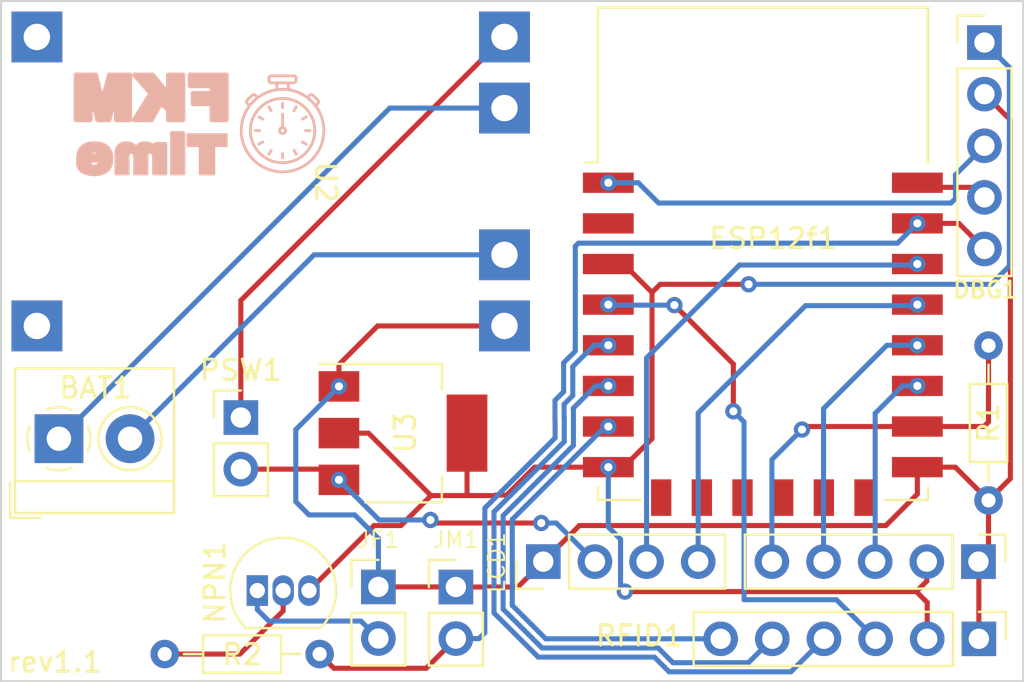
<source format=kicad_pcb>
(kicad_pcb (version 20221018) (generator pcbnew)
  (layers (0 "F.Cu" signal) (31 "B.Cu" signal) (34 "B.Paste" user) (35 "F.Paste" user) (36 "B.SilkS" user "B.Silkscreen") (37 "F.SilkS" user "F.Silkscreen") (38 "B.Mask" user) (39 "F.Mask" user) (44 "Edge.Cuts" user))
  (net 0 "")
  (net 1 "GND")
  (net 2 "Net-(BAT1-Pin_2)")
  (net 3 "Net-(BTN1-Pin_3)")
  (net 5 "Net-(DBG1-Pin_3)")
  (net 6 "Net-(ESP12f1-GPIO14)")
  (net 7 "Net-(ESP12f1-GPIO12)")
  (net 8 "Net-(ESP12f1-GPIO13)")
  (net 15 "Net-(ESP12f1-GPIO4)")
  (net 16 "Net-(ESP12f1-GPIO5)")
  (net 17 "+3.3V")
  (net 18 "Net-(PSW1-Pin_1)")
  (net 19 "Net-(JF1-Pin_2)")
  (net 20 "Net-(NPN1-B)")
  (net 21 "Net-(ESP12f1-GPIO16)")
  (net 22 "Net-(BTN1-Pin_5)")
  (net 23 "Net-(BTN1-Pin_4)")
  (net 24 "+5V")
  (net 25 "Net-(BAT1-Pin_1)")
  (net 26 "Net-(DBG1-Pin_4)")
  (net 27 "Net-(DBG1-Pin_5)")
  (footprint "Resistor_THT:R_Axial_DIN0204_L3.6mm_D1.6mm_P7.62mm_Horizontal" (layer "F.Cu") (at 115.25 91.74 -90)
    (fp_text reference "R1")
    (fp_text value "R10000" hide)
  )
  (footprint "Connector_PinHeader_2.54mm:PinHeader_1x05_P2.54mm_Vertical" (layer "F.Cu") (at 114.755 102.375 -90)
    (fp_text reference "BTN1" hide)
    (fp_text value "Conn_01x05" hide)
  )
  (footprint "Resistor_THT:R_Axial_DIN0204_L3.6mm_D1.6mm_P7.62mm_Horizontal" (layer "F.Cu") (at 74.73 106.925)
    (fp_text reference "R2")
    (fp_text value "R10000" hide)
  )
  (footprint "Connector_PinHeader_2.54mm:PinHeader_1x02_P2.54mm_Vertical" (layer "F.Cu") (at 85.24 103.62)
    (fp_text reference "JF1")
    (fp_text value "JACK_FEMALE" hide)
  )
  (footprint "RF_Module:ESP-12E" (layer "F.Cu") (at 104.15 87.225)
    (fp_text reference "ESP12f1")
    (fp_text value "ESP-12F/E" hide)
  )
  (footprint "Connector_PinHeader_2.54mm:PinHeader_1x02_P2.54mm_Vertical" (layer "F.Cu") (at 89.05 103.625)
    (fp_text reference "JM1")
    (fp_text value "JACK_MALE" hide)
  )
  (footprint "Package_TO_SOT_THT:TO-92_Inline" (layer "F.Cu") (at 79.285 103.8)
    (fp_text reference "NPN1")
    (fp_text value "BC337" hide)
  )
  (footprint "Connector_PinHeader_2.54mm:PinHeader_1x04_P2.54mm_Vertical" (layer "F.Cu") (at 93.35 102.375 90)
    (fp_text reference "LCD1")
    (fp_text value "LCD" hide)
  )
  (footprint "Connector_PinHeader_2.54mm:PinHeader_1x05_P2.54mm_Vertical" (layer "F.Cu") (at 115.05 76.825)
    (fp_text reference "DBG1" hide)
    (fp_text value "Conn_01x05" hide)
  )
  (footprint "Connector_PinHeader_2.54mm:PinHeader_1x06_P2.54mm_Vertical" (layer "F.Cu") (at 114.775 106.175 -90)
    (fp_text reference "RFID1")
    (fp_text value "RFID" hide)
  )
  (footprint "Connector_PinHeader_2.54mm:PinHeader_1x02_P2.54mm_Vertical" (layer "F.Cu") (at 78.474 95.283)
    (fp_text reference "PSW1")
    (fp_text value "POWER_SW" hide)
  )
  (footprint "Package_TO_SOT_SMD:SOT-223-3_TabPin2" (layer "F.Cu") (at 86.45 96.05)
    (fp_text reference "U3")
    (fp_text value "AMS1117-3.3" hide)
  )
  (footprint "18650:18650usbc" (layer "F.Cu") (at 82.156 83.69 -90)
    (fp_text reference "U2")
    (fp_text value "18650")
  )
  (footprint "TerminalBlock_4Ucon:TerminalBlock_4Ucon_1x02_P3.50mm_Horizontal" (layer "F.Cu") (at 69.525 96.325)
    (fp_text reference "BAT1")
    (fp_text value "Screw_Terminal_01x02" hide)
  )
  (gr_line (start 71.256111 83.293467) (end 71.256111 83.293467) (stroke (width 0.204153)) (layer "B.SilkS"))
  (gr_line (start 73.825566 82.395021) (end 73.825566 82.395021) (stroke (width 0.204153)) (layer "B.SilkS"))
  (gr_line (start 72.075868 82.760143) (end 72.066391 82.799185) (stroke (width 0.204153)) (layer "B.SilkS"))
  (gr_line (start 74.210758 82.393639) (end 74.209589 82.382342) (stroke (width 0.204153)) (layer "B.SilkS"))
  (gr_line (start 71.218205 82.945849) (end 71.233822 82.946964) (stroke (width 0.204153)) (layer "B.SilkS"))
  (gr_line (start 71.903476 83.083249) (end 71.876744 83.107329) (stroke (width 0.204153)) (layer "B.SilkS"))
  (gr_line (start 71.027052 82.338779) (end 71.025805 82.351823) (stroke (width 0.204153)) (layer "B.SilkS"))
  (gr_line (start 74.008771 82.191259) (end 73.997028 82.191002) (stroke (width 0.204153)) (layer "B.SilkS"))
  (gr_line (start 77.048729 80.625) (end 77.048729 80.625) (stroke (width 0.239863)) (layer "B.SilkS"))
  (gr_poly (pts (xy 81.648004 81.089144) (xy 81.644506 81.089411) (xy 81.641059 81.089849) (xy 81.637666 81.090456) (xy 81.634333 81.091227) (xy 81.631063 81.092157) (xy 81.627861 81.093242) (xy 81.624732 81.094477) (xy 81.621678 81.095859) (xy 81.618706 81.097382) (xy 81.61582 81.099043) (xy 81.613022 81.100838) (xy 81.610319 81.102761) (xy 81.607715 81.104808) (xy 81.605212 81.106976) (xy 81.602818 81.10926) (xy 81.600534 81.111655) (xy 81.598366 81.114157) (xy 81.596319 81.116761) (xy 81.594395 81.119465) (xy 81.592601 81.122262) (xy 81.59094 81.125149) (xy 81.589416 81.128121) (xy 81.588035 81.131174) (xy 81.586799 81.134303) (xy 81.585715 81.137505) (xy 81.584785 81.140775) (xy 81.584014 81.144109) (xy 81.583407 81.147501) (xy 81.582968 81.150949) (xy 81.582702 81.154447) (xy 81.582612 81.157991) (xy 81.582702 81.161544) (xy 81.582968 81.16505) (xy 81.583407 81.168504) (xy 81.584014 81.171902) (xy 81.584785 81.17524) (xy 81.585715 81.178514) (xy 81.586799 81.181719) (xy 81.588035 81.184851) (xy 81.589416 81.187906) (xy 81.59094 81.190878) (xy 81.592601 81.193765) (xy 81.594395 81.196562) (xy 81.596319 81.199264) (xy 81.598366 81.201867) (xy 81.600534 81.204367) (xy 81.602818 81.20676) (xy 81.605212 81.209041) (xy 81.607715 81.211206) (xy 81.610319 81.213251) (xy 81.613022 81.215171) (xy 81.61582 81.216962) (xy 81.618706 81.21862) (xy 81.621678 81.22014) (xy 81.624732 81.221519) (xy 81.627861 81.222751) (xy 81.631063 81.223833) (xy 81.634333 81.224761) (xy 81.637666 81.225529) (xy 81.641059 81.226134) (xy 81.644506 81.226572) (xy 81.648004 81.226837) (xy 81.651548 81.226927) (xy 81.878511 81.226927) (xy 81.882064 81.226837) (xy 81.88557 81.226572) (xy 81.889024 81.226134) (xy 81.892423 81.225529) (xy 81.895761 81.224761) (xy 81.899035 81.223833) (xy 81.90224 81.222751) (xy 81.905372 81.221519) (xy 81.908426 81.22014) (xy 81.911399 81.21862) (xy 81.914286 81.216962) (xy 81.917083 81.215171) (xy 81.919785 81.213251) (xy 81.922388 81.211206) (xy 81.924888 81.209041) (xy 81.927281 81.20676) (xy 81.929562 81.204367) (xy 81.931727 81.201867) (xy 81.933771 81.199264) (xy 81.935691 81.196562) (xy 81.937483 81.193765) (xy 81.93914 81.190878) (xy 81.940661 81.187906) (xy 81.942039 81.184851) (xy 81.943272 81.181719) (xy 81.944354 81.178514) (xy 81.945281 81.17524) (xy 81.94605 81.171902) (xy 81.946655 81.168504) (xy 81.947092 81.16505) (xy 81.947358 81.161544) (xy 81.947448 81.157991) (xy 81.947358 81.154447) (xy 81.947092 81.150949) (xy 81.946655 81.147501) (xy 81.94605 81.144109) (xy 81.945281 81.140775) (xy 81.944354 81.137505) (xy 81.943272 81.134303) (xy 81.942039 81.131174) (xy 81.940661 81.128121) (xy 81.93914 81.125149) (xy 81.937483 81.122262) (xy 81.935691 81.119465) (xy 81.933771 81.116761) (xy 81.931727 81.114157) (xy 81.929562 81.111655) (xy 81.927281 81.10926) (xy 81.924888 81.106976) (xy 81.922388 81.104808) (xy 81.919785 81.102761) (xy 81.917083 81.100838) (xy 81.914286 81.099043) (xy 81.911399 81.097382) (xy 81.908426 81.095859) (xy 81.905372 81.094477) (xy 81.90224 81.093242) (xy 81.899035 81.092157) (xy 81.895761 81.091227) (xy 81.892423 81.090456) (xy 81.889024 81.089849) (xy 81.88557 81.089411) (xy 81.882064 81.089144) (xy 81.878511 81.089054) (xy 81.651548 81.089054)) (fill solid) (layer "B.SilkS"))
  (gr_line (start 77.110327 83.260911) (end 76.508917 83.260911) (stroke (width 0.204153)) (layer "B.SilkS"))
  (gr_line (start 72.845367 81.790923) (end 72.845367 81.790923) (stroke (width 0.204153)) (layer "B.SilkS"))
  (gr_line (start 71.537838 82.770799) (end 71.541885 82.755886) (stroke (width 0.204153)) (layer "B.SilkS"))
  (gr_line (start 71.437332 82.176486) (end 71.426857 82.170561) (stroke (width 0.204153)) (layer "B.SilkS"))
  (gr_line (start 71.932586 82.032116) (end 71.955295 82.059466) (stroke (width 0.204153)) (layer "B.SilkS"))
  (gr_line (start 70.99569 83.272805) (end 70.957288 83.265345) (stroke (width 0.204153)) (layer "B.SilkS"))
  (gr_line (start 73.260002 82.309793) (end 73.255093 82.300364) (stroke (width 0.204153)) (layer "B.SilkS"))
  (gr_line (start 73.860225 82.261337) (end 73.855451 82.269028) (stroke (width 0.204153)) (layer "B.SilkS"))
  (gr_line (start 73.989849 81.828639) (end 74.007113 81.835191) (stroke (width 0.204153)) (layer "B.SilkS"))
  (gr_line (start 76.127441 79.834867) (end 76.127441 79.834867) (stroke (width 0.239863)) (layer "B.SilkS"))
  (gr_line (start 70.497621 82.323345) (end 70.506587 82.28412) (stroke (width 0.204153)) (layer "B.SilkS"))
  (gr_line (start 73.916888 82.208661) (end 73.909437 82.212803) (stroke (width 0.204153)) (layer "B.SilkS"))
  (gr_line (start 77.048729 79.329678) (end 77.048729 79.329678) (stroke (width 0.239863)) (layer "B.SilkS"))
  (gr_line (start 71.031044 82.31378) (end 71.028799 82.326098) (stroke (width 0.204153)) (layer "B.SilkS"))
  (gr_line (start 71.545393 82.740382) (end 71.548362 82.724284) (stroke (width 0.204153)) (layer "B.SilkS"))
  (gr_line (start 71.516261 82.824528) (end 71.522463 82.811983) (stroke (width 0.204153)) (layer "B.SilkS"))
  (gr_line (start 71.238977 82.137463) (end 71.225677 82.138752) (stroke (width 0.204153)) (layer "B.SilkS"))
  (gr_line (start 70.728497 83.181014) (end 70.701529 83.164382) (stroke (width 0.204153)) (layer "B.SilkS"))
  (gr_line (start 71.266756 82.947855) (end 71.285217 82.947546) (stroke (width 0.204153)) (layer "B.SilkS"))
  (gr_line (start 73.268417 82.329353) (end 73.264443 82.319456) (stroke (width 0.204153)) (layer "B.SilkS"))
  (gr_line (start 71.882119 81.981609) (end 71.908194 82.006163) (stroke (width 0.204153)) (layer "B.SilkS"))
  (gr_line (start 77.048729 79.329678) (end 77.048729 78.952544) (stroke (width 0.239863)) (layer "B.SilkS"))
  (gr_line (start 77.048729 79.834867) (end 77.048729 79.834867) (stroke (width 0.239863)) (layer "B.SilkS"))
  (gr_line (start 70.651923 83.127786) (end 70.629409 83.108078) (stroke (width 0.204153)) (layer "B.SilkS"))
  (gr_line (start 72.386235 82.10093) (end 72.394353 82.076472) (stroke (width 0.204153)) (layer "B.SilkS"))
  (gr_line (start 72.908555 82.31177) (end 72.905907 82.321176) (stroke (width 0.204153)) (layer "B.SilkS"))
  (gr_line (start 71.093157 82.910137) (end 71.103117 82.915721) (stroke (width 0.204153)) (layer "B.SilkS"))
  (gr_line (start 74.274221 82.038763) (end 74.274221 82.038763) (stroke (width 0.204153)) (layer "B.SilkS"))
  (gr_line (start 74.188342 82.309793) (end 74.183442 82.300364) (stroke (width 0.204153)) (layer "B.SilkS"))
  (gr_line (start 74.753365 83.260911) (end 74.753365 83.260911) (stroke (width 0.204153)) (layer "B.SilkS"))
  (gr_poly (pts (xy 75.099235 81.65478) (xy 75.640804 81.65478) (xy 75.640804 81.287671) (xy 75.099235 81.287671)) (fill solid) (layer "B.SilkS"))
  (gr_line (start 72.373778 79.45511) (end 72.380306 79.387091) (stroke (width 0.239863)) (layer "B.SilkS"))
  (gr_line (start 73.154005 81.875372) (end 73.169537 81.884618) (stroke (width 0.204153)) (layer "B.SilkS"))
  (gr_line (start 74.200247 82.339484) (end 74.196745 82.329353) (stroke (width 0.204153)) (layer "B.SilkS"))
  (gr_line (start 72.463136 81.949154) (end 72.477948 81.931173) (stroke (width 0.204153)) (layer "B.SilkS"))
  (gr_line (start 70.940626 81.837277) (end 70.979027 81.826413) (stroke (width 0.204153)) (layer "B.SilkS"))
  (gr_poly (pts (xy 79.169292 81.089144) (xy 79.165795 81.089411) (xy 79.162347 81.089849) (xy 79.158955 81.090456) (xy 79.155621 81.091227) (xy 79.152351 81.092157) (xy 79.149149 81.093242) (xy 79.14602 81.094477) (xy 79.142967 81.095859) (xy 79.139994 81.097382) (xy 79.137108 81.099043) (xy 79.134311 81.100838) (xy 79.131607 81.102761) (xy 79.129003 81.104808) (xy 79.126501 81.106976) (xy 79.124106 81.10926) (xy 79.121822 81.111655) (xy 79.119654 81.114157) (xy 79.117607 81.116761) (xy 79.115684 81.119465) (xy 79.113889 81.122262) (xy 79.112228 81.125149) (xy 79.110705 81.128121) (xy 79.109323 81.131174) (xy 79.108088 81.134303) (xy 79.107003 81.137505) (xy 79.106073 81.140775) (xy 79.105302 81.144109) (xy 79.104695 81.147501) (xy 79.104256 81.150949) (xy 79.10399 81.154447) (xy 79.1039 81.157991) (xy 79.10399 81.161544) (xy 79.104256 81.16505) (xy 79.104695 81.168504) (xy 79.105302 81.171902) (xy 79.106073 81.17524) (xy 79.107003 81.178514) (xy 79.108088 81.181719) (xy 79.109323 81.184851) (xy 79.110705 81.187906) (xy 79.112228 81.190878) (xy 79.113889 81.193765) (xy 79.115684 81.196562) (xy 79.117607 81.199264) (xy 79.119654 81.201867) (xy 79.121822 81.204367) (xy 79.124106 81.20676) (xy 79.126501 81.209041) (xy 79.129003 81.211206) (xy 79.131607 81.213251) (xy 79.134311 81.215171) (xy 79.137108 81.216962) (xy 79.139994 81.21862) (xy 79.142967 81.22014) (xy 79.14602 81.221519) (xy 79.149149 81.222751) (xy 79.152351 81.223833) (xy 79.155621 81.224761) (xy 79.158955 81.225529) (xy 79.162347 81.226134) (xy 79.165795 81.226572) (xy 79.169292 81.226837) (xy 79.172837 81.226927) (xy 79.399799 81.226927) (xy 79.403353 81.226837) (xy 79.40686 81.226572) (xy 79.410315 81.226134) (xy 79.413716 81.225529) (xy 79.417056 81.224761) (xy 79.420333 81.223833) (xy 79.423541 81.222751) (xy 79.426676 81.221519) (xy 79.429734 81.22014) (xy 79.432711 81.21862) (xy 79.435602 81.216962) (xy 79.438404 81.215171) (xy 79.44111 81.213251) (xy 79.443718 81.211206) (xy 79.446223 81.209041) (xy 79.448621 81.20676) (xy 79.450907 81.204367) (xy 79.453076 81.201867) (xy 79.455126 81.199264) (xy 79.45705 81.196562) (xy 79.458846 81.193765) (xy 79.460508 81.190878) (xy 79.462032 81.187906) (xy 79.463415 81.184851) (xy 79.464651 81.181719) (xy 79.465736 81.178514) (xy 79.466666 81.17524) (xy 79.467437 81.171902) (xy 79.468044 81.168504) (xy 79.468483 81.16505) (xy 79.468749 81.161544) (xy 79.468839 81.157991) (xy 79.468749 81.154447) (xy 79.468483 81.150949) (xy 79.468044 81.147501) (xy 79.467437 81.144109) (xy 79.466666 81.140775) (xy 79.465736 81.137505) (xy 79.464651 81.134303) (xy 79.463415 81.131174) (xy 79.462032 81.128121) (xy 79.460508 81.125149) (xy 79.458846 81.122262) (xy 79.45705 81.119465) (xy 79.455126 81.116761) (xy 79.453076 81.114157) (xy 79.450907 81.111655) (xy 79.448621 81.10926) (xy 79.446223 81.106976) (xy 79.443718 81.104808) (xy 79.44111 81.102761) (xy 79.438404 81.100838) (xy 79.435602 81.099043) (xy 79.432711 81.097382) (xy 79.429734 81.095859) (xy 79.426676 81.094477) (xy 79.423541 81.093242) (xy 79.420333 81.092157) (xy 79.417056 81.091227) (xy 79.413716 81.090456) (xy 79.410315 81.089849) (xy 79.40686 81.089411) (xy 79.403353 81.089144) (xy 79.399799 81.089054) (xy 79.172837 81.089054)) (fill solid) (layer "B.SilkS"))
  (gr_line (start 70.575872 82.111032) (end 70.59462 82.081022) (stroke (width 0.204153)) (layer "B.SilkS"))
  (gr_line (start 74.915732 80.625) (end 74.915732 80.625) (stroke (width 0.239863)) (layer "B.SilkS"))
  (gr_line (start 77.72569 81.388157) (end 77.72569 81.867301) (stroke (width 0.204153)) (layer "B.SilkS"))
  (gr_line (start 74.041296 81.849871) (end 74.058214 81.857999) (stroke (width 0.204153)) (layer "B.SilkS"))
  (gr_line (start 72.903611 82.330868) (end 72.901669 82.340845) (stroke (width 0.204153)) (layer "B.SilkS"))
  (gr_line (start 74.136982 81.90423) (end 74.151504 81.914595) (stroke (width 0.204153)) (layer "B.SilkS"))
  (gr_line (start 70.675991 83.146603) (end 70.675991 83.146603) (stroke (width 0.204153)) (layer "B.SilkS"))
  (gr_line (start 73.208028 82.241329) (end 73.199863 82.234396) (stroke (width 0.204153)) (layer "B.SilkS"))
  (gr_line (start 71.721336 83.205503) (end 71.686049 83.220772) (stroke (width 0.204153)) (layer "B.SilkS"))
  (gr_line (start 71.083761 82.904106) (end 71.093157 82.910137) (stroke (width 0.204153)) (layer "B.SilkS"))
  (gr_line (start 71.43495 82.910485) (end 71.446439 82.903381) (stroke (width 0.204153)) (layer "B.SilkS"))
  (gr_line (start 71.547904 82.349639) (end 71.54493 82.335668) (stroke (width 0.204153)) (layer "B.SilkS"))
  (gr_line (start 72.357465 79.682784) (end 72.361631 79.606706) (stroke (width 0.239863)) (layer "B.SilkS"))
  (gr_line (start 71.48607 82.86879) (end 71.494424 82.858612) (stroke (width 0.204153)) (layer "B.SilkS"))
  (gr_line (start 77.755352 80.625) (end 77.048729 80.625) (stroke (width 0.239863)) (layer "B.SilkS"))
  (gr_line (start 75.622355 80.625) (end 75.622355 80.625) (stroke (width 0.239863)) (layer "B.SilkS"))
  (gr_line (start 74.007113 81.835191) (end 74.024262 81.842269) (stroke (width 0.204153)) (layer "B.SilkS"))
  (gr_line (start 74.07413 80.625) (end 74.07413 80.625) (stroke (width 0.239863)) (layer "B.SilkS"))
  (gr_line (start 73.773786 81.790923) (end 73.773786 81.790923) (stroke (width 0.204153)) (layer "B.SilkS"))
  (gr_poly (pts (xy 79.349294 80.41284) (xy 79.345989 80.413153) (xy 79.342707 80.413622) (xy 79.339455 80.414247) (xy 79.336238 80.415025) (xy 79.333062 80.415956) (xy 79.329933 80.417038) (xy 79.326857 80.418269) (xy 79.32384 80.419647) (xy 79.320888 80.421172) (xy 79.318006 80.422841) (xy 79.315202 80.424653) (xy 79.312479 80.426606) (xy 79.309845 80.428699) (xy 79.307306 80.43093) (xy 79.304866 80.433297) (xy 79.302533 80.4358) (xy 79.300312 80.438436) (xy 79.298209 80.441204) (xy 79.296229 80.444102) (xy 79.29438 80.447129) (xy 79.292685 80.450246) (xy 79.291167 80.453411) (xy 79.289823 80.456618) (xy 79.288651 80.459861) (xy 79.287651 80.463134) (xy 79.28682 80.466432) (xy 79.286157 80.469748) (xy 79.285661 80.473076) (xy 79.285329 80.476411) (xy 79.285161 80.479746) (xy 79.285155 80.483076) (xy 79.285309 80.486395) (xy 79.285621 80.489696) (xy 79.28609 80.492975) (xy 79.286715 80.496224) (xy 79.287494 80.499439) (xy 79.288425 80.502613) (xy 79.289506 80.505739) (xy 79.290737 80.508813) (xy 79.292116 80.511829) (xy 79.29364 80.51478) (xy 79.295309 80.51766) (xy 79.297121 80.520464) (xy 79.299074 80.523186) (xy 79.301167 80.525819) (xy 79.303398 80.528358) (xy 79.305766 80.530798) (xy 79.308268 80.533131) (xy 79.310904 80.535352) (xy 79.313672 80.537455) (xy 79.316571 80.539434) (xy 79.319598 80.541284) (xy 79.516175 80.654765) (xy 79.518221 80.655909) (xy 79.52029 80.656975) (xy 79.52238 80.657965) (xy 79.524488 80.658878) (xy 79.526614 80.659716) (xy 79.528754 80.660479) (xy 79.530908 80.661167) (xy 79.533073 80.66178) (xy 79.535248 80.66232) (xy 79.537431 80.662786) (xy 79.53962 80.663179) (xy 79.541813 80.6635) (xy 79.544008 80.663749) (xy 79.546204 80.663926) (xy 79.548399 80.664032) (xy 79.550591 80.664067) (xy 79.555057 80.663922) (xy 79.559492 80.663491) (xy 79.563881 80.662777) (xy 79.568211 80.661784) (xy 79.572468 80.660516) (xy 79.576638 80.658977) (xy 79.580706 80.65717) (xy 79.584659 80.655101) (xy 79.588482 80.652773) (xy 79.592162 80.650189) (xy 79.595683 80.647354) (xy 79.599033 80.644272) (xy 79.602197 80.640946) (xy 79.605161 80.637381) (xy 79.607911 80.63358) (xy 79.610433 80.629547) (xy 79.612127 80.62643) (xy 79.613645 80.623266) (xy 79.61499 80.620059) (xy 79.616161 80.616816) (xy 79.617161 80.613543) (xy 79.617992 80.610245) (xy 79.618654 80.606929) (xy 79.61915 80.603601) (xy 79.61948 80.600266) (xy 79.619648 80.596931) (xy 79.619653 80.593601) (xy 79.619498 80.590282) (xy 79.619184 80.58698) (xy 79.618713 80.583702) (xy 79.618087 80.580452) (xy 79.617306 80.577238) (xy 79.616372 80.574064) (xy 79.615287 80.570937) (xy 79.614053 80.567863) (xy 79.612671 80.564848) (xy 79.611143 80.561897) (xy 79.609469 80.559016) (xy 79.607653 80.556213) (xy 79.605695 80.553491) (xy 79.603596 80.550857) (xy 79.601359 80.548318) (xy 79.598985 80.545879) (xy 79.596475 80.543546) (xy 79.593831 80.541325) (xy 79.591055 80.539222) (xy 79.588148 80.537242) (xy 79.585111 80.535393) (xy 79.388637 80.421911) (xy 79.385511 80.420217) (xy 79.382338 80.418699) (xy 79.379122 80.417354) (xy 79.375872 80.416183) (xy 79.372591 80.415182) (xy 79.369287 80.414352) (xy 79.365965 80.413689) (xy 79.362631 80.413193) (xy 79.359291 80.412861) (xy 79.355951 80.412693) (xy 79.352617 80.412687)) (fill solid) (layer "B.SilkS"))
  (gr_line (start 70.478058 82.495602) (end 70.480504 82.450234) (stroke (width 0.204153)) (layer "B.SilkS"))
  (gr_line (start 72.898842 82.361658) (end 72.897958 82.372493) (stroke (width 0.204153)) (layer "B.SilkS"))
  (gr_line (start 73.254979 81.947929) (end 73.267927 81.959786) (stroke (width 0.204153)) (layer "B.SilkS"))
  (gr_line (start 71.054996 82.247505) (end 71.049757 82.257642) (stroke (width 0.204153)) (layer "B.SilkS"))
  (gr_line (start 72.367464 79.529563) (end 72.373778 79.45511) (stroke (width 0.239863)) (layer "B.SilkS"))
  (gr_line (start 71.066664 82.890701) (end 71.074931 82.897628) (stroke (width 0.204153)) (layer "B.SilkS"))
  (gr_poly (pts (xy 79.847481 79.91753) (xy 79.844146 79.917698) (xy 79.840811 79.918029) (xy 79.837483 79.918525) (xy 79.834167 79.919188) (xy 79.830869 79.920019) (xy 79.827596 79.921019) (xy 79.824353 79.922191) (xy 79.821146 79.923535) (xy 79.817981 79.925054) (xy 79.814865 79.926748) (xy 79.811828 79.928598) (xy 79.808921 79.930577) (xy 79.806145 79.93268) (xy 79.803501 79.934901) (xy 79.800991 79.937234) (xy 79.798617 79.939673) (xy 79.79638 79.942213) (xy 79.794281 79.944846) (xy 79.792323 79.947568) (xy 79.790506 79.950372) (xy 79.788833 79.953252) (xy 79.787305 79.956203) (xy 79.785923 79.959218) (xy 79.784688 79.962292) (xy 79.783604 79.965419) (xy 79.78267 79.968593) (xy 79.781889 79.971807) (xy 79.781262 79.975057) (xy 79.780791 79.978335) (xy 79.780478 79.981637) (xy 79.780323 79.984956) (xy 79.780328 79.988286) (xy 79.780495 79.991621) (xy 79.780826 79.994956) (xy 79.781322 79.998284) (xy 79.781984 80.0016) (xy 79.782815 80.004897) (xy 79.783815 80.008171) (xy 79.784986 80.011414) (xy 79.78633 80.014621) (xy 79.787849 80.017785) (xy 79.789543 80.020902) (xy 79.903024 80.217479) (xy 79.904256 80.219524) (xy 79.905546 80.221512) (xy 79.906894 80.223442) (xy 79.908296 80.225313) (xy 79.909752 80.227125) (xy 79.91126 80.228878) (xy 79.912818 80.230571) (xy 79.914424 80.232204) (xy 79.916077 80.233776) (xy 79.917774 80.235286) (xy 79.919514 80.236735) (xy 79.921296 80.238121) (xy 79.923117 80.239445) (xy 79.924975 80.240705) (xy 79.92687 80.241901) (xy 79.928798 80.243033) (xy 79.930759 80.244101) (xy 79.932751 80.245103) (xy 79.936819 80.246909) (xy 79.940989 80.248448) (xy 79.945246 80.249716) (xy 79.949576 80.250709) (xy 79.953966 80.251423) (xy 79.9584 80.251855) (xy 79.96063 80.251963) (xy 79.962866 80.251999) (xy 79.965058 80.251964) (xy 79.967253 80.251858) (xy 79.969449 80.251681) (xy 79.971645 80.251432) (xy 79.973838 80.251112) (xy 79.976027 80.250719) (xy 79.978209 80.250252) (xy 79.980384 80.249713) (xy 79.98255 80.249099) (xy 79.984703 80.248411) (xy 79.986844 80.247649) (xy 79.988969 80.246811) (xy 79.991077 80.245897) (xy 79.993167 80.244907) (xy 79.995236 80.243841) (xy 79.997282 80.242698) (xy 80.000309 80.240848) (xy 80.003208 80.238868) (xy 80.005976 80.236765) (xy 80.008612 80.234544) (xy 80.011114 80.232211) (xy 80.013482 80.229772) (xy 80.015713 80.227233) (xy 80.017806 80.224599) (xy 80.019759 80.221878) (xy 80.021571 80.219074) (xy 80.02324 80.216193) (xy 80.024764 80.213243) (xy 80.026143 80.210227) (xy 80.027374 80.207153) (xy 80.028455 80.204026) (xy 80.029386 80.200853) (xy 80.030165 80.197638) (xy 80.03079 80.194389) (xy 80.031259 80.19111) (xy 80.031572 80.187808) (xy 80.031725 80.18449) (xy 80.031719 80.18116) (xy 80.031551 80.177824) (xy 80.031219 80.174489) (xy 80.030723 80.171161) (xy 80.03006 80.167845) (xy 80.029229 80.164548) (xy 80.028229 80.161275) (xy 80.027058 80.158032) (xy 80.025713 80.154825) (xy 80.024195 80.15166) (xy 80.022501 80.148543) (xy 79.909019 79.951966) (xy 79.90717 79.948939) (xy 79.90519 79.94604) (xy 79.903087 79.943273) (xy 79.900866 79.940636) (xy 79.898533 79.938134) (xy 79.896094 79.935766) (xy 79.893554 79.933535) (xy 79.890921 79.931442) (xy 79.888199 79.929489) (xy 79.885395 79.927677) (xy 79.882515 79.926008) (xy 79.879564 79.924484) (xy 79.876549 79.923105) (xy 79.873475 79.921875) (xy 79.870348 79.920793) (xy 79.867174 79.919862) (xy 79.86396 79.919083) (xy 79.86071 79.918459) (xy 79.857432 79.917989) (xy 79.85413 79.917677) (xy 79.850811 79.917523)) (fill solid) (layer "B.SilkS"))
  (gr_line (start 73.080454 82.191259) (end 73.068713 82.191002) (stroke (width 0.204153)) (layer "B.SilkS"))
  (gr_line (start 74.12205 81.894237) (end 74.136982 81.90423) (stroke (width 0.204153)) (layer "B.SilkS"))
  (gr_line (start 71.147215 81.797442) (end 71.192907 81.79382) (stroke (width 0.204153)) (layer "B.SilkS"))
  (gr_line (start 73.199863 82.234396) (end 73.191424 82.227977) (stroke (width 0.204153)) (layer "B.SilkS"))
  (gr_line (start 72.954125 82.233732) (end 72.948124 82.240055) (stroke (width 0.204153)) (layer "B.SilkS"))
  (gr_line (start 71.951759 83.030597) (end 71.928481 83.057671) (stroke (width 0.204153)) (layer "B.SilkS"))
  (gr_line (start 74.024262 81.842269) (end 74.041296 81.849871) (stroke (width 0.204153)) (layer "B.SilkS"))
  (gr_line (start 73.825566 82.395021) (end 73.825566 83.260911) (stroke (width 0.204153)) (layer "B.SilkS"))
  (gr_poly (pts (xy 81.69543 80.412693) (xy 81.692095 80.412861) (xy 81.68876 80.413193) (xy 81.685432 80.413689) (xy 81.682116 80.414352) (xy 81.678819 80.415182) (xy 81.675545 80.416183) (xy 81.672302 80.417354) (xy 81.669095 80.418699) (xy 81.665931 80.420217) (xy 81.662814 80.421911) (xy 81.466237 80.535393) (xy 81.46321 80.537242) (xy 81.460311 80.539222) (xy 81.457543 80.541325) (xy 81.454907 80.543546) (xy 81.452405 80.545879) (xy 81.450037 80.548318) (xy 81.447806 80.550857) (xy 81.445713 80.553491) (xy 81.44376 80.556213) (xy 81.441948 80.559016) (xy 81.440279 80.561897) (xy 81.438755 80.564848) (xy 81.437376 80.567863) (xy 81.436145 80.570937) (xy 81.435064 80.574064) (xy 81.434133 80.577238) (xy 81.433354 80.580452) (xy 81.432729 80.583702) (xy 81.43226 80.58698) (xy 81.431948 80.590282) (xy 81.431794 80.593601) (xy 81.4318 80.596931) (xy 81.431968 80.600266) (xy 81.4323 80.603601) (xy 81.432796 80.606929) (xy 81.433459 80.610245) (xy 81.43429 80.613543) (xy 81.43529 80.616816) (xy 81.436461 80.620059) (xy 81.437806 80.623266) (xy 81.439324 80.62643) (xy 81.441019 80.629547) (xy 81.442241 80.631592) (xy 81.443523 80.63358) (xy 81.444864 80.635509) (xy 81.44626 80.637381) (xy 81.447711 80.639193) (xy 81.449215 80.640946) (xy 81.45077 80.642639) (xy 81.452373 80.644272) (xy 81.454023 80.645844) (xy 81.455719 80.647354) (xy 81.457458 80.648803) (xy 81.459239 80.650189) (xy 81.461059 80.651513) (xy 81.462917 80.652773) (xy 81.464812 80.653969) (xy 81.466741 80.655101) (xy 81.468702 80.656168) (xy 81.470693 80.65717) (xy 81.474761 80.658977) (xy 81.478928 80.660516) (xy 81.483182 80.661784) (xy 81.487506 80.662777) (xy 81.491886 80.663491) (xy 81.496308 80.663922) (xy 81.49853 80.664031) (xy 81.500757 80.664067) (xy 81.502949 80.664032) (xy 81.505143 80.663926) (xy 81.50734 80.663749) (xy 81.509535 80.6635) (xy 81.511728 80.663179) (xy 81.513917 80.662786) (xy 81.5161 80.66232) (xy 81.518275 80.66178) (xy 81.52044 80.661167) (xy 81.522594 80.660479) (xy 81.524734 80.659716) (xy 81.52686 80.658878) (xy 81.528968 80.657965) (xy 81.531057 80.656975) (xy 81.533126 80.655909) (xy 81.535173 80.654765) (xy 81.73175 80.541284) (xy 81.734777 80.539434) (xy 81.737677 80.537455) (xy 81.740446 80.535352) (xy 81.743084 80.533131) (xy 81.745589 80.530798) (xy 81.747959 80.528358) (xy 81.750193 80.525819) (xy 81.752288 80.523186) (xy 81.754245 80.520464) (xy 81.75606 80.51766) (xy 81.757732 80.51478) (xy 81.759259 80.511829) (xy 81.760641 80.508813) (xy 81.761875 80.505739) (xy 81.762959 80.502613) (xy 81.763893 80.499439) (xy 81.764674 80.496224) (xy 81.765301 80.492975) (xy 81.765771 80.489696) (xy 81.766085 80.486395) (xy 81.766239 80.483076) (xy 81.766232 80.479746) (xy 81.766064 80.476411) (xy 81.765731 80.473076) (xy 81.765232 80.469748) (xy 81.764566 80.466432) (xy 81.763732 80.463134) (xy 81.762727 80.459861) (xy 81.761549 80.456618) (xy 81.760198 80.453411) (xy 81.758672 80.450246) (xy 81.756968 80.447129) (xy 81.755119 80.444102) (xy 81.753139 80.441204) (xy 81.751036 80.438436) (xy 81.748815 80.4358) (xy 81.746482 80.433297) (xy 81.744043 80.43093) (xy 81.741504 80.428699) (xy 81.73887 80.426606) (xy 81.736149 80.424653) (xy 81.733345 80.422841) (xy 81.730464 80.421172) (xy 81.727513 80.419647) (xy 81.724498 80.418269) (xy 81.721424 80.417038) (xy 81.718297 80.415956) (xy 81.715123 80.415025) (xy 81.711909 80.414247) (xy 81.708659 80.413622) (xy 81.705381 80.413153) (xy 81.702079 80.41284) (xy 81.69876 80.412687)) (fill solid) (layer "B.SilkS"))
  (gr_line (start 77.110327 81.867301) (end 77.110327 81.867301) (stroke (width 0.204153)) (layer "B.SilkS"))
  (gr_line (start 72.942416 82.246813) (end 72.936953 82.253932) (stroke (width 0.204153)) (layer "B.SilkS"))
  (gr_line (start 73.103108 82.193313) (end 73.091919 82.192029) (stroke (width 0.204153)) (layer "B.SilkS"))
  (gr_line (start 71.392785 82.155631) (end 71.380546 82.151602) (stroke (width 0.204153)) (layer "B.SilkS"))
  (gr_line (start 70.770493 81.913326) (end 70.801603 81.895219) (stroke (width 0.204153)) (layer "B.SilkS"))
  (gr_line (start 71.555111 82.634903) (end 71.555111 82.634903) (stroke (width 0.204153)) (layer "B.SilkS"))
  (gr_line (start 73.283377 83.260911) (end 73.283377 82.416932) (stroke (width 0.204153)) (layer "B.SilkS"))
  (gr_line (start 73.792411 81.791185) (end 73.810925 81.79197) (stroke (width 0.204153)) (layer "B.SilkS"))
  (gr_line (start 73.476224 81.869327) (end 73.50264 81.85287) (stroke (width 0.204153)) (layer "B.SilkS"))
  (gr_line (start 71.787706 83.1706) (end 71.755222 83.188779) (stroke (width 0.204153)) (layer "B.SilkS"))
  (gr_line (start 71.023087 82.833491) (end 71.02782 82.842555) (stroke (width 0.204153)) (layer "B.SilkS"))
  (gr_line (start 72.359977 82.237102) (end 72.363318 82.208017) (stroke (width 0.204153)) (layer "B.SilkS"))
  (gr_poly (pts (xy 80.522172 79.736358) (xy 80.518667 79.736624) (xy 80.515212 79.737061) (xy 80.511814 79.737666) (xy 80.508476 79.738435) (xy 80.505202 79.739362) (xy 80.501997 79.740444) (xy 80.498865 79.741677) (xy 80.495811 79.743055) (xy 80.492838 79.744576) (xy 80.489951 79.746234) (xy 80.487154 79.748025) (xy 80.484452 79.749945) (xy 80.481849 79.751989) (xy 80.479349 79.754154) (xy 80.476956 79.756435) (xy 80.474675 79.758828) (xy 80.47251 79.761328) (xy 80.470465 79.763931) (xy 80.468545 79.766633) (xy 80.466754 79.76943) (xy 80.465096 79.772317) (xy 80.463576 79.77529) (xy 80.462197 79.778344) (xy 80.460965 79.781476) (xy 80.459883 79.784681) (xy 80.458956 79.787955) (xy 80.458187 79.791293) (xy 80.457582 79.794692) (xy 80.457144 79.798146) (xy 80.456879 79.801652) (xy 80.456789 79.805205) (xy 80.456789 80.032168) (xy 80.456879 80.035721) (xy 80.457144 80.039227) (xy 80.457582 80.042681) (xy 80.458187 80.046079) (xy 80.458956 80.049418) (xy 80.459883 80.052691) (xy 80.460965 80.055896) (xy 80.462197 80.059028) (xy 80.463576 80.062083) (xy 80.465096 80.065056) (xy 80.466754 80.067942) (xy 80.468545 80.070739) (xy 80.470465 80.073441) (xy 80.47251 80.076045) (xy 80.474675 80.078545) (xy 80.476956 80.080937) (xy 80.479349 80.083218) (xy 80.481849 80.085383) (xy 80.484452 80.087428) (xy 80.487154 80.089348) (xy 80.489951 80.091139) (xy 80.492838 80.092797) (xy 80.495811 80.094317) (xy 80.498865 80.095696) (xy 80.501997 80.096928) (xy 80.505202 80.09801) (xy 80.508476 80.098938) (xy 80.511814 80.099706) (xy 80.515212 80.100311) (xy 80.518667 80.100749) (xy 80.522172 80.101015) (xy 80.525726 80.101104) (xy 80.52927 80.101015) (xy 80.532768 80.100749) (xy 80.536215 80.100311) (xy 80.539608 80.099706) (xy 80.542941 80.098938) (xy 80.546211 80.09801) (xy 80.549413 80.096928) (xy 80.552542 80.095696) (xy 80.555595 80.094317) (xy 80.558568 80.092797) (xy 80.561454 80.091139) (xy 80.564252 80.089348) (xy 80.566955 80.087428) (xy 80.569559 80.085383) (xy 80.572061 80.083218) (xy 80.574456 80.080937) (xy 80.57674 80.078545) (xy 80.578908 80.076045) (xy 80.580955 80.073441) (xy 80.582878 80.070739) (xy 80.584673 80.067942) (xy 80.586334 80.065056) (xy 80.587857 80.062083) (xy 80.589239 80.059028) (xy 80.590475 80.055896) (xy 80.591559 80.052691) (xy 80.592489 80.049418) (xy 80.59326 80.046079) (xy 80.593867 80.042681) (xy 80.594306 80.039227) (xy 80.594572 80.035721) (xy 80.594662 80.032168) (xy 80.594662 79.805205) (xy 80.594572 79.801652) (xy 80.594306 79.798146) (xy 80.593867 79.794692) (xy 80.59326 79.791293) (xy 80.592489 79.787955) (xy 80.591559 79.784681) (xy 80.590475 79.781476) (xy 80.589239 79.778344) (xy 80.587857 79.77529) (xy 80.586334 79.772317) (xy 80.584673 79.76943) (xy 80.582878 79.766633) (xy 80.580955 79.763931) (xy 80.578908 79.761328) (xy 80.57674 79.758828) (xy 80.574456 79.756435) (xy 80.572061 79.754154) (xy 80.569559 79.751989) (xy 80.566955 79.749945) (xy 80.564252 79.748025) (xy 80.561454 79.746234) (xy 80.558568 79.744576) (xy 80.555595 79.743055) (xy 80.552542 79.741677) (xy 80.549413 79.740444) (xy 80.546211 79.739362) (xy 80.542941 79.738435) (xy 80.539608 79.737666) (xy 80.536215 79.737061) (xy 80.532768 79.736624) (xy 80.52927 79.736358) (xy 80.525726 79.736268)) (fill solid) (layer "B.SilkS"))
  (gr_line (start 74.211693 82.416932) (end 74.211693 82.416932) (stroke (width 0.204153)) (layer "B.SilkS"))
  (gr_line (start 74.020239 82.192029) (end 74.008771 82.191259) (stroke (width 0.204153)) (layer "B.SilkS"))
  (gr_line (start 73.281273 82.382342) (end 73.279637 82.371277) (stroke (width 0.204153)) (layer "B.SilkS"))
  (gr_line (start 74.252943 82.010945) (end 74.263785 82.024668) (stroke (width 0.204153)) (layer "B.SilkS"))
  (gr_line (start 71.045016 82.268143) (end 71.040775 82.279007) (stroke (width 0.204153)) (layer "B.SilkS"))
  (gr_line (start 72.363318 82.208017) (end 72.367614 82.179857) (stroke (width 0.204153)) (layer "B.SilkS"))
  (gr_line (start 71.0454 79.386703) (end 71.051388 79.455013) (stroke (width 0.239863)) (layer "B.SilkS"))
  (gr_line (start 73.659643 81.799633) (end 73.696029 81.794794) (stroke (width 0.204153)) (layer "B.SilkS"))
  (gr_line (start 72.897251 82.395021) (end 72.897251 83.260911) (stroke (width 0.204153)) (layer "B.SilkS"))
  (gr_line (start 70.47802 82.770754) (end 70.477243 82.738566) (stroke (width 0.204153)) (layer "B.SilkS"))
  (gr_line (start 75.09877 81.823479) (end 75.641062 81.823479) (stroke (width 0.204153)) (layer "B.SilkS"))
  (gr_line (start 70.558755 82.142578) (end 70.575872 82.111032) (stroke (width 0.204153)) (layer "B.SilkS"))
  (gr_line (start 70.903683 81.84959) (end 70.940626 81.837277) (stroke (width 0.204153)) (layer "B.SilkS"))
  (gr_line (start 73.831932 82.330868) (end 73.829987 82.340845) (stroke (width 0.204153)) (layer "B.SilkS"))
  (gr_line (start 71.033789 82.301826) (end 71.031044 82.31378) (stroke (width 0.204153)) (layer "B.SilkS"))
  (gr_line (start 71.511756 82.251115) (end 71.505251 82.240929) (stroke (width 0.204153)) (layer "B.SilkS"))
  (gr_line (start 71.528621 82.284512) (end 71.523441 82.272906) (stroke (width 0.204153)) (layer "B.SilkS"))
  (gr_line (start 71.024807 82.379001) (end 71.024807 82.379001) (stroke (width 0.204153)) (layer "B.SilkS"))
  (gr_line (start 71.537658 82.309144) (end 71.53336 82.296591) (stroke (width 0.204153)) (layer "B.SilkS"))
  (gr_line (start 74.136442 82.241329) (end 74.128272 82.234396) (stroke (width 0.204153)) (layer "B.SilkS"))
  (gr_line (start 73.865353 82.253932) (end 73.860225 82.261337) (stroke (width 0.204153)) (layer "B.SilkS"))
  (gr_line (start 71.554031 82.672435) (end 71.554841 82.653965) (stroke (width 0.204153)) (layer "B.SilkS"))
  (gr_line (start 73.92463 82.204955) (end 73.916888 82.208661) (stroke (width 0.204153)) (layer "B.SilkS"))
  (gr_line (start 71.068215 79.831663) (end 71.068215 80.625) (stroke (width 0.239863)) (layer "B.SilkS"))
  (gr_line (start 73.091919 82.192029) (end 73.080454 82.191259) (stroke (width 0.204153)) (layer "B.SilkS"))
  (gr_line (start 71.552527 82.379001) (end 71.552527 82.379001) (stroke (width 0.204153)) (layer "B.SilkS"))
  (gr_line (start 71.367866 82.148047) (end 71.354744 82.144966) (stroke (width 0.204153)) (layer "B.SilkS"))
  (gr_line (start 72.942416 82.246813) (end 72.942416 82.246813) (stroke (width 0.204153)) (layer "B.SilkS"))
  (gr_line (start 71.876744 83.107329) (end 71.876744 83.107329) (stroke (width 0.204153)) (layer "B.SilkS"))
  (gr_line (start 71.435945 80.625) (end 71.435945 80.625) (stroke (width 0.239863)) (layer "B.SilkS"))
  (gr_line (start 75.977579 78.424721) (end 75.977579 78.424721) (stroke (width 0.239863)) (layer "B.SilkS"))
  (gr_line (start 73.012637 82.198851) (end 73.004305 82.201685) (stroke (width 0.204153)) (layer "B.SilkS"))
  (gr_line (start 73.337844 82.038763) (end 73.337844 82.038763) (stroke (width 0.204153)) (layer "B.SilkS"))
  (gr_line (start 73.255093 82.300364) (end 73.249716 82.291169) (stroke (width 0.204153)) (layer "B.SilkS"))
  (gr_line (start 73.283377 82.416932) (end 73.283377 82.416932) (stroke (width 0.204153)) (layer "B.SilkS"))
  (gr_line (start 73.773786 81.790923) (end 73.792411 81.791185) (stroke (width 0.204153)) (layer "B.SilkS"))
  (gr_line (start 71.533251 82.785119) (end 71.537838 82.770799) (stroke (width 0.204153)) (layer "B.SilkS"))
  (gr_line (start 73.255885 78.424721) (end 73.255885 78.424721) (stroke (width 0.239863)) (layer "B.SilkS"))
  (gr_line (start 73.002981 78.424721) (end 73.002981 78.424721) (stroke (width 0.239863)) (layer "B.SilkS"))
  (gr_line (start 70.529411 82.210278) (end 70.543267 82.17566) (stroke (width 0.204153)) (layer "B.SilkS"))
  (gr_line (start 70.490285 82.364105) (end 70.497621 82.323345) (stroke (width 0.204153)) (layer "B.SilkS"))
  (gr_line (start 72.93437 81.797467) (end 72.951883 81.800347) (stroke (width 0.204153)) (layer "B.SilkS"))
  (gr_line (start 74.915732 78.424721) (end 74.915732 78.424721) (stroke (width 0.239863)) (layer "B.SilkS"))
  (gr_line (start 72.35759 82.267112) (end 72.359977 82.237102) (stroke (width 0.204153)) (layer "B.SilkS"))
  (gr_line (start 71.382661 82.932722) (end 71.396683 82.928089) (stroke (width 0.204153)) (layer "B.SilkS"))
  (gr_line (start 74.209589 82.382342) (end 74.207954 82.371277) (stroke (width 0.204153)) (layer "B.SilkS"))
  (gr_line (start 71.380546 82.151602) (end 71.367866 82.148047) (stroke (width 0.204153)) (layer "B.SilkS"))
  (gr_line (start 72.056207 82.252967) (end 72.067138 82.290121) (stroke (width 0.204153)) (layer "B.SilkS"))
  (gr_line (start 72.948124 82.240055) (end 72.942416 82.246813) (stroke (width 0.204153)) (layer "B.SilkS"))
  (gr_line (start 73.428379 81.908051) (end 73.451471 81.887721) (stroke (width 0.204153)) (layer "B.SilkS"))
  (gr_line (start 70.85066 83.236083) (end 70.817976 83.224036) (stroke (width 0.204153)) (layer "B.SilkS"))
  (gr_line (start 71.045006 82.867967) (end 71.051728 82.875843) (stroke (width 0.204153)) (layer "B.SilkS"))
  (gr_line (start 71.25267 82.13669) (end 71.238977 82.137463) (stroke (width 0.204153)) (layer "B.SilkS"))
  (gr_line (start 70.78672 83.210842) (end 70.756894 83.196501) (stroke (width 0.204153)) (layer "B.SilkS"))
  (gr_line (start 72.477948 81.931173) (end 72.477948 81.931173) (stroke (width 0.204153)) (layer "B.SilkS"))
  (gr_line (start 74.151954 82.256735) (end 74.151954 82.256735) (stroke (width 0.204153)) (layer "B.SilkS"))
  (gr_line (start 71.266756 82.136432) (end 71.25267 82.13669) (stroke (width 0.204153)) (layer "B.SilkS"))
  (gr_line (start 71.555111 82.634903) (end 70.477243 82.634903) (stroke (width 0.204153)) (layer "B.SilkS"))
  (gr_line (start 72.86336 81.791185) (end 72.881257 81.79197) (stroke (width 0.204153)) (layer "B.SilkS"))
  (gr_line (start 71.105402 82.186857) (end 71.096842 82.194307) (stroke (width 0.204153)) (layer "B.SilkS"))
  (gr_line (start 73.105261 81.849871) (end 73.121837 81.857999) (stroke (width 0.204153)) (layer "B.SilkS"))
  (gr_line (start 71.993138 82.97196) (end 71.973311 83.002027) (stroke (width 0.204153)) (layer "B.SilkS"))
  (gr_line (start 72.042264 82.872782) (end 72.027614 82.907338) (stroke (width 0.204153)) (layer "B.SilkS"))
  (gr_line (start 71.074931 82.897628) (end 71.083761 82.904106) (stroke (width 0.204153)) (layer "B.SilkS"))
  (gr_line (start 74.274221 82.038763) (end 74.310084 81.823479) (stroke (width 0.204153)) (layer "B.SilkS"))
  (gr_poly (pts (xy 79.958012 82.064218) (xy 79.954708 82.064532) (xy 79.951428 82.065003) (xy 79.948177 82.06563) (xy 79.94496 82.066411) (xy 79.941784 82.067344) (xy 79.938654 82.068429) (xy 79.935577 82.069663) (xy 79.932558 82.071045) (xy 79.929603 82.072573) (xy 79.926718 82.074247) (xy 79.923909 82.076063) (xy 79.921182 82.078022) (xy 79.918543 82.08012) (xy 79.915998 82.082357) (xy 79.913552 82.084732) (xy 79.911212 82.087242) (xy 79.908983 82.089885) (xy 79.906872 82.092662) (xy 79.904884 82.095569) (xy 79.903024 82.098605) (xy 79.789543 82.295182) (xy 79.787849 82.298299) (xy 79.78633 82.301464) (xy 79.784986 82.304671) (xy 79.783815 82.307914) (xy 79.782815 82.311187) (xy 79.781984 82.314484) (xy 79.781322 82.3178) (xy 79.780826 82.321128) (xy 79.780495 82.324463) (xy 79.780328 82.327799) (xy 79.780323 82.331129) (xy 79.780478 82.334447) (xy 79.780791 82.337749) (xy 79.781262 82.341028) (xy 79.781889 82.344277) (xy 79.78267 82.347491) (xy 79.783604 82.350665) (xy 79.784688 82.353792) (xy 79.785923 82.356866) (xy 79.787305 82.359881) (xy 79.788833 82.362832) (xy 79.790506 82.365713) (xy 79.792323 82.368517) (xy 79.794281 82.371238) (xy 79.79638 82.373872) (xy 79.798617 82.376411) (xy 79.800991 82.37885) (xy 79.803501 82.381183) (xy 79.806145 82.383404) (xy 79.808921 82.385507) (xy 79.811828 82.387487) (xy 79.814865 82.389337) (xy 79.81691 82.390462) (xy 79.818976 82.391512) (xy 79.821061 82.392488) (xy 79.823164 82.39339) (xy 79.825283 82.394218) (xy 79.827417 82.394972) (xy 79.829564 82.395653) (xy 79.831724 82.396261) (xy 79.833895 82.396796) (xy 79.836075 82.397259) (xy 79.838264 82.39765) (xy 79.840459 82.39797) (xy 79.84266 82.398217) (xy 79.844865 82.398394) (xy 79.847072 82.3985) (xy 79.849281 82.398535) (xy 79.853728 82.398391) (xy 79.858147 82.397963) (xy 79.862523 82.397254) (xy 79.866841 82.396267) (xy 79.871088 82.395007) (xy 79.87525 82.393477) (xy 79.879311 82.39168) (xy 79.883258 82.389621) (xy 79.887077 82.387302) (xy 79.890753 82.384727) (xy 79.894273 82.381901) (xy 79.897621 82.378827) (xy 79.900784 82.375507) (xy 79.903748 82.371947) (xy 79.906497 82.36815) (xy 79.909019 82.364118) (xy 80.022501 82.167541) (xy 80.024195 82.164425) (xy 80.025713 82.16126) (xy 80.027058 82.158053) (xy 80.028229 82.15481) (xy 80.029229 82.151536) (xy 80.03006 82.148238) (xy 80.030723 82.144922) (xy 80.031219 82.141593) (xy 80.031551 82.138258) (xy 80.031719 82.134921) (xy 80.031725 82.13159) (xy 80.031572 82.12827) (xy 80.031259 82.124967) (xy 80.03079 82.121687) (xy 80.030165 82.118436) (xy 80.029386 82.115219) (xy 80.028455 82.112043) (xy 80.027374 82.108913) (xy 80.026143 82.105835) (xy 80.024764 82.102816) (xy 80.02324 82.099862) (xy 80.021571 82.096977) (xy 80.019759 82.094168) (xy 80.017806 82.091441) (xy 80.015713 82.088802) (xy 80.013482 82.086257) (xy 80.011114 82.083811) (xy 80.008612 82.081471) (xy 80.005976 82.079242) (xy 80.003208 82.077131) (xy 80.000309 82.075142) (xy 79.997282 82.073283) (xy 79.994165 82.071589) (xy 79.991001 82.070071) (xy 79.987794 82.068726) (xy 79.984551 82.067555) (xy 79.981277 82.066555) (xy 79.977979 82.065724) (xy 79.974663 82.065062) (xy 79.971334 82.064566) (xy 79.967999 82.064236) (xy 79.964663 82.064068) (xy 79.961332 82.064063)) (fill solid) (layer "B.SilkS"))
  (gr_line (start 72.398677 79.137545) (end 72.398677 79.137545) (stroke (width 0.239863)) (layer "B.SilkS"))
  (gr_line (start 73.264443 82.319456) (end 73.260002 82.309793) (stroke (width 0.204153)) (layer "B.SilkS"))
  (gr_line (start 70.480504 82.450234) (end 70.484579 82.406402) (stroke (width 0.204153)) (layer "B.SilkS"))
  (gr_line (start 75.977579 78.424721) (end 77.755352 78.424721) (stroke (width 0.239863)) (layer "B.SilkS"))
  (gr_line (start 71.058948 82.883421) (end 71.066664 82.890701) (stroke (width 0.204153)) (layer "B.SilkS"))
  (gr_line (start 72.393923 79.270354) (end 72.393923 79.270354) (stroke (width 0.239863)) (layer "B.SilkS"))
  (gr_line (start 73.406948 81.930319) (end 73.428379 81.908051) (stroke (width 0.204153)) (layer "B.SilkS"))
  (gr_line (start 73.249716 82.291169) (end 73.243872 82.282209) (stroke (width 0.204153)) (layer "B.SilkS"))
  (gr_line (start 72.897251 82.395021) (end 72.897251 82.395021) (stroke (width 0.204153)) (layer "B.SilkS"))
  (gr_line (start 74.131904 78.424721) (end 74.915732 79.364818) (stroke (width 0.239863)) (layer "B.SilkS"))
  (gr_line (start 71.46611 82.1971) (end 71.456959 82.189755) (stroke (width 0.204153)) (layer "B.SilkS"))
  (gr_line (start 73.825743 82.383614) (end 73.825566 82.395021) (stroke (width 0.204153)) (layer "B.SilkS"))
  (gr_line (start 73.883856 81.800347) (end 73.901806 81.803751) (stroke (width 0.204153)) (layer "B.SilkS"))
  (gr_line (start 70.834172 81.878561) (end 70.868198 81.863351) (stroke (width 0.204153)) (layer "B.SilkS"))
  (gr_line (start 70.685913 81.976339) (end 70.685913 81.976339) (stroke (width 0.204153)) (layer "B.SilkS"))
  (gr_line (start 71.240058 81.791648) (end 71.288667 81.790923) (stroke (width 0.204153)) (layer "B.SilkS"))
  (gr_line (start 77.72569 81.867301) (end 77.72569 81.867301) (stroke (width 0.204153)) (layer "B.SilkS"))
  (gr_line (start 71.018887 81.816997) (end 71.060204 81.80903) (stroke (width 0.204153)) (layer "B.SilkS"))
  (gr_line (start 71.818787 83.150965) (end 71.787706 83.1706) (stroke (width 0.204153)) (layer "B.SilkS"))
  (gr_line (start 73.138105 81.866499) (end 73.154005 81.875372) (stroke (width 0.204153)) (layer "B.SilkS"))
  (gr_line (start 74.230034 81.98462) (end 74.241692 81.997596) (stroke (width 0.204153)) (layer "B.SilkS"))
  (gr_line (start 70.477243 82.738566) (end 71.002896 82.738566) (stroke (width 0.204153)) (layer "B.SilkS"))
  (gr_line (start 71.3998 83.286926) (end 71.353304 83.29056) (stroke (width 0.204153)) (layer "B.SilkS"))
  (gr_line (start 71.989502 80.625) (end 71.435945 80.625) (stroke (width 0.239863)) (layer "B.SilkS"))
  (gr_line (start 72.914909 82.293816) (end 72.911556 82.30265) (stroke (width 0.204153)) (layer "B.SilkS"))
  (gr_line (start 71.02782 82.842555) (end 71.033052 82.851323) (stroke (width 0.204153)) (layer "B.SilkS"))
  (gr_line (start 73.237561 82.273483) (end 73.230782 82.264991) (stroke (width 0.204153)) (layer "B.SilkS"))
  (gr_line (start 72.027614 82.907338) (end 72.011238 82.940397) (stroke (width 0.204153)) (layer "B.SilkS"))
  (gr_line (start 74.310084 81.823479) (end 74.310084 81.823479) (stroke (width 0.204153)) (layer "B.SilkS"))
  (gr_line (start 73.058645 82.19122) (end 73.048865 82.191874) (stroke (width 0.204153)) (layer "B.SilkS"))
  (gr_line (start 70.920316 83.256738) (end 70.884774 83.246984) (stroke (width 0.204153)) (layer "B.SilkS"))
  (gr_line (start 73.870835 82.246813) (end 73.870835 82.246813) (stroke (width 0.204153)) (layer "B.SilkS"))
  (gr_line (start 72.704149 81.804613) (end 72.730476 81.799684) (stroke (width 0.204153)) (layer "B.SilkS"))
  (gr_line (start 73.277533 82.360446) (end 73.274962 82.349848) (stroke (width 0.204153)) (layer "B.SilkS"))
  (gr_line (start 72.936953 82.253932) (end 72.93184 82.261337) (stroke (width 0.204153)) (layer "B.SilkS"))
  (gr_poly (pts (xy 80.440829 79.507945) (xy 80.357032 79.514337) (xy 80.274439 79.524863) (xy 80.193156 79.539417) (xy 80.113285 79.557895) (xy 80.034933 79.580194) (xy 79.958204 79.606207) (xy 79.883202 79.635831) (xy 79.810032 79.66896) (xy 79.738799 79.705491) (xy 79.669607 79.745318) (xy 79.602561 79.788338) (xy 79.537765 79.834445) (xy 79.475325 79.883535) (xy 79.415345 79.935503) (xy 79.357929 79.990245) (xy 79.303182 80.047656) (xy 79.251209 80.107632) (xy 79.202114 80.170067) (xy 79.156002 80.234858) (xy 79.112978 80.3019) (xy 79.073147 80.371088) (xy 79.036612 80.442317) (xy 79.003478 80.515483) (xy 78.973851 80.590481) (xy 78.947835 80.667208) (xy 78.925534 80.745557) (xy 78.907053 80.825425) (xy 78.892497 80.906707) (xy 78.88197 80.989298) (xy 78.875577 81.073094) (xy 78.873423 81.157991) (xy 78.875577 81.242887) (xy 78.88197 81.326684) (xy 78.892497 81.409277) (xy 78.907053 81.490561) (xy 78.925534 81.570431) (xy 78.947835 81.648783) (xy 78.973851 81.725512) (xy 79.003478 81.800514) (xy 79.036612 81.873684) (xy 79.073147 81.944918) (xy 79.112978 82.014109) (xy 79.156002 82.081155) (xy 79.202114 82.145951) (xy 79.251209 82.208391) (xy 79.303182 82.268372) (xy 79.357929 82.325787) (xy 79.415345 82.380534) (xy 79.475325 82.432507) (xy 79.537765 82.481602) (xy 79.602561 82.527714) (xy 79.669607 82.570738) (xy 79.738799 82.610569) (xy 79.810032 82.647104) (xy 79.883202 82.680238) (xy 79.958204 82.709865) (xy 80.034933 82.735881) (xy 80.113285 82.758182) (xy 80.193156 82.776663) (xy 80.274439 82.791219) (xy 80.357032 82.801746) (xy 80.440829 82.808138) (xy 80.525726 82.810293) (xy 80.610622 82.808138) (xy 80.694418 82.801746) (xy 80.777009 82.791219) (xy 80.858291 82.776663) (xy 80.938159 82.758182) (xy 81.016508 82.735881) (xy 81.093235 82.709865) (xy 81.168233 82.680238) (xy 81.241399 82.647104) (xy 81.312629 82.610569) (xy 81.381816 82.570738) (xy 81.448858 82.527714) (xy 81.513649 82.481602) (xy 81.576084 82.432507) (xy 81.63606 82.380534) (xy 81.693471 82.325787) (xy 81.748213 82.268372) (xy 81.800181 82.208391) (xy 81.849271 82.145951) (xy 81.895378 82.081155) (xy 81.938398 82.014109) (xy 81.978225 81.944918) (xy 82.014756 81.873684) (xy 82.047886 81.800514) (xy 82.077509 81.725512) (xy 82.103523 81.648783) (xy 82.125821 81.570431) (xy 82.144299 81.490561) (xy 82.158853 81.409277) (xy 82.169379 81.326684) (xy 82.175771 81.242887) (xy 82.177925 81.157991) (xy 82.040052 81.157991) (xy 82.038078 81.235808) (xy 82.032219 81.312616) (xy 82.022571 81.388319) (xy 82.009231 81.462822) (xy 81.992293 81.536028) (xy 81.971855 81.607841) (xy 81.948011 81.678167) (xy 81.920859 81.746908) (xy 81.890492 81.813969) (xy 81.857009 81.879255) (xy 81.820503 81.942669) (xy 81.781072 82.004116) (xy 81.738812 82.0635) (xy 81.693817 82.120724) (xy 81.646184 82.175694) (xy 81.596009 82.228313) (xy 81.543388 82.278485) (xy 81.488416 82.326115) (xy 81.43119 82.371107) (xy 81.371806 82.413365) (xy 81.310359 82.452792) (xy 81.246945 82.489294) (xy 81.18166 82.522775) (xy 81.1146 82.553138) (xy 81.04586 82.580288) (xy 80.975538 82.604129) (xy 80.903728 82.624565) (xy 80.830527 82.6415) (xy 80.75603 82.654839) (xy 80.680334 82.664485) (xy 80.603534 82.670343) (xy 80.525726 82.672317) (xy 80.447917 82.670343) (xy 80.371117 82.664485) (xy 80.295421 82.654839) (xy 80.220924 82.6415) (xy 80.147723 82.624565) (xy 80.075913 82.604129) (xy 80.005591 82.580288) (xy 79.936852 82.553138) (xy 79.869792 82.522775) (xy 79.804507 82.489294) (xy 79.741093 82.452792) (xy 79.679645 82.413365) (xy 79.620261 82.371107) (xy 79.563035 82.326115) (xy 79.508063 82.278485) (xy 79.455442 82.228313) (xy 79.405267 82.175694) (xy 79.357634 82.120724) (xy 79.31264 82.0635) (xy 79.270379 82.004116) (xy 79.230948 81.942669) (xy 79.194443 81.879255) (xy 79.160959 81.813969) (xy 79.130593 81.746908) (xy 79.10344 81.678167) (xy 79.079596 81.607841) (xy 79.059158 81.536028) (xy 79.042221 81.462822) (xy 79.02888 81.388319) (xy 79.019233 81.312616) (xy 79.013374 81.235808) (xy 79.0114 81.157991) (xy 79.013374 81.080182) (xy 79.019233 81.003382) (xy 79.02888 80.927686) (xy 79.042221 80.853189) (xy 79.059158 80.779988) (xy 79.079596 80.708178) (xy 79.10344 80.637856) (xy 79.130593 80.569117) (xy 79.160959 80.502057) (xy 79.194443 80.436772) (xy 79.230948 80.373358) (xy 79.270379 80.31191) (xy 79.31264 80.252526) (xy 79.357634 80.1953) (xy 79.405267 80.140328) (xy 79.455442 80.087707) (xy 79.508063 80.037532) (xy 79.563035 79.989899) (xy 79.620261 79.944905) (xy 79.679645 79.902644) (xy 79.741093 79.863213) (xy 79.804507 79.826708) (xy 79.869792 79.793224) (xy 79.936852 79.762858) (xy 80.005591 79.735705) (xy 80.075913 79.711861) (xy 80.147723 79.691423) (xy 80.220924 79.674485) (xy 80.295421 79.661145) (xy 80.371117 79.651497) (xy 80.447917 79.645639) (xy 80.525726 79.643664) (xy 80.603534 79.645639) (xy 80.680334 79.651497) (xy 80.75603 79.661145) (xy 80.830527 79.674485) (xy 80.903728 79.691423) (xy 80.975538 79.711861) (xy 81.04586 79.735705) (xy 81.1146 79.762858) (xy 81.18166 79.793224) (xy 81.246945 79.826708) (xy 81.310359 79.863213) (xy 81.371806 79.902644) (xy 81.43119 79.944905) (xy 81.488416 79.989899) (xy 81.543388 80.037532) (xy 81.596009 80.087707) (xy 81.646184 80.140328) (xy 81.693817 80.1953) (xy 81.738812 80.252526) (xy 81.781072 80.31191) (xy 81.820503 80.373358) (xy 81.857009 80.436772) (xy 81.890492 80.502057) (xy 81.920859 80.569117) (xy 81.948011 80.637856) (xy 81.971855 80.708178) (xy 81.992293 80.779988) (xy 82.009231 80.853189) (xy 82.022571 80.927686) (xy 82.032219 81.003382) (xy 82.038078 81.080182) (xy 82.040052 81.157991) (xy 82.177925 81.157991) (xy 82.175771 81.073103) (xy 82.169379 80.989315) (xy 82.158853 80.906731) (xy 82.144299 80.825455) (xy 82.125821 80.745592) (xy 82.103523 80.667246) (xy 82.077509 80.590523) (xy 82.047886 80.515526) (xy 82.014756 80.442362) (xy 81.978225 80.371133) (xy 81.938398 80.301946) (xy 81.895378 80.234904) (xy 81.849271 80.170112) (xy 81.800181 80.107675) (xy 81.748213 80.047697) (xy 81.693471 79.990284) (xy 81.63606 79.935539) (xy 81.576084 79.883568) (xy 81.513649 79.834475) (xy 81.448858 79.788365) (xy 81.381816 79.745342) (xy 81.312629 79.705512) (xy 81.241399 79.668978) (xy 81.168233 79.635845) (xy 81.093235 79.606218) (xy 81.016508 79.580202) (xy 80.938159 79.557902) (xy 80.858291 79.539421) (xy 80.777009 79.524865) (xy 80.694418 79.514339) (xy 80.610622 79.507946) (xy 80.525726 79.505792)) (fill solid) (layer "B.SilkS"))
  (gr_line (start 72.35434 79.794859) (end 72.354965 79.757776) (stroke (width 0.239863)) (layer "B.SilkS"))
  (gr_line (start 71.200257 82.142875) (end 71.188138 82.145708) (stroke (width 0.204153)) (layer "B.SilkS"))
  (gr_line (start 73.283377 82.416932) (end 73.283143 82.405169) (stroke (width 0.204153)) (layer "B.SilkS"))
  (gr_poly (pts (xy 81.086785 82.064068) (xy 81.08345 82.064236) (xy 81.080115 82.064566) (xy 81.076787 82.065062) (xy 81.073471 82.065724) (xy 81.070174 82.066555) (xy 81.0669 82.067555) (xy 81.063657 82.068726) (xy 81.06045 82.070071) (xy 81.057286 82.071589) (xy 81.054169 82.073283) (xy 81.051141 82.075142) (xy 81.048242 82.077131) (xy 81.045473 82.079242) (xy 81.042835 82.081471) (xy 81.04033 82.083811) (xy 81.03796 82.086257) (xy 81.035726 82.088802) (xy 81.033631 82.091441) (xy 81.031674 82.094168) (xy 81.029859 82.096977) (xy 81.028187 82.099862) (xy 81.02666 82.102816) (xy 81.025278 82.105835) (xy 81.024044 82.108913) (xy 81.02296 82.112043) (xy 81.022026 82.115219) (xy 81.021245 82.118436) (xy 81.020618 82.121687) (xy 81.020148 82.124967) (xy 81.019834 82.12827) (xy 81.01968 82.13159) (xy 81.019687 82.134921) (xy 81.019855 82.138258) (xy 81.020188 82.141593) (xy 81.020687 82.144922) (xy 81.021353 82.148238) (xy 81.022187 82.151536) (xy 81.023192 82.15481) (xy 81.02437 82.158053) (xy 81.025721 82.16126) (xy 81.027247 82.164425) (xy 81.028951 82.167541) (xy 81.142432 82.364118) (xy 81.143654 82.366163) (xy 81.144936 82.36815) (xy 81.146275 82.370078) (xy 81.14767 82.371947) (xy 81.149119 82.373757) (xy 81.15062 82.375507) (xy 81.152172 82.377197) (xy 81.153772 82.378827) (xy 81.155419 82.380395) (xy 81.157112 82.381901) (xy 81.158848 82.383346) (xy 81.160625 82.384727) (xy 81.162442 82.386046) (xy 81.164298 82.387302) (xy 81.166189 82.388493) (xy 81.168115 82.389621) (xy 81.170074 82.390683) (xy 81.172064 82.39168) (xy 81.176129 82.393477) (xy 81.180296 82.395007) (xy 81.184552 82.396267) (xy 81.188881 82.397254) (xy 81.19327 82.397963) (xy 81.197704 82.398391) (xy 81.199934 82.398499) (xy 81.20217 82.398535) (xy 81.204362 82.3985) (xy 81.206557 82.398394) (xy 81.208753 82.398217) (xy 81.210949 82.39797) (xy 81.213142 82.39765) (xy 81.215331 82.397259) (xy 81.217513 82.396796) (xy 81.219688 82.396261) (xy 81.221854 82.395653) (xy 81.224007 82.394972) (xy 81.226148 82.394218) (xy 81.228273 82.39339) (xy 81.230382 82.392488) (xy 81.232471 82.391512) (xy 81.23454 82.390462) (xy 81.236587 82.389337) (xy 81.239614 82.387487) (xy 81.242512 82.385507) (xy 81.24528 82.383404) (xy 81.247916 82.381183) (xy 81.250419 82.37885) (xy 81.252786 82.376411) (xy 81.255017 82.373872) (xy 81.25711 82.371238) (xy 81.259063 82.368517) (xy 81.260875 82.365713) (xy 81.262544 82.362832) (xy 81.264069 82.359881) (xy 81.265447 82.356866) (xy 81.266678 82.353792) (xy 81.26776 82.350665) (xy 81.268691 82.347491) (xy 81.269469 82.344277) (xy 81.270094 82.341028) (xy 81.270563 82.337749) (xy 81.270876 82.334447) (xy 81.271029 82.331129) (xy 81.271023 82.327799) (xy 81.270855 82.324463) (xy 81.270523 82.321128) (xy 81.270027 82.3178) (xy 81.269364 82.314484) (xy 81.268534 82.311187) (xy 81.267533 82.307914) (xy 81.266362 82.304671) (xy 81.265018 82.301464) (xy 81.263499 82.298299) (xy 81.261805 82.295182) (xy 81.148323 82.098605) (xy 81.146474 82.095569) (xy 81.144494 82.092662) (xy 81.142391 82.089885) (xy 81.14017 82.087242) (xy 81.137837 82.084732) (xy 81.135398 82.082357) (xy 81.132859 82.08012) (xy 81.130225 82.078022) (xy 81.127504 82.076063) (xy 81.1247 82.074247) (xy 81.121819 82.072573) (xy 81.118868 82.071045) (xy 81.115853 82.069663) (xy 81.112779 82.068429) (xy 81.109652 82.067344) (xy 81.106478 82.066411) (xy 81.103264 82.06563) (xy 81.100014 82.065003) (xy 81.096736 82.064532) (xy 81.093434 82.064218) (xy 81.090115 82.064063)) (fill solid) (layer "B.SilkS"))
  (gr_line (start 70.712648 81.953886) (end 70.740842 81.932882) (stroke (width 0.204153)) (layer "B.SilkS"))
  (gr_line (start 72.405265 79.18523) (end 72.408892 79.156713) (stroke (width 0.239863)) (layer "B.SilkS"))
  (gr_line (start 74.042354 82.195111) (end 74.031433 82.193313) (stroke (width 0.204153)) (layer "B.SilkS"))
  (gr_line (start 70.884774 83.246984) (end 70.85066 83.236083) (stroke (width 0.204153)) (layer "B.SilkS"))
  (gr_line (start 77.110327 83.260911) (end 77.110327 83.260911) (stroke (width 0.204153)) (layer "B.SilkS"))
  (gr_line (start 72.566342 81.857198) (end 72.586908 81.845693) (stroke (width 0.204153)) (layer "B.SilkS"))
  (gr_line (start 73.004305 82.201685) (end 72.996263 82.204955) (stroke (width 0.204153)) (layer "B.SilkS"))
  (gr_line (start 73.919643 81.807679) (end 73.937366 81.812132) (stroke (width 0.204153)) (layer "B.SilkS"))
  (gr_line (start 72.510416 81.898293) (end 72.528095 81.883498) (stroke (width 0.204153)) (layer "B.SilkS"))
  (gr_line (start 71.64936 83.234586) (end 71.61127 83.246946) (stroke (width 0.204153)) (layer "B.SilkS"))
  (gr_line (start 71.548362 82.724284) (end 71.550791 82.707594) (stroke (width 0.204153)) (layer "B.SilkS"))
  (gr_line (start 73.121837 81.857999) (end 73.121837 81.857999) (stroke (width 0.204153)) (layer "B.SilkS"))
  (gr_line (start 72.960419 82.227846) (end 72.954125 82.233732) (stroke (width 0.204153)) (layer "B.SilkS"))
  (gr_line (start 73.986961 82.19122) (end 73.977184 82.191874) (stroke (width 0.204153)) (layer "B.SilkS"))
  (gr_line (start 72.911556 82.30265) (end 72.908555 82.31177) (stroke (width 0.204153)) (layer "B.SilkS"))
  (gr_line (start 74.915732 80.132317) (end 74.53157 79.819158) (stroke (width 0.239863)) (layer "B.SilkS"))
  (gr_line (start 71.424738 81.797627) (end 71.467551 81.802841) (stroke (width 0.204153)) (layer "B.SilkS"))
  (gr_line (start 73.071831 81.835191) (end 73.088592 81.842269) (stroke (width 0.204153)) (layer "B.SilkS"))
  (gr_line (start 73.560456 81.825767) (end 73.591857 81.815119) (stroke (width 0.204153)) (layer "B.SilkS"))
  (gr_line (start 71.446439 82.903381) (end 71.457296 82.89566) (stroke (width 0.204153)) (layer "B.SilkS"))
  (gr_poly (pts (xy 80.522172 80.272966) (xy 80.518667 80.273233) (xy 80.515212 80.273672) (xy 80.511814 80.274279) (xy 80.508476 80.27505) (xy 80.505202 80.27598) (xy 80.501997 80.277065) (xy 80.498865 80.278301) (xy 80.495811 80.279683) (xy 80.492838 80.281208) (xy 80.489951 80.28287) (xy 80.487154 80.284665) (xy 80.484452 80.28659) (xy 80.481849 80.288639) (xy 80.479349 80.290809) (xy 80.476956 80.293095) (xy 80.474675 80.295492) (xy 80.47251 80.297997) (xy 80.470465 80.300605) (xy 80.468545 80.303312) (xy 80.466754 80.306113) (xy 80.465096 80.309004) (xy 80.463576 80.311981) (xy 80.462197 80.31504) (xy 80.460965 80.318175) (xy 80.459883 80.321383) (xy 80.458956 80.32466) (xy 80.458187 80.328) (xy 80.457582 80.3314) (xy 80.457144 80.334856) (xy 80.456879 80.338363) (xy 80.456789 80.341916) (xy 80.456789 80.952215) (xy 80.440954 80.958246) (xy 80.425733 80.965449) (xy 80.411181 80.973768) (xy 80.397355 80.983148) (xy 80.384312 80.993533) (xy 80.372107 81.004866) (xy 80.360797 81.017092) (xy 80.350439 81.030156) (xy 80.341089 81.044001) (xy 80.332802 81.05857) (xy 80.325636 81.07381) (xy 80.319647 81.089663) (xy 80.31489 81.106074) (xy 80.311423 81.122986) (xy 80.309301 81.140345) (xy 80.308762 81.149174) (xy 80.308581 81.158094) (xy 80.308865 81.169246) (xy 80.309705 81.180254) (xy 80.311089 81.191104) (xy 80.313003 81.201782) (xy 80.315433 81.212274) (xy 80.318365 81.222566) (xy 80.321785 81.232645) (xy 80.32568 81.242498) (xy 80.330036 81.252109) (xy 80.334838 81.261466) (xy 80.340075 81.270555) (xy 80.34573 81.279362) (xy 80.351792 81.287873) (xy 80.358245 81.296075) (xy 80.365077 81.303954) (xy 80.372272 81.311495) (xy 80.379819 81.318686) (xy 80.387703 81.325513) (xy 80.395909 81.331962) (xy 80.404425 81.338019) (xy 80.413236 81.34367) (xy 80.422329 81.348902) (xy 80.43169 81.353701) (xy 80.441306 81.358053) (xy 80.451161 81.361944) (xy 80.461244 81.365361) (xy 80.471539 81.36829) (xy 80.482033 81.370718) (xy 80.492713 81.37263) (xy 80.503564 81.374012) (xy 80.514573 81.374852) (xy 80.525726 81.375135) (xy 80.536878 81.374852) (xy 80.547886 81.374012) (xy 80.558736 81.37263) (xy 80.569414 81.370718) (xy 80.579905 81.36829) (xy 80.590198 81.365361) (xy 80.600277 81.361944) (xy 80.610129 81.358053) (xy 80.619741 81.353701) (xy 80.629098 81.348902) (xy 80.638187 81.34367) (xy 80.646994 81.338019) (xy 80.655505 81.331962) (xy 80.663707 81.325513) (xy 80.671585 81.318686) (xy 80.679127 81.311495) (xy 80.686318 81.303954) (xy 80.693145 81.296075) (xy 80.699594 81.287873) (xy 80.70565 81.279362) (xy 80.711302 81.270555) (xy 80.716533 81.261466) (xy 80.721332 81.252109) (xy 80.725684 81.242498) (xy 80.729576 81.232645) (xy 80.732993 81.222566) (xy 80.735922 81.212274) (xy 80.738349 81.201782) (xy 80.740261 81.191104) (xy 80.741644 81.180254) (xy 80.742484 81.169246) (xy 80.742766 81.158094) (xy 80.742764 81.157991) (xy 80.604894 81.157991) (xy 80.60479 81.162064) (xy 80.604484 81.166084) (xy 80.603979 81.170046) (xy 80.603281 81.173944) (xy 80.602395 81.177774) (xy 80.601325 81.181531) (xy 80.600078 81.185209) (xy 80.598657 81.188804) (xy 80.597068 81.192311) (xy 80.595317 81.195725) (xy 80.593407 81.19904) (xy 80.591344 81.202252) (xy 80.589134 81.205356) (xy 80.586781 81.208347) (xy 80.584289 81.211219) (xy 80.581665 81.213969) (xy 80.578913 81.21659) (xy 80.576039 81.219079) (xy 80.573047 81.221429) (xy 80.569942 81.223637) (xy 80.566729 81.225696) (xy 80.563414 81.227603) (xy 80.560001 81.229351) (xy 80.556496 81.230937) (xy 80.552903 81.232354) (xy 80.549227 81.233599) (xy 80.545475 81.234666) (xy 80.54165 81.23555) (xy 80.537757 81.236246) (xy 80.533802 81.23675) (xy 80.52979 81.237056) (xy 80.525726 81.237159) (xy 80.521652 81.237056) (xy 80.517632 81.23675) (xy 80.51367 81.236246) (xy 80.509772 81.23555) (xy 80.505942 81.234666) (xy 80.502185 81.233599) (xy 80.498507 81.232354) (xy 80.494912 81.230937) (xy 80.491405 81.229351) (xy 80.487992 81.227603) (xy 80.484676 81.225696) (xy 80.481464 81.223637) (xy 80.47836 81.221429) (xy 80.475369 81.219079) (xy 80.472497 81.21659) (xy 80.469747 81.213969) (xy 80.467126 81.211219) (xy 80.464637 81.208347) (xy 80.462287 81.205356) (xy 80.460079 81.202252) (xy 80.45802 81.19904) (xy 80.456114 81.195725) (xy 80.454365 81.192311) (xy 80.45278 81.188804) (xy 80.451362 81.185209) (xy 80.450117 81.181531) (xy 80.44905 81.177774) (xy 80.448166 81.173944) (xy 80.44747 81.170046) (xy 80.446966 81.166084) (xy 80.44666 81.162064) (xy 80.446557 81.157991) (xy 80.44666 81.153926) (xy 80.446966 81.149914) (xy 80.44747 81.145959) (xy 80.448166 81.142067) (xy 80.44905 81.138241) (xy 80.450117 81.134489) (xy 80.451362 81.130813) (xy 80.45278 81.12722) (xy 80.454365 81.123715) (xy 80.456114 81.120302) (xy 80.45802 81.116987) (xy 80.460079 81.113774) (xy 80.462287 81.110669) (xy 80.464637 81.107677) (xy 80.467126 81.104802) (xy 80.469747 81.102051) (xy 80.472497 81.099427) (xy 80.475369 81.096935) (xy 80.47836 81.094582) (xy 80.481464 81.092371) (xy 80.484676 81.090309) (xy 80.487992 81.088399) (xy 80.491405 81.086647) (xy 80.494912 81.085059) (xy 80.498507 81.083638) (xy 80.502185 81.082391) (xy 80.505942 81.081321) (xy 80.509772 81.080435) (xy 80.51367 81.079737) (xy 80.517632 81.079232) (xy 80.521652 81.078925) (xy 80.525726 81.078822) (xy 80.52979 81.078925) (xy 80.533802 81.079232) (xy 80.537757 81.079737) (xy 80.54165 81.080435) (xy 80.545475 81.081321) (xy 80.549227 81.082391) (xy 80.552903 81.083638) (xy 80.556496 81.085059) (xy 80.560001 81.086647) (xy 80.563414 81.088399) (xy 80.566729 81.090309) (xy 80.569942 81.092371) (xy 80.573047 81.094582) (xy 80.576039 81.096935) (xy 80.578913 81.099427) (xy 80.581665 81.102051) (xy 80.584289 81.104802) (xy 80.586781 81.107677) (xy 80.589134 81.110669) (xy 80.591344 81.113774) (xy 80.593407 81.116987) (xy 80.595317 81.120302) (xy 80.597068 81.123715) (xy 80.598657 81.12722) (xy 80.600078 81.130813) (xy 80.601325 81.134489) (xy 80.602395 81.138241) (xy 80.603281 81.142067) (xy 80.603979 81.145959) (xy 80.604484 81.149914) (xy 80.60479 81.153926) (xy 80.604894 81.157991) (xy 80.742764 81.157991) (xy 80.742586 81.149174) (xy 80.742048 81.140345) (xy 80.74116 81.131613) (xy 80.73993 81.122986) (xy 80.738363 81.114471) (xy 80.736467 81.106074) (xy 80.73425 81.097802) (xy 80.731717 81.089663) (xy 80.728877 81.081663) (xy 80.725736 81.07381) (xy 80.722301 81.06611) (xy 80.718578 81.05857) (xy 80.714576 81.051198) (xy 80.710301 81.044001) (xy 80.70576 81.036984) (xy 80.70096 81.030156) (xy 80.695909 81.023523) (xy 80.690612 81.017092) (xy 80.685077 81.010871) (xy 80.679312 81.004866) (xy 80.673322 80.999084) (xy 80.667116 80.993533) (xy 80.660699 80.988218) (xy 80.65408 80.983148) (xy 80.647265 80.978329) (xy 80.640261 80.973768) (xy 80.633075 80.969472) (xy 80.625714 80.965449) (xy 80.618186 80.961704) (xy 80.610496 80.958246) (xy 80.602652 80.95508) (xy 80.594662 80.952215) (xy 80.594662 80.341916) (xy 80.594572 80.338363) (xy 80.594306 80.334856) (xy 80.593867 80.3314) (xy 80.59326 80.328) (xy 80.592489 80.32466) (xy 80.591559 80.321383) (xy 80.590475 80.318175) (xy 80.589239 80.31504) (xy 80.587857 80.311981) (xy 80.586334 80.309004) (xy 80.584673 80.306113) (xy 80.582878 80.303312) (xy 80.580955 80.300605) (xy 80.578908 80.297997) (xy 80.57674 80.295492) (xy 80.574456 80.293095) (xy 80.572061 80.290809) (xy 80.569559 80.288639) (xy 80.566955 80.28659) (xy 80.564252 80.284665) (xy 80.561454 80.28287) (xy 80.558568 80.281208) (xy 80.555595 80.279683) (xy 80.552542 80.278301) (xy 80.549413 80.277065) (xy 80.546211 80.27598) (xy 80.542941 80.27505) (xy 80.539608 80.274279) (xy 80.536215 80.273672) (xy 80.532768 80.273233) (xy 80.52927 80.272966) (xy 80.525726 80.272876)) (fill solid) (layer "B.SilkS"))
  (gr_line (start 71.528126 82.798847) (end 71.533251 82.785119) (stroke (width 0.204153)) (layer "B.SilkS"))
  (gr_line (start 75.641062 81.823479) (end 75.641062 81.823479) (stroke (width 0.204153)) (layer "B.SilkS"))
  (gr_line (start 71.040775 82.279007) (end 71.037032 82.290235) (stroke (width 0.204153)) (layer "B.SilkS"))
  (gr_line (start 73.12466 82.197422) (end 73.114022 82.195111) (stroke (width 0.204153)) (layer "B.SilkS"))
  (gr_line (start 73.870835 82.246813) (end 73.865353 82.253932) (stroke (width 0.204153)) (layer "B.SilkS"))
  (gr_line (start 71.288667 81.790923) (end 71.288667 81.790923) (stroke (width 0.204153)) (layer "B.SilkS"))
  (gr_line (start 71.928481 83.057671) (end 71.903476 83.083249) (stroke (width 0.204153)) (layer "B.SilkS"))
  (gr_line (start 72.973882 82.217382) (end 72.967004 82.222396) (stroke (width 0.204153)) (layer "B.SilkS"))
  (gr_line (start 71.755222 83.188779) (end 71.721336 83.205503) (stroke (width 0.204153)) (layer "B.SilkS"))
  (gr_line (start 72.083952 82.368635) (end 72.089837 82.409997) (stroke (width 0.204153)) (layer "B.SilkS"))
  (gr_line (start 72.380306 79.387091) (end 72.387027 79.325506) (stroke (width 0.239863)) (layer "B.SilkS"))
  (gr_line (start 73.199494 81.90423) (end 73.213919 81.914595) (stroke (width 0.204153)) (layer "B.SilkS"))
  (gr_line (start 75.896241 81.388157) (end 75.896241 81.388157) (stroke (width 0.204153)) (layer "B.SilkS"))
  (gr_line (start 71.908194 82.006163) (end 71.932586 82.032116) (stroke (width 0.204153)) (layer "B.SilkS"))
  (gr_line (start 70.979027 81.826413) (end 71.018887 81.816997) (stroke (width 0.204153)) (layer "B.SilkS"))
  (gr_line (start 71.088679 82.202268) (end 71.088679 82.202268) (stroke (width 0.204153)) (layer "B.SilkS"))
  (gr_line (start 75.09877 81.654704) (end 75.09877 81.654704) (stroke (width 0.204153)) (layer "B.SilkS"))
  (gr_line (start 73.967699 82.192964) (end 73.958503 82.194491) (stroke (width 0.204153)) (layer "B.SilkS"))
  (gr_line (start 73.843249 82.293816) (end 73.839889 82.30265) (stroke (width 0.204153)) (layer "B.SilkS"))
  (gr_line (start 73.068713 82.191002) (end 73.058645 82.19122) (stroke (width 0.204153)) (layer "B.SilkS"))
  (gr_line (start 77.048729 80.625) (end 77.048729 79.834867) (stroke (width 0.239863)) (layer "B.SilkS"))
  (gr_line (start 71.54493 82.335668) (end 71.541515 82.322169) (stroke (width 0.204153)) (layer "B.SilkS"))
  (gr_line (start 72.546737 81.8698) (end 72.566342 81.857198) (stroke (width 0.204153)) (layer "B.SilkS"))
  (gr_line (start 72.922671 82.277005) (end 72.918614 82.285267) (stroke (width 0.204153)) (layer "B.SilkS"))
  (gr_line (start 74.211693 82.416932) (end 74.211459 82.405169) (stroke (width 0.204153)) (layer "B.SilkS"))
  (gr_line (start 73.213919 81.914595) (end 73.227975 81.925333) (stroke (width 0.204153)) (layer "B.SilkS"))
  (gr_line (start 73.267927 81.959786) (end 73.280505 81.972016) (stroke (width 0.204153)) (layer "B.SilkS"))
  (gr_line (start 72.066391 82.799185) (end 72.05519 82.836732) (stroke (width 0.204153)) (layer "B.SilkS"))
  (gr_line (start 71.61127 83.246946) (end 71.571778 83.25785) (stroke (width 0.204153)) (layer "B.SilkS"))
  (gr_line (start 71.415941 82.165111) (end 71.404583 82.160134) (stroke (width 0.204153)) (layer "B.SilkS"))
  (gr_line (start 73.834231 82.321176) (end 73.831932 82.330868) (stroke (width 0.204153)) (layer "B.SilkS"))
  (gr_line (start 71.288667 81.790923) (end 71.288667 81.790923) (stroke (width 0.204153)) (layer "B.SilkS"))
  (gr_line (start 74.058214 81.857999) (end 74.07479 81.866499) (stroke (width 0.204153)) (layer "B.SilkS"))
  (gr_line (start 71.05726 79.529563) (end 71.062067 79.606706) (stroke (width 0.239863)) (layer "B.SilkS"))
  (gr_line (start 72.786006 81.793113) (end 72.815208 81.791471) (stroke (width 0.204153)) (layer "B.SilkS"))
  (gr_line (start 72.076386 82.328677) (end 72.083952 82.368635) (stroke (width 0.204153)) (layer "B.SilkS"))
  (gr_poly (pts (xy 75.89641 81.867274) (xy 76.509086 81.867274) (xy 76.509086 83.260884) (xy 77.1106 83.260884) (xy 77.1106 81.867274) (xy 77.725757 81.867274) (xy 77.725757 81.38813) (xy 75.89641 81.38813)) (fill solid) (layer "B.SilkS"))
  (gr_line (start 73.274962 82.349848) (end 73.271923 82.339484) (stroke (width 0.204153)) (layer "B.SilkS"))
  (gr_poly (pts (xy 75.099235 83.260884) (xy 75.640804 83.260884) (xy 75.640804 81.823866) (xy 75.099235 81.823866)) (fill solid) (layer "B.SilkS"))
  (gr_line (start 72.411182 79.137545) (end 72.398677 79.137545) (stroke (width 0.239863)) (layer "B.SilkS"))
  (gr_line (start 71.552681 82.690311) (end 71.554031 82.672435) (stroke (width 0.204153)) (layer "B.SilkS"))
  (gr_line (start 71.10298 81.802512) (end 71.147215 81.797442) (stroke (width 0.204153)) (layer "B.SilkS"))
  (gr_line (start 70.740842 81.932882) (end 70.770493 81.913326) (stroke (width 0.204153)) (layer "B.SilkS"))
  (gr_line (start 71.48309 82.213211) (end 71.474821 82.204919) (stroke (width 0.204153)) (layer "B.SilkS"))
  (gr_line (start 71.068215 80.625) (end 70.367894 80.625) (stroke (width 0.239863)) (layer "B.SilkS"))
  (gr_line (start 76.508917 83.260911) (end 76.508917 81.867301) (stroke (width 0.204153)) (layer "B.SilkS"))
  (gr_line (start 74.53157 79.819158) (end 74.07413 80.625) (stroke (width 0.239863)) (layer "B.SilkS"))
  (gr_line (start 74.159183 82.264991) (end 74.151954 82.256735) (stroke (width 0.204153)) (layer "B.SilkS"))
  (gr_line (start 74.211693 83.260911) (end 74.211693 82.416932) (stroke (width 0.204153)) (layer "B.SilkS"))
  (gr_line (start 74.203283 82.349848) (end 74.200247 82.339484) (stroke (width 0.204153)) (layer "B.SilkS"))
  (gr_line (start 71.192907 81.79382) (end 71.240058 81.791648) (stroke (width 0.204153)) (layer "B.SilkS"))
  (gr_line (start 74.915732 80.625) (end 74.915732 80.132317) (stroke (width 0.239863)) (layer "B.SilkS"))
  (gr_line (start 71.124733 82.925545) (end 71.136389 82.929786) (stroke (width 0.204153)) (layer "B.SilkS"))
  (gr_line (start 71.060204 81.80903) (end 71.10298 81.802512) (stroke (width 0.204153)) (layer "B.SilkS"))
  (gr_line (start 73.18271 82.222071) (end 73.173722 82.216679) (stroke (width 0.204153)) (layer "B.SilkS"))
  (gr_line (start 75.641062 81.287182) (end 75.641062 81.654704) (stroke (width 0.204153)) (layer "B.SilkS"))
  (gr_line (start 71.989502 80.625) (end 71.989502 80.625) (stroke (width 0.239863)) (layer "B.SilkS"))
  (gr_line (start 70.701529 83.164382) (end 70.675991 83.146603) (stroke (width 0.204153)) (layer "B.SilkS"))
  (gr_line (start 76.127441 79.329678) (end 77.048729 79.329678) (stroke (width 0.239863)) (layer "B.SilkS"))
  (gr_line (start 77.048729 79.834867) (end 76.127441 79.834867) (stroke (width 0.239863)) (layer "B.SilkS"))
  (gr_line (start 71.17475 82.939827) (end 71.188669 82.942281) (stroke (width 0.204153)) (layer "B.SilkS"))
  (gr_line (start 71.435945 80.625) (end 71.029975 79.134445) (stroke (width 0.239863)) (layer "B.SilkS"))
  (gr_line (start 73.451471 81.887721) (end 73.476224 81.869327) (stroke (width 0.204153)) (layer "B.SilkS"))
  (gr_line (start 73.255885 78.424721) (end 74.131904 78.424721) (stroke (width 0.239863)) (layer "B.SilkS"))
  (gr_line (start 73.828395 82.351109) (end 73.827157 82.361658) (stroke (width 0.204153)) (layer "B.SilkS"))
  (gr_line (start 71.422828 82.916971) (end 71.43495 82.910485) (stroke (width 0.204153)) (layer "B.SilkS"))
  (gr_line (start 73.048865 82.191874) (end 73.039374 82.192964) (stroke (width 0.204153)) (layer "B.SilkS"))
  (gr_line (start 70.477243 82.634903) (end 70.477243 82.542505) (stroke (width 0.204153)) (layer "B.SilkS"))
  (gr_line (start 73.169537 81.884618) (end 73.184699 81.894237) (stroke (width 0.204153)) (layer "B.SilkS"))
  (gr_line (start 73.38718 81.954524) (end 73.406948 81.930319) (stroke (width 0.204153)) (layer "B.SilkS"))
  (gr_line (start 71.541885 82.755886) (end 71.545393 82.740382) (stroke (width 0.204153)) (layer "B.SilkS"))
  (gr_line (start 70.540128 82.996166) (end 70.52693 82.97111) (stroke (width 0.204153)) (layer "B.SilkS"))
  (gr_line (start 74.106708 81.884618) (end 74.12205 81.894237) (stroke (width 0.204153)) (layer "B.SilkS"))
  (gr_line (start 73.283377 83.260911) (end 73.283377 83.260911) (stroke (width 0.204153)) (layer "B.SilkS"))
  (gr_line (start 72.678781 81.810637) (end 72.704149 81.804613) (stroke (width 0.204153)) (layer "B.SilkS"))
  (gr_line (start 71.530885 83.267301) (end 71.488591 83.275297) (stroke (width 0.204153)) (layer "B.SilkS"))
  (gr_line (start 71.554841 82.653965) (end 71.555111 82.634903) (stroke (width 0.204153)) (layer "B.SilkS"))
  (gr_line (start 71.119469 83.288301) (end 71.07678 83.284283) (stroke (width 0.204153)) (layer "B.SilkS"))
  (gr_line (start 74.205852 82.360446) (end 74.203283 82.349848) (stroke (width 0.204153)) (layer "B.SilkS"))
  (gr_line (start 72.005109 78.424721) (end 73.002981 78.424721) (stroke (width 0.239863)) (layer "B.SilkS"))
  (gr_line (start 71.882119 81.981609) (end 71.882119 81.981609) (stroke (width 0.204153)) (layer "B.SilkS"))
  (gr_line (start 74.205493 81.959786) (end 74.217968 81.972016) (stroke (width 0.204153)) (layer "B.SilkS"))
  (gr_line (start 72.043595 82.217215) (end 72.056207 82.252967) (stroke (width 0.204153)) (layer "B.SilkS"))
  (gr_line (start 72.630923 81.825973) (end 72.654372 81.817757) (stroke (width 0.204153)) (layer "B.SilkS"))
  (gr_line (start 71.477111 82.878365) (end 71.48607 82.86879) (stroke (width 0.204153)) (layer "B.SilkS"))
  (gr_poly (pts (xy 72.815445 81.791753) (xy 72.786246 81.793396) (xy 72.758006 81.796133) (xy 72.730724 81.799965) (xy 72.704402 81.804892) (xy 72.679037 81.810914) (xy 72.654632 81.818031) (xy 72.631184 81.826243) (xy 72.608694 81.835549) (xy 72.587163 81.845951) (xy 72.566589 81.857447) (xy 72.546972 81.870038) (xy 72.528313 81.883725) (xy 72.510611 81.898506) (xy 72.493867 81.914382) (xy 72.478079 81.931353) (xy 72.463211 81.949333) (xy 72.449302 81.968239) (xy 72.436352 81.98807) (xy 72.424362 82.008825) (xy 72.413331 82.030504) (xy 72.403259 82.053107) (xy 72.394146 82.076634) (xy 72.385992 82.101084) (xy 72.378798 82.126456) (xy 72.372563 82.152752) (xy 72.367287 82.179969) (xy 72.362971 82.208109) (xy 72.359613 82.23717) (xy 72.357215 82.267153) (xy 72.355776 82.298057) (xy 72.355297 82.329881) (xy 72.355297 83.260884) (xy 72.897279 83.260884) (xy 72.897279 82.3952) (xy 72.897455 82.383774) (xy 72.897985 82.372634) (xy 72.898869 82.36178) (xy 72.900105 82.351212) (xy 72.901693 82.340931) (xy 72.903634 82.330936) (xy 72.905926 82.321228) (xy 72.90857 82.311807) (xy 72.911565 82.302673) (xy 72.914911 82.293827) (xy 72.918608 82.285267) (xy 72.922655 82.276995) (xy 72.927052 82.269011) (xy 72.931799 82.261314) (xy 72.936895 82.253906) (xy 72.942341 82.246785) (xy 72.948066 82.240027) (xy 72.954079 82.233705) (xy 72.960381 82.227819) (xy 72.96697 82.222368) (xy 72.973846 82.217354) (xy 72.98101 82.212776) (xy 72.988462 82.208634) (xy 72.996201 82.204928) (xy 73.004226 82.201657) (xy 73.012539 82.198823) (xy 73.021139 82.196425) (xy 73.030025 82.194463) (xy 73.039197 82.192937) (xy 73.048656 82.191847) (xy 73.058401 82.191193) (xy 73.068432 82.190975) (xy 73.080231 82.191232) (xy 73.091753 82.192002) (xy 73.102999 82.193286) (xy 73.113968 82.195083) (xy 73.124659 82.197394) (xy 73.135073 82.200219) (xy 73.145209 82.203557) (xy 73.155067 82.207408) (xy 73.164646 82.211773) (xy 73.173946 82.216652) (xy 73.182967 82.222044) (xy 73.191708 82.22795) (xy 73.20017 82.234369) (xy 73.208352 82.241301) (xy 73.216253 82.248748) (xy 73.223873 82.256708) (xy 73.231138 82.265) (xy 73.237933 82.273523) (xy 73.244258 82.282277) (xy 73.250114 82.291261) (xy 73.255501 82.300476) (xy 73.260418 82.309922) (xy 73.264866 82.319598) (xy 73.268845 82.329506) (xy 73.272356 82.339646) (xy 73.275398 82.350017) (xy 73.277972 82.360619) (xy 73.280077 82.371453) (xy 73.281714 82.382519) (xy 73.282884 82.393817) (xy 73.283585 82.405348) (xy 73.283819 82.417111) (xy 73.283819 83.260884) (xy 73.825387 83.260884) (xy 73.825387 82.3952) (xy 73.825564 82.383774) (xy 73.826094 82.372634) (xy 73.826978 82.36178) (xy 73.828214 82.351212) (xy 73.829802 82.340931) (xy 73.831743 82.330936) (xy 73.834035 82.321228) (xy 73.836679 82.311807) (xy 73.839674 82.302673) (xy 73.84302 82.293827) (xy 73.846717 82.285267) (xy 73.850764 82.276995) (xy 73.855161 82.269011) (xy 73.859908 82.261314) (xy 73.865004 82.253906) (xy 73.87045 82.246785) (xy 73.876176 82.240027) (xy 73.882193 82.233705) (xy 73.888501 82.227819) (xy 73.895099 82.222368) (xy 73.901988 82.217354) (xy 73.909168 82.212776) (xy 73.916639 82.208634) (xy 73.9244 82.204928) (xy 73.932452 82.201657) (xy 73.940794 82.198823) (xy 73.949427 82.196425) (xy 73.958351 82.194463) (xy 73.967566 82.192937) (xy 73.977071 82.191847) (xy 73.986867 82.191193) (xy 73.996953 82.190975) (xy 74.008714 82.191232) (xy 74.020198 82.192002) (xy 74.031406 82.193286) (xy 74.042338 82.195083) (xy 74.052994 82.197394) (xy 74.063374 82.200219) (xy 74.073477 82.203557) (xy 74.083305 82.207408) (xy 74.092856 82.211773) (xy 74.102131 82.216652) (xy 74.11113 82.222044) (xy 74.119853 82.22795) (xy 74.128299 82.234369) (xy 74.13647 82.241301) (xy 74.144364 82.248748) (xy 74.151982 82.256708) (xy 74.159247 82.265) (xy 74.166042 82.273523) (xy 74.172367 82.282277) (xy 74.178223 82.291261) (xy 74.183609 82.300476) (xy 74.188526 82.309922) (xy 74.192975 82.319598) (xy 74.196954 82.329506) (xy 74.200464 82.339646) (xy 74.203507 82.350017) (xy 74.20608 82.360619) (xy 74.208185 82.371453) (xy 74.209823 82.382519) (xy 74.210992 82.393817) (xy 74.211693 82.405348) (xy 74.211927 82.417111) (xy 74.211927 83.260884) (xy 74.753496 83.260884) (xy 74.753496 81.823866) (xy 74.309906 81.823866) (xy 74.274352 82.038839) (xy 74.26397 82.024725) (xy 74.253171 82.010983) (xy 74.241956 81.997614) (xy 74.230323 81.984618) (xy 74.218272 81.971995) (xy 74.205805 81.959745) (xy 74.19292 81.947869) (xy 74.179617 81.936365) (xy 74.165896 81.925234) (xy 74.151757 81.914477) (xy 74.137201 81.904092) (xy 74.122225 81.894081) (xy 74.106832 81.884442) (xy 74.091019 81.875177) (xy 74.074788 81.866285) (xy 74.058139 81.857765) (xy 74.04124 81.849711) (xy 74.024226 81.842175) (xy 74.007094 81.835158) (xy 73.989846 81.82866) (xy 73.972482 81.822681) (xy 73.955 81.817221) (xy 73.937401 81.81228) (xy 73.919684 81.807859) (xy 73.90185 81.803957) (xy 73.883899 81.800575) (xy 73.86583 81.797713) (xy 73.847643 81.795371) (xy 73.829337 81.793549) (xy 73.810914 81.792247) (xy 73.792372 81.791466) (xy 73.773712 81.791206) (xy 73.734039 81.792174) (xy 73.696023 81.795077) (xy 73.659664 81.799915) (xy 73.624964 81.806688) (xy 73.591921 81.815396) (xy 73.560537 81.826038) (xy 73.530812 81.838616) (xy 73.502746 81.853127) (xy 73.476339 81.869573) (xy 73.451591 81.887953) (xy 73.428504 81.908267) (xy 73.407077 81.930514) (xy 73.38731 81.954696) (xy 73.369204 81.98081) (xy 73.352759 82.008858) (xy 73.337976 82.038839) (xy 73.327248 82.024725) (xy 73.31615 82.010983) (xy 73.304681 81.997614) (xy 73.292841 81.984618) (xy 73.28063 81.971995) (xy 73.268047 81.959745) (xy 73.255093 81.947869) (xy 73.241767 81.936365) (xy 73.228069 81.925234) (xy 73.214 81.914477) (xy 73.199558 81.904092) (xy 73.184744 81.894081) (xy 73.169557 81.884442) (xy 73.153998 81.875177) (xy 73.138066 81.866285) (xy 73.121761 81.857765) (xy 73.10524 81.849711) (xy 73.088619 81.842175) (xy 73.0719 81.835158) (xy 73.055081 81.82866) (xy 73.038164 81.822681) (xy 73.021148 81.817221) (xy 73.004034 81.81228) (xy 72.986821 81.807859) (xy 72.969511 81.803957) (xy 72.952102 81.800575) (xy 72.934596 81.797713) (xy 72.916992 81.795371) (xy 72.89929 81.793549) (xy 72.881492 81.792247) (xy 72.863596 81.791466) (xy 72.845603 81.791206)) (fill solid) (layer "B.SilkS"))
  (gr_line (start 71.006886 82.783716) (end 71.00913 82.794264) (stroke (width 0.204153)) (layer "B.SilkS"))
  (gr_line (start 71.876744 83.107329) (end 71.848467 83.129875) (stroke (width 0.204153)) (layer "B.SilkS"))
  (gr_line (start 70.554878 83.020331) (end 70.540128 82.996166) (stroke (width 0.204153)) (layer "B.SilkS"))
  (gr_line (start 71.176413 82.149056) (end 71.165082 82.152917) (stroke (width 0.204153)) (layer "B.SilkS"))
  (gr_line (start 71.07678 83.284283) (end 71.03552 83.279118) (stroke (width 0.204153)) (layer "B.SilkS"))
  (gr_line (start 72.654372 81.817757) (end 72.678781 81.810637) (stroke (width 0.204153)) (layer "B.SilkS"))
  (gr_line (start 71.03552 83.279118) (end 70.99569 83.272805) (stroke (width 0.204153)) (layer "B.SilkS"))
  (gr_line (start 73.839889 82.30265) (end 73.836883 82.31177) (stroke (width 0.204153)) (layer "B.SilkS"))
  (gr_line (start 71.143606 82.162179) (end 71.133461 82.16758) (stroke (width 0.204153)) (layer "B.SilkS"))
  (gr_line (start 72.387027 79.325506) (end 72.393923 79.270354) (stroke (width 0.239863)) (layer "B.SilkS"))
  (gr_line (start 72.372866 82.152623) (end 72.379073 82.126314) (stroke (width 0.204153)) (layer "B.SilkS"))
  (gr_line (start 72.083621 82.719605) (end 72.075868 82.760143) (stroke (width 0.204153)) (layer "B.SilkS"))
  (gr_line (start 73.337844 82.038763) (end 73.352627 82.008746) (stroke (width 0.204153)) (layer "B.SilkS"))
  (gr_poly (pts (xy 71.240291 81.79193) (xy 71.193134 81.794103) (xy 71.14743 81.797723) (xy 71.103181 81.802791) (xy 71.060386 81.809307) (xy 71.019046 81.817269) (xy 70.979161 81.826678) (xy 70.940732 81.837534) (xy 70.903759 81.849836) (xy 70.868242 81.863583) (xy 70.834181 81.878776) (xy 70.801577 81.895415) (xy 70.770431 81.913498) (xy 70.740741 81.933026) (xy 70.712509 81.953998) (xy 70.685735 81.976414) (xy 70.660504 82.000281) (xy 70.636901 82.025684) (xy 70.614926 82.052622) (xy 70.594578 82.081095) (xy 70.575858 82.111102) (xy 70.558766 82.142643) (xy 70.543302 82.175719) (xy 70.529466 82.210328) (xy 70.517257 82.24647) (xy 70.506677 82.284146) (xy 70.497724 82.323354) (xy 70.490399 82.364094) (xy 70.484701 82.406367) (xy 70.480632 82.450172) (xy 70.47819 82.495508) (xy 70.477376 82.542375) (xy 70.477376 82.634979) (xy 71.555553 82.634979) (xy 71.555281 82.654061) (xy 71.554467 82.672549) (xy 71.553111 82.690443) (xy 71.551212 82.707744) (xy 71.54877 82.724451) (xy 71.545786 82.740563) (xy 71.542259 82.756081) (xy 71.53819 82.771004) (xy 71.533578 82.785333) (xy 71.528423 82.799067) (xy 71.522725 82.812206) (xy 71.516486 82.824749) (xy 71.509703 82.836698) (xy 71.502378 82.848051) (xy 71.49451 82.858808) (xy 71.4861 82.86897) (xy 71.477105 82.878543) (xy 71.467486 82.887496) (xy 71.457241 82.89583) (xy 71.44637 82.903545) (xy 71.434873 82.91064) (xy 71.42275 82.917117) (xy 71.409999 82.922976) (xy 71.396622 82.928217) (xy 71.382617 82.93284) (xy 71.367985 82.936845) (xy 71.352724 82.940234) (xy 71.336836 82.943006) (xy 71.320318 82.945161) (xy 71.303172 82.9467) (xy 71.285397 82.947624) (xy 71.266992 82.947931) (xy 71.250278 82.947708) (xy 71.234126 82.94704) (xy 71.218535 82.945926) (xy 71.203506 82.944366) (xy 71.189038 82.94236) (xy 71.175132 82.939909) (xy 71.161786 82.937011) (xy 71.149002 82.933669) (xy 71.136778 82.92988) (xy 71.125115 82.925646) (xy 71.114012 82.920966) (xy 71.10347 82.91584) (xy 71.093487 82.910269) (xy 71.084065 82.904252) (xy 71.075203 82.897789) (xy 71.0669 82.890881) (xy 71.059146 82.883563) (xy 71.051892 82.875949) (xy 71.045136 82.86804) (xy 71.03888 82.859836) (xy 71.033124 82.851336) (xy 71.027868 82.84254) (xy 71.023111 82.833449) (xy 71.018854 82.824063) (xy 71.015098 82.814381) (xy 71.011842 82.804403) (xy 71.009086 82.79413) (xy 71.006831 82.783561) (xy 71.005077 82.772697) (xy 71.003824 82.761537) (xy 71.003072 82.750082) (xy 71.002821 82.738332) (xy 70.477376 82.738332) (xy 70.478154 82.770557) (xy 70.480486 82.801889) (xy 70.484373 82.832327) (xy 70.489814 82.861872) (xy 70.496809 82.890524) (xy 70.505357 82.918282) (xy 70.515459 82.945148) (xy 70.527114 82.971121) (xy 70.540322 82.996201) (xy 70.555082 83.020389) (xy 70.571394 83.043685) (xy 70.589258 83.066088) (xy 70.608674 83.087599) (xy 70.62964 83.108218) (xy 70.652158 83.127946) (xy 70.676226 83.146782) (xy 70.701801 83.16456) (xy 70.7288 83.181189) (xy 70.757224 83.196671) (xy 70.787071 83.211005) (xy 70.818342 83.224191) (xy 70.851036 83.23623) (xy 70.885154 83.247122) (xy 70.920695 83.256866) (xy 70.957659 83.265464) (xy 70.996046 83.272914) (xy 71.035856 83.279218) (xy 71.077089 83.284376) (xy 71.119744 83.288387) (xy 71.163821 83.291252) (xy 71.209321 83.29297) (xy 71.256243 83.293543) (xy 71.30552 83.292815) (xy 71.353398 83.290632) (xy 71.399876 83.286991) (xy 71.444954 83.281895) (xy 71.488633 83.275342) (xy 71.530912 83.267333) (xy 71.571792 83.257867) (xy 71.611273 83.246944) (xy 71.649355 83.234564) (xy 71.686038 83.220727) (xy 71.721323 83.205432) (xy 71.755209 83.18868) (xy 71.787698 83.170471) (xy 71.818787 83.150803) (xy 71.848479 83.129678) (xy 71.876773 83.107095) (xy 71.903468 83.08305) (xy 71.928437 83.057505) (xy 71.951683 83.030458) (xy 71.973205 83.00191) (xy 71.993003 82.971862) (xy 72.011079 82.940313) (xy 72.027431 82.907265) (xy 72.042061 82.872716) (xy 72.054968 82.836668) (xy 72.066153 82.799121) (xy 72.075617 82.760076) (xy 72.083359 82.719531) (xy 72.089381 82.677489) (xy 72.093681 82.633948) (xy 72.096261 82.58891) (xy 72.097121 82.542375) (xy 72.096282 82.496783) (xy 72.093764 82.452598) (xy 72.089567 82.409821) (xy 72.0852 82.379077) (xy 71.552658 82.379077) (xy 71.024732 82.379077) (xy 71.024983 82.365306) (xy 71.025735 82.351898) (xy 71.026988 82.338853) (xy 71.028742 82.32617) (xy 71.030997 82.313849) (xy 71.033752 82.301891) (xy 71.037009 82.290293) (xy 71.040765 82.279057) (xy 71.045022 82.268182) (xy 71.049778 82.257668) (xy 71.055035 82.247514) (xy 71.060791 82.237719) (xy 71.067047 82.228285) (xy 71.073803 82.21921) (xy 71.081057 82.210494) (xy 71.088811 82.202137) (xy 71.096974 82.194233) (xy 71.105535 82.186838) (xy 71.114492 82.179951) (xy 71.123846 82.173574) (xy 71.133597 82.167707) (xy 71.143744 82.162348) (xy 71.154288 82.1575) (xy 71.165228 82.153161) (xy 71.176564 82.149332) (xy 71.188296 82.146013) (xy 71.200423 82.143204) (xy 71.212946 82.140905) (xy 71.225865 82.139117) (xy 71.239179 82.13784) (xy 71.252888 82.137074) (xy 71.266992 82.136818) (xy 71.298102 82.137765) (xy 71.327444 82.140606) (xy 71.341452 82.142737) (xy 71.355018 82.145341) (xy 71.368142 82.148418) (xy 71.380824 82.151969) (xy 71.393064 82.155993) (xy 71.404862 82.16049) (xy 71.416218 82.16546) (xy 71.427133 82.170904) (xy 71.437605 82.17682) (xy 71.447636 82.18321) (xy 71.457225 82.190073) (xy 71.466372 82.197409) (xy 71.475078 82.205217) (xy 71.483341 82.213499) (xy 71.491163 82.222253) (xy 71.498543 82.231481) (xy 71.505482 82.241181) (xy 71.511979 82.251354) (xy 71.518034 82.261999) (xy 71.523647 82.273118) (xy 71.528819 82.284709) (xy 71.533549 82.296772) (xy 71.537838 82.309308) (xy 71.541685 82.322317) (xy 71.545091 82.335798) (xy 71.548055 82.349752) (xy 71.552658 82.379077) (xy 72.0852 82.379077) (xy 72.08369 82.368451) (xy 72.076135 82.328489) (xy 72.0669 82.289934) (xy 72.055985 82.252786) (xy 72.043391 82.217046) (xy 72.029117 82.182713) (xy 72.013163 82.149787) (xy 71.995528 82.118269) (xy 71.976213 82.088158) (xy 71.955218 82.059455) (xy 71.932542 82.032159) (xy 71.908185 82.00627) (xy 71.882148 81.981789) (xy 71.854649 81.958716) (xy 71.825872 81.937131) (xy 71.795817 81.917033) (xy 71.764484 81.898423) (xy 71.731873 81.881301) (xy 71.697984 81.865668) (xy 71.662818 81.851522) (xy 71.626375 81.838865) (xy 71.588656 81.827696) (xy 71.549661 81.818016) (xy 71.509389 81.809825) (xy 71.467842 81.803122) (xy 71.42502 81.797909) (xy 71.380922 81.794185) (xy 71.33555 81.791951) (xy 71.288903 81.791206)) (fill solid) (layer "B.SilkS"))
  (gr_line (start 72.436383 81.987892) (end 72.449282 81.968061) (stroke (width 0.204153)) (layer "B.SilkS"))
  (gr_line (start 72.969301 81.803751) (end 72.986625 81.807679) (stroke (width 0.204153)) (layer "B.SilkS"))
  (gr_line (start 73.836883 82.31177) (end 73.834231 82.321176) (stroke (width 0.204153)) (layer "B.SilkS"))
  (gr_line (start 72.424442 82.008649) (end 72.436383 81.987892) (stroke (width 0.204153)) (layer "B.SilkS"))
  (gr_line (start 70.505192 82.918322) (end 70.496652 82.890591) (stroke (width 0.204153)) (layer "B.SilkS"))
  (gr_line (start 74.207954 82.371277) (end 74.205852 82.360446) (stroke (width 0.204153)) (layer "B.SilkS"))
  (gr_line (start 71.233822 82.946964) (end 71.250006 82.947632) (stroke (width 0.204153)) (layer "B.SilkS"))
  (gr_line (start 71.672519 79.694307) (end 71.672519 79.694307) (stroke (width 0.239863)) (layer "B.SilkS"))
  (gr_line (start 72.089837 82.409997) (end 72.09404 82.452762) (stroke (width 0.204153)) (layer "B.SilkS"))
  (gr_line (start 72.4937 81.914184) (end 72.510416 81.898293) (stroke (width 0.204153)) (layer "B.SilkS"))
  (gr_line (start 72.005109 78.424721) (end 72.005109 78.424721) (stroke (width 0.239863)) (layer "B.SilkS"))
  (gr_line (start 72.900079 82.351109) (end 72.898842 82.361658) (stroke (width 0.204153)) (layer "B.SilkS"))
  (gr_line (start 71.522463 82.811983) (end 71.528126 82.798847) (stroke (width 0.204153)) (layer "B.SilkS"))
  (gr_line (start 74.19261 81.947929) (end 74.205493 81.959786) (stroke (width 0.204153)) (layer "B.SilkS"))
  (gr_line (start 73.352627 82.008746) (end 73.369073 81.980666) (stroke (width 0.204153)) (layer "B.SilkS"))
  (gr_line (start 73.825566 83.260911) (end 73.825566 83.260911) (stroke (width 0.204153)) (layer "B.SilkS"))
  (gr_line (start 74.915732 79.364818) (end 74.915732 79.364818) (stroke (width 0.239863)) (layer "B.SilkS"))
  (gr_line (start 72.916761 81.795111) (end 72.93437 81.797467) (stroke (width 0.204153)) (layer "B.SilkS"))
  (gr_line (start 71.509093 81.809545) (end 71.549363 81.817739) (stroke (width 0.204153)) (layer "B.SilkS"))
  (gr_line (start 71.571778 83.25785) (end 71.530885 83.267301) (stroke (width 0.204153)) (layer "B.SilkS"))
  (gr_line (start 71.353304 83.29056) (end 71.305408 83.292741) (stroke (width 0.204153)) (layer "B.SilkS"))
  (gr_line (start 72.986625 81.807679) (end 73.003854 81.812132) (stroke (width 0.204153)) (layer "B.SilkS"))
  (gr_line (start 74.179317 81.936444) (end 74.19261 81.947929) (stroke (width 0.204153)) (layer "B.SilkS"))
  (gr_line (start 71.033052 82.851323) (end 71.03878 82.859794) (stroke (width 0.204153)) (layer "B.SilkS"))
  (gr_line (start 71.133461 82.16758) (end 71.123712 82.173494) (stroke (width 0.204153)) (layer "B.SilkS"))
  (gr_line (start 72.988511 82.208661) (end 72.981051 82.212803) (stroke (width 0.204153)) (layer "B.SilkS"))
  (gr_poly (pts (xy 79.548794 81.651997) (xy 79.545458 81.652165) (xy 79.542123 81.652497) (xy 79.538794 81.652993) (xy 79.535478 81.653656) (xy 79.53218 81.654486) (xy 79.528906 81.655487) (xy 79.525663 81.656658) (xy 79.522456 81.658002) (xy 79.519292 81.659521) (xy 79.516175 81.661215) (xy 79.319598 81.774697) (xy 79.316571 81.776556) (xy 79.313672 81.778545) (xy 79.310904 81.780656) (xy 79.308268 81.782885) (xy 79.305766 81.785225) (xy 79.303398 81.787671) (xy 79.301167 81.790216) (xy 79.299074 81.792855) (xy 79.297121 81.795582) (xy 79.295309 81.798391) (xy 79.29364 81.801275) (xy 79.292116 81.80423) (xy 79.290737 81.807249) (xy 79.289506 81.810327) (xy 79.288425 81.813456) (xy 79.287494 81.816633) (xy 79.286715 81.819849) (xy 79.28609 81.823101) (xy 79.285621 81.826381) (xy 79.285309 81.829684) (xy 79.285155 81.833004) (xy 79.285161 81.836335) (xy 79.285329 81.839671) (xy 79.285661 81.843007) (xy 79.286157 81.846336) (xy 79.28682 81.849652) (xy 79.287651 81.85295) (xy 79.288651 81.856223) (xy 79.289823 81.859466) (xy 79.291167 81.862673) (xy 79.292685 81.865838) (xy 79.29438 81.868955) (xy 79.295611 81.870999) (xy 79.296901 81.872986) (xy 79.298249 81.874914) (xy 79.299651 81.876784) (xy 79.301107 81.878594) (xy 79.302615 81.880344) (xy 79.304173 81.882034) (xy 79.305779 81.883663) (xy 79.307432 81.885231) (xy 79.309129 81.886738) (xy 79.310869 81.888182) (xy 79.312651 81.889564) (xy 79.314472 81.890883) (xy 79.31633 81.892138) (xy 79.318225 81.89333) (xy 79.320153 81.894457) (xy 79.322114 81.895519) (xy 79.324106 81.896517) (xy 79.328174 81.898313) (xy 79.332344 81.899844) (xy 79.336601 81.901104) (xy 79.340931 81.90209) (xy 79.345321 81.9028) (xy 79.349755 81.903228) (xy 79.354221 81.903371) (xy 79.356412 81.903336) (xy 79.358603 81.90323) (xy 79.360795 81.903054) (xy 79.362985 81.902806) (xy 79.365172 81.902487) (xy 79.367354 81.902096) (xy 79.369531 81.901633) (xy 79.3717 81.901097) (xy 79.373862 81.900489) (xy 79.376013 81.899808) (xy 79.378153 81.899054) (xy 79.38028 81.898226) (xy 79.382394 81.897325) (xy 79.384492 81.896349) (xy 79.386574 81.895298) (xy 79.388637 81.894173) (xy 79.585111 81.780692) (xy 79.588148 81.778833) (xy 79.591055 81.776846) (xy 79.593831 81.774735) (xy 79.596475 81.772508) (xy 79.598985 81.77017) (xy 79.601359 81.767727) (xy 79.603596 81.765184) (xy 79.605695 81.762548) (xy 79.607653 81.759825) (xy 79.609469 81.757019) (xy 79.611143 81.754137) (xy 79.612671 81.751186) (xy 79.614053 81.74817) (xy 79.615287 81.745095) (xy 79.616372 81.741969) (xy 79.617306 81.738795) (xy 79.618087 81.73558) (xy 79.618713 81.732331) (xy 79.619184 81.729052) (xy 79.619498 81.72575) (xy 79.619653 81.72243) (xy 79.619648 81.719099) (xy 79.61948 81.715762) (xy 79.61915 81.712425) (xy 79.618654 81.709094) (xy 79.617992 81.705775) (xy 79.617161 81.702473) (xy 79.616161 81.699195) (xy 79.61499 81.695946) (xy 79.613645 81.692732) (xy 79.612127 81.689559) (xy 79.610433 81.686434) (xy 79.608573 81.683406) (xy 79.606585 81.680508) (xy 79.604474 81.67774) (xy 79.602245 81.675104) (xy 79.599905 81.672601) (xy 79.597459 81.670234) (xy 79.594914 81.668003) (xy 79.592275 81.66591) (xy 79.589548 81.663957) (xy 79.586739 81.662145) (xy 79.583854 81.660476) (xy 79.580899 81.658952) (xy 79.57788 81.657573) (xy 79.574803 81.656342) (xy 79.571673 81.655261) (xy 79.568497 81.65433) (xy 79.56528 81.653551) (xy 79.562029 81.652926) (xy 79.558749 81.652457) (xy 79.555446 81.652144) (xy 79.552126 81.651991)) (fill solid) (layer "B.SilkS"))
  (gr_line (start 72.354132 80.625) (end 72.354132 80.625) (stroke (width 0.239863)) (layer "B.SilkS"))
  (gr_line (start 71.330525 78.424721) (end 71.660013 79.694307) (stroke (width 0.239863)) (layer "B.SilkS"))
  (gr_line (start 73.068713 82.191002) (end 73.068713 82.191002) (stroke (width 0.204153)) (layer "B.SilkS"))
  (gr_line (start 73.888828 82.227846) (end 73.882539 82.233732) (stroke (width 0.204153)) (layer "B.SilkS"))
  (gr_line (start 73.304551 81.997596) (end 73.316019 82.010945) (stroke (width 0.204153)) (layer "B.SilkS"))
  (gr_line (start 72.730476 81.799684) (end 72.757762 81.795851) (stroke (width 0.204153)) (layer "B.SilkS"))
  (gr_line (start 74.310084 81.823479) (end 74.753365 81.823479) (stroke (width 0.204153)) (layer "B.SilkS"))
  (gr_line (start 73.882539 82.233732) (end 73.876542 82.240055) (stroke (width 0.204153)) (layer "B.SilkS"))
  (gr_line (start 75.641062 81.823479) (end 75.641062 83.260911) (stroke (width 0.204153)) (layer "B.SilkS"))
  (gr_line (start 70.817976 83.224036) (end 70.78672 83.210842) (stroke (width 0.204153)) (layer "B.SilkS"))
  (gr_line (start 70.801603 81.895219) (end 70.834172 81.878561) (stroke (width 0.204153)) (layer "B.SilkS"))
  (gr_line (start 71.320235 82.945076) (end 71.336792 82.942914) (stroke (width 0.204153)) (layer "B.SilkS"))
  (gr_line (start 74.092836 82.211801) (end 74.083289 82.207436) (stroke (width 0.204153)) (layer "B.SilkS"))
  (gr_line (start 71.256111 83.293467) (end 71.209134 83.292893) (stroke (width 0.204153)) (layer "B.SilkS"))
  (gr_line (start 71.266756 82.947855) (end 71.266756 82.947855) (stroke (width 0.204153)) (layer "B.SilkS"))
  (gr_line (start 73.316019 82.010945) (end 73.327117 82.024668) (stroke (width 0.204153)) (layer "B.SilkS"))
  (gr_line (start 72.477948 81.931173) (end 72.4937 81.914184) (stroke (width 0.204153)) (layer "B.SilkS"))
  (gr_line (start 72.996263 82.204955) (end 72.988511 82.208661) (stroke (width 0.204153)) (layer "B.SilkS"))
  (gr_line (start 71.14861 82.93358) (end 71.161397 82.936927) (stroke (width 0.204153)) (layer "B.SilkS"))
  (gr_line (start 75.09877 81.287182) (end 75.09877 81.287182) (stroke (width 0.204153)) (layer "B.SilkS"))
  (gr_line (start 72.355681 83.260911) (end 72.355681 83.260911) (stroke (width 0.204153)) (layer "B.SilkS"))
  (gr_line (start 71.003893 82.761733) (end 71.00514 82.772873) (stroke (width 0.204153)) (layer "B.SilkS"))
  (gr_poly (pts (xy 81.495908 81.652144) (xy 81.492606 81.652457) (xy 81.489328 81.652926) (xy 81.486078 81.653551) (xy 81.482864 81.65433) (xy 81.47969 81.655261) (xy 81.476563 81.656342) (xy 81.473489 81.657573) (xy 81.470474 81.658952) (xy 81.467523 81.660476) (xy 81.464642 81.662145) (xy 81.461838 81.663957) (xy 81.459117 81.66591) (xy 81.456483 81.668003) (xy 81.453944 81.670234) (xy 81.451505 81.672601) (xy 81.449172 81.675104) (xy 81.446951 81.67774) (xy 81.444848 81.680508) (xy 81.442868 81.683406) (xy 81.441019 81.686434) (xy 81.439324 81.689559) (xy 81.437806 81.692732) (xy 81.436461 81.695946) (xy 81.43529 81.699195) (xy 81.43429 81.702473) (xy 81.433459 81.705775) (xy 81.432796 81.709094) (xy 81.4323 81.712425) (xy 81.431968 81.715762) (xy 81.4318 81.719099) (xy 81.431794 81.72243) (xy 81.431948 81.72575) (xy 81.43226 81.729052) (xy 81.432729 81.732331) (xy 81.433354 81.73558) (xy 81.434133 81.738795) (xy 81.435064 81.741969) (xy 81.436145 81.745095) (xy 81.437376 81.74817) (xy 81.438755 81.751186) (xy 81.440279 81.754137) (xy 81.441948 81.757019) (xy 81.44376 81.759825) (xy 81.445713 81.762548) (xy 81.447806 81.765184) (xy 81.450037 81.767727) (xy 81.452405 81.77017) (xy 81.454907 81.772508) (xy 81.457543 81.774735) (xy 81.460311 81.776846) (xy 81.46321 81.778833) (xy 81.466237 81.780692) (xy 81.662814 81.894173) (xy 81.66486 81.895298) (xy 81.666929 81.896349) (xy 81.669019 81.897325) (xy 81.671127 81.898226) (xy 81.673253 81.899054) (xy 81.675393 81.899808) (xy 81.677547 81.900489) (xy 81.679712 81.901097) (xy 81.681887 81.901633) (xy 81.68407 81.902096) (xy 81.686259 81.902487) (xy 81.688452 81.902806) (xy 81.690647 81.903054) (xy 81.692844 81.90323) (xy 81.695038 81.903336) (xy 81.69723 81.903371) (xy 81.701696 81.903228) (xy 81.70613 81.9028) (xy 81.710519 81.90209) (xy 81.714849 81.901104) (xy 81.719104 81.899844) (xy 81.723272 81.898313) (xy 81.727337 81.896517) (xy 81.731285 81.894457) (xy 81.735103 81.892138) (xy 81.738775 81.889564) (xy 81.742289 81.886738) (xy 81.745628 81.883663) (xy 81.748781 81.880344) (xy 81.751731 81.876784) (xy 81.754465 81.872986) (xy 81.756968 81.868955) (xy 81.758672 81.865838) (xy 81.760198 81.862673) (xy 81.761549 81.859466) (xy 81.762727 81.856223) (xy 81.763732 81.85295) (xy 81.764566 81.849652) (xy 81.765232 81.846336) (xy 81.765731 81.843007) (xy 81.766064 81.839671) (xy 81.766232 81.836335) (xy 81.766239 81.833004) (xy 81.766085 81.829684) (xy 81.765771 81.826381) (xy 81.765301 81.823101) (xy 81.764674 81.819849) (xy 81.763893 81.816633) (xy 81.762959 81.813456) (xy 81.761875 81.810327) (xy 81.760641 81.807249) (xy 81.759259 81.80423) (xy 81.757732 81.801275) (xy 81.75606 81.798391) (xy 81.754245 81.795582) (xy 81.752288 81.792855) (xy 81.750193 81.790216) (xy 81.747959 81.787671) (xy 81.745589 81.785225) (xy 81.743084 81.782885) (xy 81.740446 81.780656) (xy 81.737677 81.778545) (xy 81.734777 81.776556) (xy 81.73175 81.774697) (xy 81.535173 81.661215) (xy 81.532056 81.659521) (xy 81.528891 81.658002) (xy 81.525684 81.656658) (xy 81.522441 81.655487) (xy 81.519168 81.654486) (xy 81.515871 81.653656) (xy 81.512555 81.652993) (xy 81.509227 81.652497) (xy 81.505892 81.652165) (xy 81.502556 81.651997) (xy 81.499226 81.651991)) (fill solid) (layer "B.SilkS"))
  (gr_line (start 71.051728 82.875843) (end 71.058948 82.883421) (stroke (width 0.204153)) (layer "B.SilkS"))
  (gr_line (start 74.211459 82.405169) (end 74.210758 82.393639) (stroke (width 0.204153)) (layer "B.SilkS"))
  (gr_line (start 71.549363 81.817739) (end 71.588361 81.827422) (stroke (width 0.204153)) (layer "B.SilkS"))
  (gr_line (start 75.622355 78.424721) (end 75.622355 78.424721) (stroke (width 0.239863)) (layer "B.SilkS"))
  (gr_line (start 71.474821 82.204919) (end 71.46611 82.1971) (stroke (width 0.204153)) (layer "B.SilkS"))
  (gr_line (start 71.114359 82.17992) (end 71.105402 82.186857) (stroke (width 0.204153)) (layer "B.SilkS"))
  (gr_line (start 72.845367 81.790923) (end 72.86336 81.791185) (stroke (width 0.204153)) (layer "B.SilkS"))
  (gr_line (start 71.48607 82.86879) (end 71.48607 82.86879) (stroke (width 0.204153)) (layer "B.SilkS"))
  (gr_line (start 72.355681 82.329909) (end 72.356158 82.298048) (stroke (width 0.204153)) (layer "B.SilkS"))
  (gr_line (start 72.92708 82.269028) (end 72.922671 82.277005) (stroke (width 0.204153)) (layer "B.SilkS"))
  (gr_line (start 74.172243 82.282209) (end 74.165946 82.273483) (stroke (width 0.204153)) (layer "B.SilkS"))
  (gr_line (start 73.847616 81.795111) (end 73.865792 81.797467) (stroke (width 0.204153)) (layer "B.SilkS"))
  (gr_line (start 76.508917 83.260911) (end 76.508917 83.260911) (stroke (width 0.204153)) (layer "B.SilkS"))
  (gr_line (start 70.59462 82.081022) (end 70.614998 82.052548) (stroke (width 0.204153)) (layer "B.SilkS"))
  (gr_line (start 71.552527 82.379001) (end 71.547904 82.349639) (stroke (width 0.204153)) (layer "B.SilkS"))
  (gr_line (start 70.675991 83.146603) (end 70.651923 83.127786) (stroke (width 0.204153)) (layer "B.SilkS"))
  (gr_line (start 72.981051 82.212803) (end 72.973882 82.217382) (stroke (width 0.204153)) (layer "B.SilkS"))
  (gr_line (start 71.494424 82.858612) (end 71.502241 82.847842) (stroke (width 0.204153)) (layer "B.SilkS"))
  (gr_line (start 71.660013 79.694307) (end 71.660013 79.694307) (stroke (width 0.239863)) (layer "B.SilkS"))
  (gr_line (start 74.046018 79.329678) (end 73.255885 78.424721) (stroke (width 0.239863)) (layer "B.SilkS"))
  (gr_line (start 71.00514 82.772873) (end 71.006886 82.783716) (stroke (width 0.204153)) (layer "B.SilkS"))
  (gr_line (start 70.608447 83.087479) (end 70.589038 83.065988) (stroke (width 0.204153)) (layer "B.SilkS"))
  (gr_poly (pts (xy 74.915509 79.364877) (xy 74.132094 78.42478) (xy 73.255662 78.42478) (xy 74.045691 79.329737) (xy 73.239539 80.624955) (xy 74.074217 80.624955) (xy 74.531863 79.819216) (xy 74.915509 80.132582) (xy 74.915509 80.624955) (xy 75.622443 80.624955) (xy 75.622443 78.42478) (xy 74.915509 78.42478)) (fill solid) (layer "B.SilkS"))
  (gr_line (start 73.227975 81.925333) (end 73.241661 81.936444) (stroke (width 0.204153)) (layer "B.SilkS"))
  (gr_line (start 73.972469 81.822612) (end 73.989849 81.828639) (stroke (width 0.204153)) (layer "B.SilkS"))
  (gr_line (start 72.379073 82.126314) (end 72.386235 82.10093) (stroke (width 0.204153)) (layer "B.SilkS"))
  (gr_line (start 72.356158 82.298048) (end 72.35759 82.267112) (stroke (width 0.204153)) (layer "B.SilkS"))
  (gr_line (start 73.002981 78.424721) (end 73.002981 80.625) (stroke (width 0.239863)) (layer "B.SilkS"))
  (gr_line (start 74.178075 82.291169) (end 74.172243 82.282209) (stroke (width 0.204153)) (layer "B.SilkS"))
  (gr_line (start 73.825566 83.260911) (end 73.283377 83.260911) (stroke (width 0.204153)) (layer "B.SilkS"))
  (gr_line (start 72.757762 81.795851) (end 72.786006 81.793113) (stroke (width 0.204153)) (layer "B.SilkS"))
  (gr_line (start 73.829987 82.340845) (end 73.828395 82.351109) (stroke (width 0.204153)) (layer "B.SilkS"))
  (gr_line (start 72.067138 82.290121) (end 72.076386 82.328677) (stroke (width 0.204153)) (layer "B.SilkS"))
  (gr_line (start 71.002896 82.738566) (end 71.003145 82.750297) (stroke (width 0.204153)) (layer "B.SilkS"))
  (gr_line (start 74.102108 82.216679) (end 74.092836 82.211801) (stroke (width 0.204153)) (layer "B.SilkS"))
  (gr_line (start 71.426857 82.170561) (end 71.415941 82.165111) (stroke (width 0.204153)) (layer "B.SilkS"))
  (gr_line (start 71.973311 83.002027) (end 71.951759 83.030597) (stroke (width 0.204153)) (layer "B.SilkS"))
  (gr_line (start 74.196745 82.329353) (end 74.192777 82.319456) (stroke (width 0.204153)) (layer "B.SilkS"))
  (gr_line (start 74.753365 81.823479) (end 74.753365 81.823479) (stroke (width 0.204153)) (layer "B.SilkS"))
  (gr_line (start 71.467551 81.802841) (end 71.509093 81.809545) (stroke (width 0.204153)) (layer "B.SilkS"))
  (gr_line (start 77.755352 78.424721) (end 77.755352 80.625) (stroke (width 0.239863)) (layer "B.SilkS"))
  (gr_line (start 72.897251 83.260911) (end 72.355681 83.260911) (stroke (width 0.204153)) (layer "B.SilkS"))
  (gr_line (start 71.029975 79.134445) (end 71.017469 79.134445) (stroke (width 0.239863)) (layer "B.SilkS"))
  (gr_line (start 70.515284 82.945162) (end 70.505192 82.918322) (stroke (width 0.204153)) (layer "B.SilkS"))
  (gr_line (start 74.211693 83.260911) (end 74.211693 83.260911) (stroke (width 0.204153)) (layer "B.SilkS"))
  (gr_line (start 73.292713 81.98462) (end 73.304551 81.997596) (stroke (width 0.204153)) (layer "B.SilkS"))
  (gr_line (start 74.052999 82.197422) (end 74.042354 82.195111) (stroke (width 0.204153)) (layer "B.SilkS"))
  (gr_line (start 71.123712 82.173494) (end 71.114359 82.17992) (stroke (width 0.204153)) (layer "B.SilkS"))
  (gr_line (start 73.020989 81.81711) (end 73.038029 81.822612) (stroke (width 0.204153)) (layer "B.SilkS"))
  (gr_line (start 71.21277 82.140556) (end 71.200257 82.142875) (stroke (width 0.204153)) (layer "B.SilkS"))
  (gr_line (start 73.038029 81.822612) (end 73.054977 81.828639) (stroke (width 0.204153)) (layer "B.SilkS"))
  (gr_line (start 73.243872 82.282209) (end 73.237561 82.273483) (stroke (width 0.204153)) (layer "B.SilkS"))
  (gr_line (start 73.215919 82.248775) (end 73.208028 82.241329) (stroke (width 0.204153)) (layer "B.SilkS"))
  (gr_line (start 70.589038 83.065988) (end 70.571182 83.043605) (stroke (width 0.204153)) (layer "B.SilkS"))
  (gr_line (start 73.949599 82.196453) (end 73.940985 82.198851) (stroke (width 0.204153)) (layer "B.SilkS"))
  (gr_line (start 71.447366 82.182884) (end 71.437332 82.176486) (stroke (width 0.204153)) (layer "B.SilkS"))
  (gr_line (start 73.135022 82.200246) (end 73.12466 82.197422) (stroke (width 0.204153)) (layer "B.SilkS"))
  (gr_line (start 72.905907 82.321176) (end 72.903611 82.330868) (stroke (width 0.204153)) (layer "B.SilkS"))
  (gr_line (start 71.250006 82.947632) (end 71.266756 82.947855) (stroke (width 0.204153)) (layer "B.SilkS"))
  (gr_line (start 72.096542 82.589023) (end 72.093958 82.634045) (stroke (width 0.204153)) (layer "B.SilkS"))
  (gr_line (start 73.696029 81.794794) (end 73.734077 81.791891) (stroke (width 0.204153)) (layer "B.SilkS"))
  (gr_line (start 73.909437 82.212803) (end 73.902276 82.217382) (stroke (width 0.204153)) (layer "B.SilkS"))
  (gr_line (start 73.054977 81.828639) (end 73.071831 81.835191) (stroke (width 0.204153)) (layer "B.SilkS"))
  (gr_line (start 72.354132 79.831663) (end 72.35434 79.794859) (stroke (width 0.239863)) (layer "B.SilkS"))
  (gr_line (start 74.031433 82.193313) (end 74.020239 82.192029) (stroke (width 0.204153)) (layer "B.SilkS"))
  (gr_line (start 71.410072 82.922839) (end 71.422828 82.916971) (stroke (width 0.204153)) (layer "B.SilkS"))
  (gr_line (start 73.02126 82.196453) (end 73.012637 82.198851) (stroke (width 0.204153)) (layer "B.SilkS"))
  (gr_line (start 73.114022 82.195111) (end 73.103108 82.193313) (stroke (width 0.204153)) (layer "B.SilkS"))
  (gr_line (start 70.517184 82.246431) (end 70.529411 82.210278) (stroke (width 0.204153)) (layer "B.SilkS"))
  (gr_line (start 70.477243 82.542505) (end 70.477243 82.542505) (stroke (width 0.204153)) (layer "B.SilkS"))
  (gr_line (start 74.119826 82.227977) (end 74.111105 82.222071) (stroke (width 0.204153)) (layer "B.SilkS"))
  (gr_line (start 74.183442 82.300364) (end 74.178075 82.291169) (stroke (width 0.204153)) (layer "B.SilkS"))
  (gr_line (start 71.490918 82.221977) (end 71.48309 82.213211) (stroke (width 0.204153)) (layer "B.SilkS"))
  (gr_line (start 71.039295 79.324634) (end 71.0454 79.386703) (stroke (width 0.239863)) (layer "B.SilkS"))
  (gr_line (start 70.52693 82.97111) (end 70.515284 82.945162) (stroke (width 0.204153)) (layer "B.SilkS"))
  (gr_line (start 74.165615 81.925333) (end 74.179317 81.936444) (stroke (width 0.204153)) (layer "B.SilkS"))
  (gr_line (start 71.03878 82.859794) (end 71.045006 82.867967) (stroke (width 0.204153)) (layer "B.SilkS"))
  (gr_line (start 71.505251 82.240929) (end 71.498305 82.231216) (stroke (width 0.204153)) (layer "B.SilkS"))
  (gr_line (start 73.223536 82.256735) (end 73.223536 82.256735) (stroke (width 0.204153)) (layer "B.SilkS"))
  (gr_line (start 71.795645 81.916806) (end 71.825742 81.936917) (stroke (width 0.204153)) (layer "B.SilkS"))
  (gr_line (start 70.367894 80.625) (end 70.367894 80.625) (stroke (width 0.239863)) (layer "B.SilkS"))
  (gr_line (start 70.484579 82.406402) (end 70.490285 82.364105) (stroke (width 0.204153)) (layer "B.SilkS"))
  (gr_line (start 71.764277 81.898184) (end 71.795645 81.916806) (stroke (width 0.204153)) (layer "B.SilkS"))
  (gr_line (start 71.404583 82.160134) (end 71.392785 82.155631) (stroke (width 0.204153)) (layer "B.SilkS"))
  (gr_line (start 72.361631 79.606706) (end 72.367464 79.529563) (stroke (width 0.239863)) (layer "B.SilkS"))
  (gr_line (start 73.282442 82.393639) (end 73.281273 82.382342) (stroke (width 0.204153)) (layer "B.SilkS"))
  (gr_line (start 71.660013 79.694307) (end 71.672519 79.694307) (stroke (width 0.239863)) (layer "B.SilkS"))
  (gr_line (start 70.571182 83.043605) (end 70.554878 83.020331) (stroke (width 0.204153)) (layer "B.SilkS"))
  (gr_line (start 70.614998 82.052548) (end 70.637006 82.025609) (stroke (width 0.204153)) (layer "B.SilkS"))
  (gr_line (start 74.046018 79.329678) (end 74.046018 79.329678) (stroke (width 0.239863)) (layer "B.SilkS"))
  (gr_line (start 73.530717 81.83835) (end 73.560456 81.825767) (stroke (width 0.204153)) (layer "B.SilkS"))
  (gr_line (start 71.285217 82.947546) (end 71.303043 82.94662) (stroke (width 0.204153)) (layer "B.SilkS"))
  (gr_line (start 71.015112 82.814471) (end 71.018851 82.824129) (stroke (width 0.204153)) (layer "B.SilkS"))
  (gr_line (start 72.011238 82.940397) (end 71.993138 82.97196) (stroke (width 0.204153)) (layer "B.SilkS"))
  (gr_poly (pts (xy 81.197321 79.917677) (xy 81.19402 79.917989) (xy 81.190741 79.918459) (xy 81.187492 79.919083) (xy 81.184277 79.919862) (xy 81.181104 79.920793) (xy 81.177977 79.921875) (xy 81.174903 79.923105) (xy 81.171887 79.924484) (xy 81.168936 79.926008) (xy 81.166056 79.927677) (xy 81.163252 79.929489) (xy 81.16053 79.931442) (xy 81.157897 79.933535) (xy 81.155358 79.935766) (xy 81.152919 79.938134) (xy 81.150586 79.940636) (xy 81.148364 79.943273) (xy 81.146261 79.94604) (xy 81.144282 79.948939) (xy 81.142432 79.951966) (xy 81.028951 80.148543) (xy 81.027247 80.15166) (xy 81.025721 80.154825) (xy 81.02437 80.158032) (xy 81.023192 80.161275) (xy 81.022187 80.164548) (xy 81.021353 80.167845) (xy 81.020687 80.171161) (xy 81.020188 80.174489) (xy 81.019855 80.177824) (xy 81.019687 80.18116) (xy 81.01968 80.18449) (xy 81.019834 80.187808) (xy 81.020148 80.19111) (xy 81.020618 80.194389) (xy 81.021245 80.197638) (xy 81.022026 80.200853) (xy 81.02296 80.204026) (xy 81.024044 80.207153) (xy 81.025278 80.210227) (xy 81.02666 80.213243) (xy 81.028187 80.216193) (xy 81.029859 80.219074) (xy 81.031674 80.221878) (xy 81.033631 80.224599) (xy 81.035726 80.227233) (xy 81.03796 80.229772) (xy 81.04033 80.232211) (xy 81.042835 80.234544) (xy 81.045473 80.236765) (xy 81.048242 80.238868) (xy 81.051141 80.240848) (xy 81.054169 80.242698) (xy 81.056215 80.243841) (xy 81.058284 80.244907) (xy 81.060374 80.245897) (xy 81.062482 80.246811) (xy 81.064608 80.247649) (xy 81.066748 80.248411) (xy 81.068902 80.249099) (xy 81.071067 80.249713) (xy 81.073242 80.250252) (xy 81.075425 80.250719) (xy 81.077614 80.251112) (xy 81.079807 80.251432) (xy 81.082002 80.251681) (xy 81.084198 80.251858) (xy 81.086393 80.251964) (xy 81.088585 80.251999) (xy 81.093034 80.251855) (xy 81.097456 80.251423) (xy 81.101836 80.250709) (xy 81.10616 80.249716) (xy 81.110413 80.248448) (xy 81.114581 80.246909) (xy 81.118649 80.245103) (xy 81.122601 80.243033) (xy 81.126424 80.240705) (xy 81.130103 80.238121) (xy 81.133623 80.235286) (xy 81.136969 80.232204) (xy 81.140127 80.228878) (xy 81.143081 80.225313) (xy 81.145819 80.221512) (xy 81.148323 80.217479) (xy 81.261805 80.020902) (xy 81.263499 80.017785) (xy 81.265018 80.014621) (xy 81.266362 80.011414) (xy 81.267533 80.008171) (xy 81.268534 80.004897) (xy 81.269364 80.0016) (xy 81.270027 79.998284) (xy 81.270523 79.994956) (xy 81.270855 79.991621) (xy 81.271023 79.988286) (xy 81.271029 79.984956) (xy 81.270876 79.981637) (xy 81.270563 79.978335) (xy 81.270094 79.975057) (xy 81.269469 79.971807) (xy 81.268691 79.968593) (xy 81.26776 79.965419) (xy 81.266678 79.962292) (xy 81.265447 79.959218) (xy 81.264069 79.956203) (xy 81.262544 79.953252) (xy 81.260875 79.950372) (xy 81.259063 79.947568) (xy 81.25711 79.944846) (xy 81.255017 79.942213) (xy 81.252786 79.939673) (xy 81.250419 79.937234) (xy 81.247916 79.934901) (xy 81.24528 79.93268) (xy 81.242512 79.930577) (xy 81.239614 79.928598) (xy 81.236587 79.926748) (xy 81.23347 79.925054) (xy 81.230305 79.923535) (xy 81.227098 79.922191) (xy 81.223855 79.921019) (xy 81.220582 79.920019) (xy 81.217284 79.919188) (xy 81.213968 79.918525) (xy 81.21064 79.918029) (xy 81.207305 79.917698) (xy 81.20397 79.91753) (xy 81.20064 79.917523)) (fill solid) (layer "B.SilkS"))
  (gr_line (start 73.173722 82.216679) (end 73.16446 82.211801) (stroke (width 0.204153)) (layer "B.SilkS"))
  (gr_line (start 71.303043 82.94662) (end 71.320235 82.945076) (stroke (width 0.204153)) (layer "B.SilkS"))
  (gr_line (start 74.915732 78.424721) (end 75.622355 78.424721) (stroke (width 0.239863)) (layer "B.SilkS"))
  (gr_line (start 71.457296 82.89566) (end 71.46752 82.887321) (stroke (width 0.204153)) (layer "B.SilkS"))
  (gr_line (start 71.550791 82.707594) (end 71.552681 82.690311) (stroke (width 0.204153)) (layer "B.SilkS"))
  (gr_line (start 71.297849 82.13738) (end 71.266756 82.136432) (stroke (width 0.204153)) (layer "B.SilkS"))
  (gr_line (start 73.280505 81.972016) (end 73.292713 81.98462) (stroke (width 0.204153)) (layer "B.SilkS"))
  (gr_line (start 72.897958 82.372493) (end 72.897428 82.383614) (stroke (width 0.204153)) (layer "B.SilkS"))
  (gr_line (start 70.506587 82.28412) (end 70.517184 82.246431) (stroke (width 0.204153)) (layer "B.SilkS"))
  (gr_line (start 70.496652 82.890591) (end 70.489665 82.861969) (stroke (width 0.204153)) (layer "B.SilkS"))
  (gr_line (start 75.09877 81.287182) (end 75.641062 81.287182) (stroke (width 0.204153)) (layer "B.SilkS"))
  (gr_line (start 72.398677 79.137545) (end 71.989502 80.625) (stroke (width 0.239863)) (layer "B.SilkS"))
  (gr_line (start 71.080945 82.210589) (end 71.073709 82.219273) (stroke (width 0.204153)) (layer "B.SilkS"))
  (gr_line (start 70.48423 82.832455) (end 70.480349 82.80205) (stroke (width 0.204153)) (layer "B.SilkS"))
  (gr_line (start 74.241692 81.997596) (end 74.252943 82.010945) (stroke (width 0.204153)) (layer "B.SilkS"))
  (gr_line (start 72.411182 79.137545) (end 72.411182 79.137545) (stroke (width 0.239863)) (layer "B.SilkS"))
  (gr_line (start 71.335296 81.791668) (end 71.380653 81.793903) (stroke (width 0.204153)) (layer "B.SilkS"))
  (gr_line (start 72.367464 79.529563) (end 72.367464 79.529563) (stroke (width 0.239863)) (layer "B.SilkS"))
  (gr_line (start 71.136389 82.929786) (end 71.14861 82.93358) (stroke (width 0.204153)) (layer "B.SilkS"))
  (gr_line (start 77.72569 81.867301) (end 77.110327 81.867301) (stroke (width 0.204153)) (layer "B.SilkS"))
  (gr_line (start 75.896241 81.388157) (end 77.72569 81.388157) (stroke (width 0.204153)) (layer "B.SilkS"))
  (gr_line (start 75.641062 83.260911) (end 75.09877 83.260911) (stroke (width 0.204153)) (layer "B.SilkS"))
  (gr_line (start 72.355681 82.329909) (end 72.355681 82.329909) (stroke (width 0.204153)) (layer "B.SilkS"))
  (gr_line (start 71.018851 82.824129) (end 71.023087 82.833491) (stroke (width 0.204153)) (layer "B.SilkS"))
  (gr_line (start 70.367894 78.424721) (end 71.330525 78.424721) (stroke (width 0.239863)) (layer "B.SilkS"))
  (gr_line (start 71.065489 79.682784) (end 71.067535 79.757776) (stroke (width 0.239863)) (layer "B.SilkS"))
  (gr_line (start 72.608435 81.835285) (end 72.630923 81.825973) (stroke (width 0.204153)) (layer "B.SilkS"))
  (gr_line (start 75.09877 81.654704) (end 75.09877 81.287182) (stroke (width 0.204153)) (layer "B.SilkS"))
  (gr_line (start 71.203154 82.944288) (end 71.218205 82.945849) (stroke (width 0.204153)) (layer "B.SilkS"))
  (gr_line (start 73.230782 82.264991) (end 73.223536 82.256735) (stroke (width 0.204153)) (layer "B.SilkS"))
  (gr_line (start 73.85103 82.277005) (end 73.846963 82.285267) (stroke (width 0.204153)) (layer "B.SilkS"))
  (gr_line (start 72.408892 79.156713) (end 72.411182 79.137545) (stroke (width 0.239863)) (layer "B.SilkS"))
  (gr_line (start 71.00913 82.794264) (end 71.011872 82.804516) (stroke (width 0.204153)) (layer "B.SilkS"))
  (gr_line (start 72.354965 79.757776) (end 72.357465 79.682784) (stroke (width 0.239863)) (layer "B.SilkS"))
  (gr_line (start 71.731638 81.881052) (end 71.764277 81.898184) (stroke (width 0.204153)) (layer "B.SilkS"))
  (gr_line (start 71.096842 82.194307) (end 71.088679 82.202268) (stroke (width 0.204153)) (layer "B.SilkS"))
  (gr_line (start 74.263785 82.024668) (end 74.274221 82.038763) (stroke (width 0.204153)) (layer "B.SilkS"))
  (gr_line (start 73.902276 82.217382) (end 73.895407 82.222396) (stroke (width 0.204153)) (layer "B.SilkS"))
  (gr_line (start 73.223536 82.256735) (end 73.215919 82.248775) (stroke (width 0.204153)) (layer "B.SilkS"))
  (gr_line (start 71.498305 82.231216) (end 71.490918 82.221977) (stroke (width 0.204153)) (layer "B.SilkS"))
  (gr_line (start 71.188138 82.145708) (end 71.176413 82.149056) (stroke (width 0.204153)) (layer "B.SilkS"))
  (gr_line (start 72.367614 82.179857) (end 72.372866 82.152623) (stroke (width 0.204153)) (layer "B.SilkS"))
  (gr_line (start 71.066664 82.890701) (end 71.066664 82.890701) (stroke (width 0.204153)) (layer "B.SilkS"))
  (gr_line (start 70.477243 82.542505) (end 70.478058 82.495602) (stroke (width 0.204153)) (layer "B.SilkS"))
  (gr_line (start 73.039374 82.192964) (end 73.030172 82.194491) (stroke (width 0.204153)) (layer "B.SilkS"))
  (gr_line (start 75.641062 81.654704) (end 75.09877 81.654704) (stroke (width 0.204153)) (layer "B.SilkS"))
  (gr_poly (pts (xy 80.522172 82.214967) (xy 80.518667 82.215233) (xy 80.515212 82.215672) (xy 80.511814 82.216279) (xy 80.508476 82.21705) (xy 80.505202 82.21798) (xy 80.501997 82.219066) (xy 80.498865 82.220301) (xy 80.495811 82.221684) (xy 80.492838 82.223208) (xy 80.489951 82.22487) (xy 80.487154 82.226666) (xy 80.484452 82.228591) (xy 80.481849 82.23064) (xy 80.479349 82.23281) (xy 80.476956 82.235095) (xy 80.474675 82.237493) (xy 80.47251 82.239998) (xy 80.470465 82.242606) (xy 80.468545 82.245313) (xy 80.466754 82.248114) (xy 80.465096 82.251005) (xy 80.463576 82.253982) (xy 80.462197 82.25704) (xy 80.460965 82.260175) (xy 80.459883 82.263383) (xy 80.458956 82.26666) (xy 80.458187 82.27) (xy 80.457582 82.273401) (xy 80.457144 82.276856) (xy 80.456879 82.280363) (xy 80.456789 82.283916) (xy 80.456789 82.51088) (xy 80.456879 82.514424) (xy 80.457144 82.517922) (xy 80.457582 82.521369) (xy 80.458187 82.524762) (xy 80.458956 82.528095) (xy 80.459883 82.531365) (xy 80.460965 82.534567) (xy 80.462197 82.537696) (xy 80.463576 82.54075) (xy 80.465096 82.543722) (xy 80.466754 82.546608) (xy 80.468545 82.549406) (xy 80.470465 82.552109) (xy 80.47251 82.554714) (xy 80.474675 82.557216) (xy 80.476956 82.559611) (xy 80.479349 82.561894) (xy 80.481849 82.564062) (xy 80.484452 82.566109) (xy 80.487154 82.568033) (xy 80.489951 82.569827) (xy 80.492838 82.571488) (xy 80.495811 82.573012) (xy 80.498865 82.574393) (xy 80.501997 82.575629) (xy 80.505202 82.576713) (xy 80.508476 82.577643) (xy 80.511814 82.578414) (xy 80.515212 82.579021) (xy 80.518667 82.57946) (xy 80.522172 82.579726) (xy 80.525726 82.579816) (xy 80.52927 82.579726) (xy 80.532768 82.57946) (xy 80.536215 82.579021) (xy 80.539608 82.578414) (xy 80.542941 82.577643) (xy 80.546211 82.576713) (xy 80.549413 82.575629) (xy 80.552542 82.574393) (xy 80.555595 82.573012) (xy 80.558568 82.571488) (xy 80.561454 82.569827) (xy 80.564252 82.568033) (xy 80.566955 82.566109) (xy 80.569559 82.564062) (xy 80.572061 82.561894) (xy 80.574456 82.559611) (xy 80.57674 82.557216) (xy 80.578908 82.554714) (xy 80.580955 82.552109) (xy 80.582878 82.549406) (xy 80.584673 82.546608) (xy 80.586334 82.543722) (xy 80.587857 82.54075) (xy 80.589239 82.537696) (xy 80.590475 82.534567) (xy 80.591559 82.531365) (xy 80.592489 82.528095) (xy 80.59326 82.524762) (xy 80.593867 82.521369) (xy 80.594306 82.517922) (xy 80.594572 82.514424) (xy 80.594662 82.51088) (xy 80.594662 82.283916) (xy 80.594572 82.280363) (xy 80.594306 82.276856) (xy 80.593867 82.273401) (xy 80.59326 82.27) (xy 80.592489 82.26666) (xy 80.591559 82.263383) (xy 80.590475 82.260175) (xy 80.589239 82.25704) (xy 80.587857 82.253982) (xy 80.586334 82.251005) (xy 80.584673 82.248114) (xy 80.582878 82.245313) (xy 80.580955 82.242606) (xy 80.578908 82.239998) (xy 80.57674 82.237493) (xy 80.574456 82.235095) (xy 80.572061 82.23281) (xy 80.569559 82.23064) (xy 80.566955 82.228591) (xy 80.564252 82.226666) (xy 80.561454 82.22487) (xy 80.558568 82.223208) (xy 80.555595 82.221684) (xy 80.552542 82.220301) (xy 80.549413 82.219066) (xy 80.546211 82.21798) (xy 80.542941 82.21705) (xy 80.539608 82.216279) (xy 80.536215 82.215672) (xy 80.532768 82.215233) (xy 80.52927 82.214967) (xy 80.525726 82.214877)) (fill solid) (layer "B.SilkS"))
  (gr_line (start 70.489665 82.861969) (end 70.48423 82.832455) (stroke (width 0.204153)) (layer "B.SilkS"))
  (gr_line (start 74.058214 81.857999) (end 74.058214 81.857999) (stroke (width 0.204153)) (layer "B.SilkS"))
  (gr_line (start 74.090954 81.875372) (end 74.106708 81.884618) (stroke (width 0.204153)) (layer "B.SilkS"))
  (gr_line (start 71.488591 83.275297) (end 71.444896 83.281838) (stroke (width 0.204153)) (layer "B.SilkS"))
  (gr_line (start 71.50952 82.836481) (end 71.516261 82.824528) (stroke (width 0.204153)) (layer "B.SilkS"))
  (gr_line (start 71.088679 82.202268) (end 71.080945 82.210589) (stroke (width 0.204153)) (layer "B.SilkS"))
  (gr_line (start 71.165082 82.152917) (end 71.154147 82.157291) (stroke (width 0.204153)) (layer "B.SilkS"))
  (gr_line (start 73.827157 82.361658) (end 73.826273 82.372493) (stroke (width 0.204153)) (layer "B.SilkS"))
  (gr_line (start 73.977184 82.191874) (end 73.967699 82.192964) (stroke (width 0.204153)) (layer "B.SilkS"))
  (gr_line (start 73.855451 82.269028) (end 73.85103 82.277005) (stroke (width 0.204153)) (layer "B.SilkS"))
  (gr_line (start 74.144336 82.248775) (end 74.136442 82.241329) (stroke (width 0.204153)) (layer "B.SilkS"))
  (gr_line (start 71.955295 82.059466) (end 71.97632 82.088216) (stroke (width 0.204153)) (layer "B.SilkS"))
  (gr_line (start 73.826273 82.372493) (end 73.825743 82.383614) (stroke (width 0.204153)) (layer "B.SilkS"))
  (gr_line (start 71.368005 82.936737) (end 71.382661 82.932722) (stroke (width 0.204153)) (layer "B.SilkS"))
  (gr_line (start 74.073467 82.203584) (end 74.063371 82.200246) (stroke (width 0.204153)) (layer "B.SilkS"))
  (gr_line (start 71.523441 82.272906) (end 71.517819 82.261774) (stroke (width 0.204153)) (layer "B.SilkS"))
  (gr_line (start 73.241661 81.936444) (end 73.254979 81.947929) (stroke (width 0.204153)) (layer "B.SilkS"))
  (gr_line (start 73.50264 81.85287) (end 73.530717 81.83835) (stroke (width 0.204153)) (layer "B.SilkS"))
  (gr_line (start 71.002896 82.738566) (end 71.002896 82.738566) (stroke (width 0.204153)) (layer "B.SilkS"))
  (gr_line (start 71.225677 82.138752) (end 71.21277 82.140556) (stroke (width 0.204153)) (layer "B.SilkS"))
  (gr_line (start 73.734077 81.791891) (end 73.773786 81.790923) (stroke (width 0.204153)) (layer "B.SilkS"))
  (gr_line (start 71.46752 82.887321) (end 71.477111 82.878365) (stroke (width 0.204153)) (layer "B.SilkS"))
  (gr_line (start 73.846963 82.285267) (end 73.843249 82.293816) (stroke (width 0.204153)) (layer "B.SilkS"))
  (gr_line (start 71.626088 81.838595) (end 71.662543 81.851258) (stroke (width 0.204153)) (layer "B.SilkS"))
  (gr_line (start 73.271923 82.339484) (end 73.268417 82.329353) (stroke (width 0.204153)) (layer "B.SilkS"))
  (gr_line (start 72.967004 82.222396) (end 72.960419 82.227846) (stroke (width 0.204153)) (layer "B.SilkS"))
  (gr_line (start 71.305408 83.292741) (end 71.256111 83.293467) (stroke (width 0.204153)) (layer "B.SilkS"))
  (gr_line (start 70.868198 81.863351) (end 70.903683 81.84959) (stroke (width 0.204153)) (layer "B.SilkS"))
  (gr_line (start 70.477243 82.634903) (end 70.477243 82.634903) (stroke (width 0.204153)) (layer "B.SilkS"))
  (gr_line (start 75.977579 78.952544) (end 75.977579 78.424721) (stroke (width 0.239863)) (layer "B.SilkS"))
  (gr_line (start 71.995663 82.118366) (end 72.013323 82.149915) (stroke (width 0.204153)) (layer "B.SilkS"))
  (gr_line (start 71.456959 82.189755) (end 71.447366 82.182884) (stroke (width 0.204153)) (layer "B.SilkS"))
  (gr_line (start 74.192777 82.319456) (end 74.188342 82.309793) (stroke (width 0.204153)) (layer "B.SilkS"))
  (gr_line (start 72.013323 82.149915) (end 72.0293 82.182865) (stroke (width 0.204153)) (layer "B.SilkS"))
  (gr_line (start 72.815208 81.791471) (end 72.845367 81.790923) (stroke (width 0.204153)) (layer "B.SilkS"))
  (gr_line (start 76.127441 79.329678) (end 76.127441 79.329678) (stroke (width 0.239863)) (layer "B.SilkS"))
  (gr_poly (pts (xy 71.672847 79.694366) (xy 71.660031 79.694366) (xy 71.330542 78.42478) (xy 70.367707 78.42478) (xy 70.367707 80.624955) (xy 71.068439 80.624955) (xy 71.068439 79.831619) (xy 71.067742 79.75775) (xy 71.065649 79.682816) (xy 71.062161 79.606836) (xy 71.057277 79.529828) (xy 71.051467 79.455263) (xy 71.045521 79.386917) (xy 71.039458 79.324812) (xy 71.033299 79.268966) (xy 71.017177 79.134607) (xy 71.029992 79.134607) (xy 71.435962 80.624955) (xy 71.989521 80.624955) (xy 72.398798 79.137914) (xy 72.411613 79.137914) (xy 72.409286 79.156905) (xy 72.405554 79.185353) (xy 72.393837 79.27062) (xy 72.386725 79.325771) (xy 72.379806 79.387356) (xy 72.373082 79.455376) (xy 72.366552 79.529828) (xy 72.360974 79.606836) (xy 72.356965 79.682816) (xy 72.354546 79.75775) (xy 72.353736 79.831619) (xy 72.353736 80.624955) (xy 73.003205 80.624955) (xy 73.003205 78.42478) (xy 72.00523 78.42478)) (fill solid) (layer "B.SilkS"))
  (gr_line (start 71.161397 82.936927) (end 71.17475 82.939827) (stroke (width 0.204153)) (layer "B.SilkS"))
  (gr_line (start 71.017469 79.134445) (end 71.033075 79.268804) (stroke (width 0.239863)) (layer "B.SilkS"))
  (gr_line (start 71.05726 79.529563) (end 71.05726 79.529563) (stroke (width 0.239863)) (layer "B.SilkS"))
  (gr_line (start 73.239452 80.625) (end 73.239452 80.625) (stroke (width 0.239863)) (layer "B.SilkS"))
  (gr_poly (pts (xy 75.976974 78.952293) (xy 77.048537 78.952293) (xy 77.048537 79.329737) (xy 76.127456 79.329737) (xy 76.127456 79.834926) (xy 77.048537 79.834926) (xy 77.048537 80.624955) (xy 77.755471 80.624955) (xy 77.755471 78.42478) (xy 75.976974 78.42478)) (fill solid) (layer "B.SilkS"))
  (gr_line (start 70.543267 82.17566) (end 70.558755 82.142578) (stroke (width 0.204153)) (layer "B.SilkS"))
  (gr_line (start 71.033075 79.268804) (end 71.039295 79.324634) (stroke (width 0.239863)) (layer "B.SilkS"))
  (gr_line (start 74.083289 82.207436) (end 74.073467 82.203584) (stroke (width 0.204153)) (layer "B.SilkS"))
  (gr_line (start 71.848467 83.129875) (end 71.818787 83.150965) (stroke (width 0.204153)) (layer "B.SilkS"))
  (gr_line (start 73.954975 81.81711) (end 73.972469 81.822612) (stroke (width 0.204153)) (layer "B.SilkS"))
  (gr_line (start 75.09877 83.260911) (end 75.09877 81.823479) (stroke (width 0.204153)) (layer "B.SilkS"))
  (gr_poly (pts (xy 79.960646 78.393022) (xy 79.951415 78.393726) (xy 79.942317 78.394886) (xy 79.933364 78.396489) (xy 79.924566 78.398525) (xy 79.915935 78.400981) (xy 79.907483 78.403847) (xy 79.899221 78.40711) (xy 79.891162 78.41076) (xy 79.883315 78.414784) (xy 79.875694 78.419172) (xy 79.868308 78.423911) (xy 79.861171 78.42899) (xy 79.854293 78.434398) (xy 79.847686 78.440123) (xy 79.841362 78.446153) (xy 79.835331 78.452478) (xy 79.829606 78.459085) (xy 79.824198 78.465963) (xy 79.819119 78.4731) (xy 79.81438 78.480485) (xy 79.809992 78.488107) (xy 79.805968 78.495953) (xy 79.802318 78.504013) (xy 79.799055 78.512275) (xy 79.796189 78.520727) (xy 79.793733 78.529358) (xy 79.791697 78.538155) (xy 79.790094 78.547109) (xy 79.788934 78.556207) (xy 79.78823 78.565437) (xy 79.787993 78.574789) (xy 79.787993 78.693541) (xy 79.78823 78.702893) (xy 79.788934 78.712124) (xy 79.790094 78.721221) (xy 79.791697 78.730175) (xy 79.793733 78.738973) (xy 79.796189 78.747604) (xy 79.799055 78.756056) (xy 79.802318 78.764317) (xy 79.805968 78.772377) (xy 79.809992 78.780223) (xy 79.81438 78.787845) (xy 79.819119 78.79523) (xy 79.824198 78.802368) (xy 79.829606 78.809246) (xy 79.835331 78.815853) (xy 79.841362 78.822177) (xy 79.847686 78.828207) (xy 79.854293 78.833932) (xy 79.861171 78.83934) (xy 79.868308 78.844419) (xy 79.875694 78.849159) (xy 79.883315 78.853546) (xy 79.891162 78.857571) (xy 79.899221 78.86122) (xy 79.907483 78.864484) (xy 79.915935 78.867349) (xy 79.924566 78.869806) (xy 79.933364 78.871842) (xy 79.942317 78.873445) (xy 79.951415 78.874604) (xy 79.960646 78.875309) (xy 79.969997 78.875546) (xy 80.171225 78.875546) (xy 80.171225 79.087626) (xy 80.112346 79.098544) (xy 80.054051 79.11109) (xy 79.996365 79.125238) (xy 79.939311 79.140966) (xy 79.882915 79.158247) (xy 79.827202 79.177057) (xy 79.772195 79.197372) (xy 79.71792 79.219168) (xy 79.6644 79.24242) (xy 79.61166 79.267102) (xy 79.559726 79.293192) (xy 79.50862 79.320664) (xy 79.458369 79.349493) (xy 79.408996 79.379656) (xy 79.360526 79.411128) (xy 79.312983 79.443883) (xy 79.237639 79.368642) (xy 79.230855 79.362194) (xy 79.223827 79.356161) (xy 79.216571 79.350545) (xy 79.209103 79.345344) (xy 79.20144 79.34056) (xy 79.193598 79.336192) (xy 79.185594 79.332239) (xy 79.177442 79.328703) (xy 79.169161 79.325583) (xy 79.160766 79.322879) (xy 79.152273 79.32059) (xy 79.143698 79.318718) (xy 79.135059 79.317262) (xy 79.126371 79.316222) (xy 79.11765 79.315598) (xy 79.108913 79.31539) (xy 79.100176 79.315598) (xy 79.091455 79.316222) (xy 79.082767 79.317262) (xy 79.074127 79.318718) (xy 79.065553 79.32059) (xy 79.05706 79.322879) (xy 79.048665 79.325583) (xy 79.040384 79.328703) (xy 79.032232 79.332239) (xy 79.024228 79.336192) (xy 79.016386 79.34056) (xy 79.008723 79.345344) (xy 79.001255 79.350545) (xy 78.993999 79.356161) (xy 78.986971 79.362194) (xy 78.980187 79.368642) (xy 78.736274 79.612555) (xy 78.729826 79.61933) (xy 78.723793 79.62635) (xy 78.718177 79.633599) (xy 78.712976 79.641061) (xy 78.708192 79.648719) (xy 78.703823 79.656557) (xy 78.699871 79.664559) (xy 78.696335 79.672708) (xy 78.693214 79.680988) (xy 78.69051 79.689382) (xy 78.688222 79.697875) (xy 78.68635 79.70645) (xy 78.684894 79.715091) (xy 78.683854 79.72378) (xy 78.68323 79.732503) (xy 78.683022 79.741242) (xy 78.68323 79.749982) (xy 78.683854 79.758705) (xy 78.684894 79.767397) (xy 78.68635 79.776039) (xy 78.688222 79.784617) (xy 78.69051 79.793113) (xy 78.693214 79.801511) (xy 78.696335 79.809796) (xy 78.699871 79.81795) (xy 78.703823 79.825957) (xy 78.708192 79.833802) (xy 78.712976 79.841467) (xy 78.718177 79.848936) (xy 78.723793 79.856194) (xy 78.729826 79.863223) (xy 78.736274 79.870007) (xy 78.811618 79.945248) (xy 78.767185 80.010404) (xy 78.725162 80.077273) (xy 78.685612 80.145792) (xy 78.648599 80.215897) (xy 78.614184 80.287526) (xy 78.582432 80.360615) (xy 78.553405 80.435102) (xy 78.527165 80.510924) (xy 78.503777 80.588018) (xy 78.483304 80.66632) (xy 78.465807 80.745768) (xy 78.45135 80.826299) (xy 78.439996 80.90785) (xy 78.431808 80.990357) (xy 78.426849 81.073758) (xy 78.425182 81.157991) (xy 78.427921 81.265924) (xy 78.436047 81.372459) (xy 78.449429 81.477462) (xy 78.467933 81.5808) (xy 78.491426 81.682341) (xy 78.519775 81.781951) (xy 78.552847 81.879498) (xy 78.59051 81.974848) (xy 78.63263 82.067869) (xy 78.679074 82.158427) (xy 78.729709 82.246389) (xy 78.784403 82.331623) (xy 78.843022 82.413996) (xy 78.905433 82.493374) (xy 78.971504 82.569625) (xy 79.041101 82.642616) (xy 79.114091 82.712213) (xy 79.190342 82.778283) (xy 79.26972 82.840695) (xy 79.352093 82.899314) (xy 79.437327 82.954007) (xy 79.52529 83.004643) (xy 79.615848 83.051087) (xy 79.708868 83.093207) (xy 79.804218 83.130869) (xy 79.901765 83.163942) (xy 80.001375 83.192291) (xy 80.102916 83.215784) (xy 80.206255 83.234288) (xy 80.311258 83.247669) (xy 80.417792 83.255796) (xy 80.525726 83.258534) (xy 80.63365 83.255796) (xy 80.740175 83.247669) (xy 80.84517 83.234288) (xy 80.948501 83.215784) (xy 81.050035 83.192291) (xy 81.149638 83.163942) (xy 81.247179 83.130869) (xy 81.342523 83.093207) (xy 81.435539 83.051087) (xy 81.526092 83.004643) (xy 81.61405 82.954007) (xy 81.69928 82.899314) (xy 81.78165 82.840695) (xy 81.861025 82.778283) (xy 81.937272 82.712213) (xy 82.01026 82.642616) (xy 82.079855 82.569625) (xy 82.145924 82.493374) (xy 82.208333 82.413996) (xy 82.266951 82.331623) (xy 82.321643 82.246389) (xy 82.372278 82.158427) (xy 82.418721 82.067869) (xy 82.46084 81.974848) (xy 82.498502 81.879498) (xy 82.531574 81.781951) (xy 82.559923 81.682341) (xy 82.583416 81.5808) (xy 82.601919 81.477462) (xy 82.615301 81.372459) (xy 82.623427 81.265924) (xy 82.626166 81.157991) (xy 82.488293 81.157991) (xy 82.485734 81.258836) (xy 82.478141 81.358375) (xy 82.465637 81.456483) (xy 82.448347 81.553036) (xy 82.426396 81.64791) (xy 82.399906 81.740981) (xy 82.369004 81.832124) (xy 82.333813 81.921214) (xy 82.294457 82.008129) (xy 82.251061 82.092743) (xy 82.203749 82.174932) (xy 82.152645 82.254571) (xy 82.097874 82.331538) (xy 82.039559 82.405707) (xy 81.977826 82.476953) (xy 81.912799 82.545154) (xy 81.844601 82.610184) (xy 81.773357 82.671919) (xy 81.699191 82.730235) (xy 81.622228 82.785008) (xy 81.542593 82.836113) (xy 81.460408 82.883426) (xy 81.375799 82.926823) (xy 81.28889 82.96618) (xy 81.199805 83.001371) (xy 81.108668 83.032274) (xy 81.015604 83.058764) (xy 80.920737 83.080715) (xy 80.824191 83.098005) (xy 80.726091 83.110509) (xy 80.626561 83.118103) (xy 80.525726 83.120661) (xy 80.424881 83.118103) (xy 80.325343 83.110509) (xy 80.227236 83.098005) (xy 80.130685 83.080715) (xy 80.035813 83.058764) (xy 79.942745 83.032274) (xy 79.851605 83.001371) (xy 79.762518 82.96618) (xy 79.675607 82.926823) (xy 79.590997 82.883426) (xy 79.508813 82.836113) (xy 79.429177 82.785008) (xy 79.352216 82.730235) (xy 79.278052 82.671919) (xy 79.20681 82.610184) (xy 79.138614 82.545154) (xy 79.073589 82.476953) (xy 79.011858 82.405707) (xy 78.953547 82.331538) (xy 78.898779 82.254571) (xy 78.847678 82.174932) (xy 78.800369 82.092743) (xy 78.756976 82.008129) (xy 78.717624 81.921214) (xy 78.682435 81.832124) (xy 78.651536 81.740981) (xy 78.625049 81.64791) (xy 78.6031 81.553036) (xy 78.585811 81.456483) (xy 78.573309 81.358375) (xy 78.565716 81.258836) (xy 78.563158 81.157991) (xy 78.565716 81.057155) (xy 78.573309 80.957625) (xy 78.585811 80.859525) (xy 78.6031 80.762979) (xy 78.625049 80.668112) (xy 78.651536 80.575048) (xy 78.682435 80.483912) (xy 78.717624 80.394826) (xy 78.756976 80.307917) (xy 78.800369 80.223308) (xy 78.847678 80.141124) (xy 78.898779 80.061488) (xy 78.953547 79.984525) (xy 79.011858 79.910359) (xy 79.073589 79.839115) (xy 79.138614 79.770918) (xy 79.20681 79.70589) (xy 79.278052 79.644157) (xy 79.352216 79.585842) (xy 79.429177 79.531071) (xy 79.433621 79.528219) (xy 79.202189 79.528219) (xy 79.160548 79.56301) (xy 79.119821 79.598845) (xy 79.080032 79.635702) (xy 79.041204 79.673559) (xy 79.003359 79.712395) (xy 78.96652 79.752188) (xy 78.930711 79.792916) (xy 78.895954 79.834557) (xy 78.833839 79.772442) (xy 78.832333 79.77086) (xy 78.830915 79.769214) (xy 78.829586 79.76751) (xy 78.828349 79.765748) (xy 78.827203 79.763933) (xy 78.826151 79.762067) (xy 78.825193 79.760152) (xy 78.824331 79.758192) (xy 78.823565 79.75619) (xy 78.822898 79.754148) (xy 78.82233 79.75207) (xy 78.821863 79.749958) (xy 78.821498 79.747815) (xy 78.821235 79.745644) (xy 78.821076 79.743448) (xy 78.821023 79.741229) (xy 78.821076 79.739011) (xy 78.821235 79.736815) (xy 78.821498 79.734644) (xy 78.821863 79.732501) (xy 78.82233 79.730389) (xy 78.822898 79.728311) (xy 78.823565 79.726269) (xy 78.824331 79.724267) (xy 78.825193 79.722307) (xy 78.826151 79.720392) (xy 78.827203 79.718526) (xy 78.828349 79.716711) (xy 78.829586 79.714949) (xy 78.830915 79.713244) (xy 78.832333 79.711599) (xy 78.833839 79.710017) (xy 79.077752 79.466104) (xy 79.079391 79.464546) (xy 79.081091 79.463088) (xy 79.082845 79.461731) (xy 79.084652 79.460475) (xy 79.086506 79.459318) (xy 79.088405 79.458263) (xy 79.090343 79.457308) (xy 79.092317 79.456453) (xy 79.094322 79.455699) (xy 79.096356 79.455046) (xy 79.098414 79.454493) (xy 79.100492 79.454041) (xy 79.102586 79.453689) (xy 79.104693 79.453438) (xy 79.106807 79.453287) (xy 79.108926 79.453237) (xy 79.111045 79.453287) (xy 79.11316 79.453438) (xy 79.115268 79.453689) (xy 79.117364 79.454041) (xy 79.119445 79.454493) (xy 79.121506 79.455046) (xy 79.123544 79.455699) (xy 79.125554 79.456453) (xy 79.127533 79.457308) (xy 79.129477 79.458263) (xy 79.131382 79.459318) (xy 79.133243 79.460475) (xy 79.135057 79.461731) (xy 79.13682 79.463088) (xy 79.138528 79.464546) (xy 79.140177 79.466104) (xy 79.202189 79.528219) (xy 79.433621 79.528219) (xy 79.508813 79.479967) (xy 79.590997 79.432655) (xy 79.675607 79.389259) (xy 79.762518 79.349903) (xy 79.851605 79.314712) (xy 79.942745 79.28381) (xy 80.035813 79.257321) (xy 80.130685 79.235369) (xy 80.227236 79.218079) (xy 80.325343 79.205575) (xy 80.424881 79.197982) (xy 80.525726 79.195423) (xy 80.626561 79.197982) (xy 80.726091 79.205575) (xy 80.824191 79.218079) (xy 80.920737 79.235369) (xy 81.015604 79.257321) (xy 81.108668 79.28381) (xy 81.199805 79.314712) (xy 81.28889 79.349903) (xy 81.375799 79.389259) (xy 81.460408 79.432655) (xy 81.542593 79.479967) (xy 81.622228 79.531071) (xy 81.699191 79.585842) (xy 81.773357 79.644157) (xy 81.844601 79.70589) (xy 81.912799 79.770918) (xy 81.977826 79.839115) (xy 82.039559 79.910359) (xy 82.097874 79.984525) (xy 82.152645 80.061488) (xy 82.203749 80.141124) (xy 82.251061 80.223308) (xy 82.294457 80.307917) (xy 82.333813 80.394826) (xy 82.369004 80.483912) (xy 82.399906 80.575048) (xy 82.426396 80.668112) (xy 82.448347 80.762979) (xy 82.465637 80.859525) (xy 82.478141 80.957625) (xy 82.485734 81.057155) (xy 82.488293 81.157991) (xy 82.626166 81.157991) (xy 82.624499 81.073758) (xy 82.61954 80.990357) (xy 82.611353 80.90785) (xy 82.6 80.826299) (xy 82.585544 80.745768) (xy 82.56805 80.66632) (xy 82.547579 80.588018) (xy 82.524195 80.510924) (xy 82.497962 80.435102) (xy 82.468941 80.360615) (xy 82.437197 80.287526) (xy 82.402793 80.215897) (xy 82.365791 80.145792) (xy 82.326255 80.077273) (xy 82.284248 80.010404) (xy 82.239833 79.945248) (xy 82.315074 79.870007) (xy 82.321326 79.863424) (xy 82.327212 79.856589) (xy 82.332728 79.849514) (xy 82.337866 79.842212) (xy 82.342624 79.834693) (xy 82.346994 79.826972) (xy 82.350973 79.819059) (xy 82.354555 79.810967) (xy 82.357734 79.802707) (xy 82.360507 79.794293) (xy 82.362867 79.785736) (xy 82.364809 79.777048) (xy 82.366329 79.768241) (xy 82.367421 79.759328) (xy 82.36808 79.75032) (xy 82.368301 79.741229) (xy 82.230428 79.741229) (xy 82.230375 79.743448) (xy 82.230216 79.745644) (xy 82.229954 79.747815) (xy 82.229588 79.749958) (xy 82.229121 79.75207) (xy 82.228553 79.754148) (xy 82.227886 79.75619) (xy 82.22712 79.758192) (xy 82.226258 79.760152) (xy 82.2253 79.762067) (xy 82.224248 79.763933) (xy 82.223103 79.765748) (xy 82.221865 79.76751) (xy 82.220537 79.769214) (xy 82.219118 79.77086) (xy 82.217612 79.772442) (xy 82.155497 79.834557) (xy 82.12071 79.792916) (xy 82.084886 79.752188) (xy 82.048042 79.712395) (xy 82.010196 79.673559) (xy 81.971366 79.635702) (xy 81.931572 79.598845) (xy 81.89083 79.56301) (xy 81.849159 79.528219) (xy 81.911274 79.466104) (xy 81.912914 79.464546) (xy 81.914613 79.463088) (xy 81.916368 79.461731) (xy 81.918174 79.460475) (xy 81.920029 79.459318) (xy 81.921927 79.458263) (xy 81.923865 79.457308) (xy 81.925839 79.456453) (xy 81.927845 79.455699) (xy 81.929879 79.455046) (xy 81.931936 79.454493) (xy 81.934014 79.454041) (xy 81.936108 79.453689) (xy 81.938215 79.453438) (xy 81.940329 79.453287) (xy 81.942448 79.453237) (xy 81.944567 79.453287) (xy 81.946682 79.453438) (xy 81.94879 79.453689) (xy 81.950886 79.454041) (xy 81.952967 79.454493) (xy 81.955028 79.455046) (xy 81.957066 79.455699) (xy 81.959076 79.456453) (xy 81.961056 79.457308) (xy 81.962999 79.458263) (xy 81.964904 79.459318) (xy 81.966765 79.460475) (xy 81.968579 79.461731) (xy 81.970342 79.463088) (xy 81.97205 79.464546) (xy 81.973699 79.466104) (xy 82.217612 79.710017) (xy 82.219118 79.711599) (xy 82.220537 79.713244) (xy 82.221865 79.714949) (xy 82.223103 79.716711) (xy 82.224248 79.718526) (xy 82.2253 79.720392) (xy 82.226258 79.722307) (xy 82.22712 79.724267) (xy 82.227886 79.726269) (xy 82.228553 79.728311) (xy 82.229121 79.730389) (xy 82.229588 79.732501) (xy 82.229954 79.734644) (xy 82.230216 79.736815) (xy 82.230375 79.739011) (xy 82.230428 79.741229) (xy 82.368301 79.741229) (xy 82.36808 79.732139) (xy 82.367421 79.723132) (xy 82.366329 79.714219) (xy 82.364809 79.705413) (xy 82.362867 79.696726) (xy 82.360507 79.688171) (xy 82.357734 79.67976) (xy 82.354555 79.671505) (xy 82.350973 79.663418) (xy 82.346994 79.655512) (xy 82.342624 79.647799) (xy 82.337866 79.640291) (xy 82.332728 79.633) (xy 82.327212 79.625939) (xy 82.321326 79.61912) (xy 82.315074 79.612555) (xy 82.071161 79.368642) (xy 82.064386 79.362194) (xy 82.057366 79.356161) (xy 82.050117 79.350545) (xy 82.042655 79.345344) (xy 82.034997 79.34056) (xy 82.027159 79.336192) (xy 82.019158 79.332239) (xy 82.01101 79.328703) (xy 82.00273 79.325583) (xy 81.994337 79.322879) (xy 81.985845 79.32059) (xy 81.977271 79.318718) (xy 81.968632 79.317262) (xy 81.959944 79.316222) (xy 81.951224 79.315598) (xy 81.942487 79.31539) (xy 81.93375 79.315598) (xy 81.925029 79.316222) (xy 81.916341 79.317262) (xy 81.907702 79.318718) (xy 81.899128 79.32059) (xy 81.890637 79.322879) (xy 81.882243 79.325583) (xy 81.873964 79.328703) (xy 81.865815 79.332239) (xy 81.857814 79.336192) (xy 81.849976 79.34056) (xy 81.842318 79.345344) (xy 81.834857 79.350545) (xy 81.827608 79.356161) (xy 81.820587 79.362194) (xy 81.813812 79.368642) (xy 81.738468 79.443883) (xy 81.690924 79.411128) (xy 81.642451 79.379656) (xy 81.593073 79.349493) (xy 81.542816 79.320664) (xy 81.491705 79.293192) (xy 81.439764 79.267102) (xy 81.387018 79.24242) (xy 81.333493 79.219168) (xy 81.279213 79.197372) (xy 81.224204 79.177057) (xy 81.16849 79.158247) (xy 81.112096 79.140966) (xy 81.055048 79.125238) (xy 80.997371 79.11109) (xy 80.939088 79.098544) (xy 80.880226 79.087626) (xy 80.880226 79.068609) (xy 80.742353 79.068609) (xy 80.715567 79.066027) (xy 80.688695 79.063785) (xy 80.661739 79.061885) (xy 80.634698 79.060328) (xy 80.607576 79.059114) (xy 80.580372 79.058246) (xy 80.553088 79.057724) (xy 80.525726 79.05755) (xy 80.498329 79.057724) (xy 80.471021 79.058246) (xy 80.443803 79.059114) (xy 80.416675 79.060328) (xy 80.38964 79.061885) (xy 80.362698 79.063785) (xy 80.33585 79.066027) (xy 80.309098 79.068609) (xy 80.309098 78.875546) (xy 80.742353 78.875546) (xy 80.742353 79.068609) (xy 80.880226 79.068609) (xy 80.880226 78.875546) (xy 81.081351 78.875546) (xy 81.090712 78.875309) (xy 81.099951 78.874604) (xy 81.109057 78.873445) (xy 81.118018 78.871842) (xy 81.126823 78.869806) (xy 81.135461 78.867349) (xy 81.143919 78.864484) (xy 81.152186 78.86122) (xy 81.160251 78.857571) (xy 81.168102 78.853546) (xy 81.175728 78.849159) (xy 81.183118 78.844419) (xy 81.190259 78.83934) (xy 81.19714 78.833932) (xy 81.20375 78.828207) (xy 81.210077 78.822177) (xy 81.216109 78.815853) (xy 81.221836 78.809246) (xy 81.227246 78.802368) (xy 81.232327 78.79523) (xy 81.237067 78.787845) (xy 81.241456 78.780223) (xy 81.245481 78.772377) (xy 81.249131 78.764317) (xy 81.252395 78.756056) (xy 81.255261 78.747604) (xy 81.257718 78.738973) (xy 81.259754 78.730175) (xy 81.261357 78.721221) (xy 81.262517 78.712124) (xy 81.263221 78.702893) (xy 81.263458 78.693541) (xy 81.125586 78.693541) (xy 81.125528 78.695814) (xy 81.125357 78.698057) (xy 81.125075 78.700266) (xy 81.124685 78.702441) (xy 81.124191 78.704577) (xy 81.123594 78.706672) (xy 81.122897 78.708723) (xy 81.122104 78.710727) (xy 81.121217 78.712682) (xy 81.120239 78.714585) (xy 81.119173 78.716433) (xy 81.118021 78.718224) (xy 81.116786 78.719954) (xy 81.115472 78.721621) (xy 81.114081 78.723222) (xy 81.112615 78.724754) (xy 81.111078 78.726215) (xy 81.109472 78.727601) (xy 81.1078 78.728911) (xy 81.106066 78.730141) (xy 81.104271 78.731288) (xy 81.102418 78.73235) (xy 81.100511 78.733324) (xy 81.098552 78.734207) (xy 81.096544 78.734997) (xy 81.09449 78.735691) (xy 81.092393 78.736285) (xy 81.090254 78.736777) (xy 81.088078 78.737165) (xy 81.085867 78.737445) (xy 81.083624 78.737616) (xy 81.081351 78.737673) (xy 79.969997 78.737673) (xy 79.967734 78.737616) (xy 79.965499 78.737445) (xy 79.963296 78.737165) (xy 79.961128 78.736777) (xy 79.958997 78.736285) (xy 79.956906 78.735691) (xy 79.954857 78.734997) (xy 79.952855 78.734207) (xy 79.950901 78.733324) (xy 79.948999 78.73235) (xy 79.947151 78.731288) (xy 79.94536 78.730141) (xy 79.943629 78.728911) (xy 79.941961 78.727601) (xy 79.940358 78.726215) (xy 79.938823 78.724754) (xy 79.93736 78.723222) (xy 79.935971 78.721621) (xy 79.934658 78.719954) (xy 79.933425 78.718224) (xy 79.932274 78.716433) (xy 79.931209 78.714585) (xy 79.930232 78.712682) (xy 79.929346 78.710727) (xy 79.928553 78.708723) (xy 79.927857 78.706672) (xy 79.92726 78.704577) (xy 79.926766 78.702441) (xy 79.926376 78.700266) (xy 79.926094 78.698057) (xy 79.925923 78.695814) (xy 79.925865 78.693541) (xy 79.925865 78.574789) (xy 79.925923 78.572525) (xy 79.926094 78.570291) (xy 79.926376 78.568088) (xy 79.926766 78.565919) (xy 79.92726 78.563788) (xy 79.927857 78.561697) (xy 79.928553 78.559649) (xy 79.929346 78.557647) (xy 79.930232 78.555693) (xy 79.931209 78.553791) (xy 79.932274 78.551943) (xy 79.933425 78.550152) (xy 79.934658 78.548421) (xy 79.935971 78.546753) (xy 79.93736 78.54515) (xy 79.938823 78.543615) (xy 79.940358 78.542152) (xy 79.941961 78.540762) (xy 79.943629 78.53945) (xy 79.94536 78.538217) (xy 79.947151 78.537066) (xy 79.948999 78.536001) (xy 79.950901 78.535024) (xy 79.952855 78.534137) (xy 79.954857 78.533345) (xy 79.956906 78.532649) (xy 79.958997 78.532052) (xy 79.961128 78.531557) (xy 79.963296 78.531168) (xy 79.965499 78.530886) (xy 79.967734 78.530715) (xy 79.969997 78.530657) (xy 81.081351 78.530657) (xy 81.083624 78.530715) (xy 81.085867 78.530886) (xy 81.088078 78.531168) (xy 81.090254 78.531557) (xy 81.092393 78.532052) (xy 81.09449 78.532649) (xy 81.096544 78.533345) (xy 81.098552 78.534137) (xy 81.100511 78.535024) (xy 81.102418 78.536001) (xy 81.104271 78.537066) (xy 81.106066 78.538217) (xy 81.1078 78.53945) (xy 81.109472 78.540762) (xy 81.111078 78.542152) (xy 81.112615 78.543615) (xy 81.114081 78.54515) (xy 81.115472 78.546753) (xy 81.116786 78.548421) (xy 81.118021 78.550152) (xy 81.119173 78.551943) (xy 81.120239 78.553791) (xy 81.121217 78.555693) (xy 81.122104 78.557647) (xy 81.122897 78.559649) (xy 81.123594 78.561697) (xy 81.124191 78.563788) (xy 81.124685 78.565919) (xy 81.125075 78.568088) (xy 81.125357 78.570291) (xy 81.125528 78.572525) (xy 81.125586 78.574789) (xy 81.125586 78.693541) (xy 81.263458 78.693541) (xy 81.263458 78.574789) (xy 81.263221 78.565437) (xy 81.262517 78.556207) (xy 81.261357 78.547109) (xy 81.259754 78.538155) (xy 81.257718 78.529358) (xy 81.255261 78.520727) (xy 81.252395 78.512275) (xy 81.249131 78.504013) (xy 81.245481 78.495953) (xy 81.241456 78.488107) (xy 81.237067 78.480485) (xy 81.232327 78.4731) (xy 81.227246 78.465963) (xy 81.221836 78.459085) (xy 81.216109 78.452478) (xy 81.210077 78.446153) (xy 81.20375 78.440123) (xy 81.19714 78.434398) (xy 81.190259 78.42899) (xy 81.183118 78.423911) (xy 81.175728 78.419172) (xy 81.168102 78.414784) (xy 81.160251 78.41076) (xy 81.152186 78.40711) (xy 81.143919 78.403847) (xy 81.135461 78.400981) (xy 81.126823 78.398525) (xy 81.118018 78.396489) (xy 81.109057 78.394886) (xy 81.099951 78.393726) (xy 81.090712 78.393022) (xy 81.081351 78.392785) (xy 79.969997 78.392785)) (fill solid) (layer "B.SilkS"))
  (gr_line (start 73.154922 82.207436) (end 73.14511 82.203584) (stroke (width 0.204153)) (layer "B.SilkS"))
  (gr_line (start 70.637006 82.025609) (end 70.660644 82.000206) (stroke (width 0.204153)) (layer "B.SilkS"))
  (gr_line (start 71.396683 82.928089) (end 71.410072 82.922839) (stroke (width 0.204153)) (layer "B.SilkS"))
  (gr_line (start 77.048729 78.952544) (end 75.977579 78.952544) (stroke (width 0.239863)) (layer "B.SilkS"))
  (gr_line (start 71.444896 83.281838) (end 71.3998 83.286926) (stroke (width 0.204153)) (layer "B.SilkS"))
  (gr_line (start 77.110327 81.867301) (end 77.110327 83.260911) (stroke (width 0.204153)) (layer "B.SilkS"))
  (gr_line (start 73.876542 82.240055) (end 73.870835 82.246813) (stroke (width 0.204153)) (layer "B.SilkS"))
  (gr_line (start 71.025056 82.36523) (end 71.024807 82.379001) (stroke (width 0.204153)) (layer "B.SilkS"))
  (gr_line (start 73.591857 81.815119) (end 73.624919 81.806408) (stroke (width 0.204153)) (layer "B.SilkS"))
  (gr_line (start 72.403427 82.052939) (end 72.413456 82.030331) (stroke (width 0.204153)) (layer "B.SilkS"))
  (gr_line (start 73.997028 82.191002) (end 73.997028 82.191002) (stroke (width 0.204153)) (layer "B.SilkS"))
  (gr_line (start 75.622355 78.424721) (end 75.622355 80.625) (stroke (width 0.239863)) (layer "B.SilkS"))
  (gr_line (start 73.369073 81.980666) (end 73.38718 81.954524) (stroke (width 0.204153)) (layer "B.SilkS"))
  (gr_line (start 71.024807 82.379001) (end 71.552527 82.379001) (stroke (width 0.204153)) (layer "B.SilkS"))
  (gr_line (start 73.191424 82.227977) (end 73.18271 82.222071) (stroke (width 0.204153)) (layer "B.SilkS"))
  (gr_line (start 71.003145 82.750297) (end 71.003893 82.761733) (stroke (width 0.204153)) (layer "B.SilkS"))
  (gr_line (start 72.0293 82.182865) (end 72.043595 82.217215) (stroke (width 0.204153)) (layer "B.SilkS"))
  (gr_line (start 73.239452 80.625) (end 74.046018 79.329678) (stroke (width 0.239863)) (layer "B.SilkS"))
  (gr_line (start 71.53336 82.296591) (end 71.528621 82.284512) (stroke (width 0.204153)) (layer "B.SilkS"))
  (gr_line (start 71.517819 82.261774) (end 71.511756 82.251115) (stroke (width 0.204153)) (layer "B.SilkS"))
  (gr_line (start 70.477243 82.738566) (end 70.477243 82.738566) (stroke (width 0.204153)) (layer "B.SilkS"))
  (gr_line (start 71.288667 81.790923) (end 71.335296 81.791668) (stroke (width 0.204153)) (layer "B.SilkS"))
  (gr_line (start 71.330525 78.424721) (end 71.330525 78.424721) (stroke (width 0.239863)) (layer "B.SilkS"))
  (gr_line (start 72.05519 82.836732) (end 72.042264 82.872782) (stroke (width 0.204153)) (layer "B.SilkS"))
  (gr_line (start 71.188669 82.942281) (end 71.203154 82.944288) (stroke (width 0.204153)) (layer "B.SilkS"))
  (gr_line (start 71.588361 81.827422) (end 71.626088 81.838595) (stroke (width 0.204153)) (layer "B.SilkS"))
  (gr_line (start 70.957288 83.265345) (end 70.920316 83.256738) (stroke (width 0.204153)) (layer "B.SilkS"))
  (gr_line (start 72.881257 81.79197) (end 72.899057 81.793278) (stroke (width 0.204153)) (layer "B.SilkS"))
  (gr_line (start 74.07413 80.625) (end 73.239452 80.625) (stroke (width 0.239863)) (layer "B.SilkS"))
  (gr_line (start 76.127441 79.834867) (end 76.127441 79.329678) (stroke (width 0.239863)) (layer "B.SilkS"))
  (gr_line (start 73.14511 82.203584) (end 73.135022 82.200246) (stroke (width 0.204153)) (layer "B.SilkS"))
  (gr_line (start 73.088592 81.842269) (end 73.105261 81.849871) (stroke (width 0.204153)) (layer "B.SilkS"))
  (gr_line (start 71.037032 82.290235) (end 71.033789 82.301826) (stroke (width 0.204153)) (layer "B.SilkS"))
  (gr_line (start 72.09404 82.452762) (end 72.096562 82.496932) (stroke (width 0.204153)) (layer "B.SilkS"))
  (gr_line (start 72.393923 79.270354) (end 72.405265 79.18523) (stroke (width 0.239863)) (layer "B.SilkS"))
  (gr_line (start 71.103117 82.915721) (end 71.113643 82.920856) (stroke (width 0.204153)) (layer "B.SilkS"))
  (gr_line (start 75.977579 78.952544) (end 75.977579 78.952544) (stroke (width 0.239863)) (layer "B.SilkS"))
  (gr_line (start 74.151954 82.256735) (end 74.144336 82.248775) (stroke (width 0.204153)) (layer "B.SilkS"))
  (gr_line (start 75.09877 81.823479) (end 75.09877 81.823479) (stroke (width 0.204153)) (layer "B.SilkS"))
  (gr_line (start 71.163587 83.291171) (end 71.119469 83.288301) (stroke (width 0.204153)) (layer "B.SilkS"))
  (gr_line (start 70.629409 83.108078) (end 70.608447 83.087479) (stroke (width 0.204153)) (layer "B.SilkS"))
  (gr_line (start 71.502241 82.847842) (end 71.50952 82.836481) (stroke (width 0.204153)) (layer "B.SilkS"))
  (gr_line (start 74.915732 79.364818) (end 74.915732 78.424721) (stroke (width 0.239863)) (layer "B.SilkS"))
  (gr_line (start 71.073709 82.219273) (end 71.066972 82.22832) (stroke (width 0.204153)) (layer "B.SilkS"))
  (gr_line (start 72.097403 82.542505) (end 72.096542 82.589023) (stroke (width 0.204153)) (layer "B.SilkS"))
  (gr_line (start 71.541515 82.322169) (end 71.537658 82.309144) (stroke (width 0.204153)) (layer "B.SilkS"))
  (gr_line (start 71.266756 82.136432) (end 71.266756 82.136432) (stroke (width 0.204153)) (layer "B.SilkS"))
  (gr_line (start 71.017469 79.134445) (end 71.017469 79.134445) (stroke (width 0.239863)) (layer "B.SilkS"))
  (gr_line (start 71.209134 83.292893) (end 71.163587 83.291171) (stroke (width 0.204153)) (layer "B.SilkS"))
  (gr_line (start 71.97632 82.088216) (end 71.995663 82.118366) (stroke (width 0.204153)) (layer "B.SilkS"))
  (gr_line (start 72.897251 83.260911) (end 72.897251 83.260911) (stroke (width 0.204153)) (layer "B.SilkS"))
  (gr_line (start 73.16446 82.211801) (end 73.154922 82.207436) (stroke (width 0.204153)) (layer "B.SilkS"))
  (gr_line (start 73.865792 81.797467) (end 73.883856 81.800347) (stroke (width 0.204153)) (layer "B.SilkS"))
  (gr_line (start 74.07479 81.866499) (end 74.090954 81.875372) (stroke (width 0.204153)) (layer "B.SilkS"))
  (gr_line (start 70.367894 80.625) (end 70.367894 78.424721) (stroke (width 0.239863)) (layer "B.SilkS"))
  (gr_line (start 77.72569 81.388157) (end 77.72569 81.388157) (stroke (width 0.204153)) (layer "B.SilkS"))
  (gr_line (start 71.662543 81.851258) (end 71.697726 81.86541) (stroke (width 0.204153)) (layer "B.SilkS"))
  (gr_line (start 74.217968 81.972016) (end 74.230034 81.98462) (stroke (width 0.204153)) (layer "B.SilkS"))
  (gr_line (start 75.09877 83.260911) (end 75.09877 83.260911) (stroke (width 0.204153)) (layer "B.SilkS"))
  (gr_line (start 73.932662 82.201685) (end 73.92463 82.204955) (stroke (width 0.204153)) (layer "B.SilkS"))
  (gr_line (start 76.508917 81.867301) (end 75.896241 81.867301) (stroke (width 0.204153)) (layer "B.SilkS"))
  (gr_line (start 73.279637 82.371277) (end 73.277533 82.360446) (stroke (width 0.204153)) (layer "B.SilkS"))
  (gr_line (start 73.002981 80.625) (end 73.002981 80.625) (stroke (width 0.239863)) (layer "B.SilkS"))
  (gr_line (start 73.958503 82.194491) (end 73.949599 82.196453) (stroke (width 0.204153)) (layer "B.SilkS"))
  (gr_line (start 71.062067 79.606706) (end 71.065489 79.682784) (stroke (width 0.239863)) (layer "B.SilkS"))
  (gr_line (start 71.352716 82.940134) (end 71.368005 82.936737) (stroke (width 0.204153)) (layer "B.SilkS"))
  (gr_line (start 71.029975 79.134445) (end 71.029975 79.134445) (stroke (width 0.239863)) (layer "B.SilkS"))
  (gr_line (start 73.624919 81.806408) (end 73.659643 81.799633) (stroke (width 0.204153)) (layer "B.SilkS"))
  (gr_line (start 71.266756 82.136432) (end 71.266756 82.136432) (stroke (width 0.204153)) (layer "B.SilkS"))
  (gr_line (start 71.067535 79.757776) (end 71.068215 79.831663) (stroke (width 0.239863)) (layer "B.SilkS"))
  (gr_line (start 72.096562 82.496932) (end 72.097403 82.542505) (stroke (width 0.204153)) (layer "B.SilkS"))
  (gr_line (start 70.756894 83.196501) (end 70.728497 83.181014) (stroke (width 0.204153)) (layer "B.SilkS"))
  (gr_line (start 71.354744 82.144966) (end 71.341182 82.142358) (stroke (width 0.204153)) (layer "B.SilkS"))
  (gr_line (start 74.165946 82.273483) (end 74.159183 82.264991) (stroke (width 0.204153)) (layer "B.SilkS"))
  (gr_line (start 72.413456 82.030331) (end 72.424442 82.008649) (stroke (width 0.204153)) (layer "B.SilkS"))
  (gr_line (start 71.697726 81.86541) (end 71.731638 81.881052) (stroke (width 0.204153)) (layer "B.SilkS"))
  (gr_line (start 74.128272 82.234396) (end 74.119826 82.227977) (stroke (width 0.204153)) (layer "B.SilkS"))
  (gr_line (start 72.586908 81.845693) (end 72.608435 81.835285) (stroke (width 0.204153)) (layer "B.SilkS"))
  (gr_line (start 74.915732 80.132317) (end 74.915732 80.132317) (stroke (width 0.239863)) (layer "B.SilkS"))
  (gr_line (start 74.753365 83.260911) (end 74.211693 83.260911) (stroke (width 0.204153)) (layer "B.SilkS"))
  (gr_line (start 71.380653 81.793903) (end 71.424738 81.797627) (stroke (width 0.204153)) (layer "B.SilkS"))
  (gr_line (start 71.686049 83.220772) (end 71.64936 83.234586) (stroke (width 0.204153)) (layer "B.SilkS"))
  (gr_line (start 74.53157 79.819158) (end 74.53157 79.819158) (stroke (width 0.239863)) (layer "B.SilkS"))
  (gr_line (start 72.355681 83.260911) (end 72.355681 82.329909) (stroke (width 0.204153)) (layer "B.SilkS"))
  (gr_line (start 70.367894 78.424721) (end 70.367894 78.424721) (stroke (width 0.239863)) (layer "B.SilkS"))
  (gr_line (start 71.854566 81.958518) (end 71.882119 81.981609) (stroke (width 0.204153)) (layer "B.SilkS"))
  (gr_line (start 75.622355 80.625) (end 74.915732 80.625) (stroke (width 0.239863)) (layer "B.SilkS"))
  (gr_line (start 72.901669 82.340845) (end 72.900079 82.351109) (stroke (width 0.204153)) (layer "B.SilkS"))
  (gr_line (start 71.011872 82.804516) (end 71.015112 82.814471) (stroke (width 0.204153)) (layer "B.SilkS"))
  (gr_line (start 73.030172 82.194491) (end 73.02126 82.196453) (stroke (width 0.204153)) (layer "B.SilkS"))
  (gr_line (start 71.336792 82.942914) (end 71.352716 82.940134) (stroke (width 0.204153)) (layer "B.SilkS"))
  (gr_line (start 72.097403 82.542505) (end 72.097403 82.542505) (stroke (width 0.204153)) (layer "B.SilkS"))
  (gr_line (start 77.755352 80.625) (end 77.755352 80.625) (stroke (width 0.239863)) (layer "B.SilkS"))
  (gr_line (start 72.897428 82.383614) (end 72.897251 82.395021) (stroke (width 0.204153)) (layer "B.SilkS"))
  (gr_line (start 70.660644 82.000206) (end 70.685913 81.976339) (stroke (width 0.204153)) (layer "B.SilkS"))
  (gr_line (start 73.829326 81.793278) (end 73.847616 81.795111) (stroke (width 0.204153)) (layer "B.SilkS"))
  (gr_line (start 77.048729 78.952544) (end 77.048729 78.952544) (stroke (width 0.239863)) (layer "B.SilkS"))
  (gr_line (start 72.93184 82.261337) (end 72.92708 82.269028) (stroke (width 0.204153)) (layer "B.SilkS"))
  (gr_line (start 73.327117 82.024668) (end 73.337844 82.038763) (stroke (width 0.204153)) (layer "B.SilkS"))
  (gr_line (start 72.449282 81.968061) (end 72.463136 81.949154) (stroke (width 0.204153)) (layer "B.SilkS"))
  (gr_line (start 73.895407 82.222396) (end 73.888828 82.227846) (stroke (width 0.204153)) (layer "B.SilkS"))
  (gr_line (start 71.025805 82.351823) (end 71.025056 82.36523) (stroke (width 0.204153)) (layer "B.SilkS"))
  (gr_line (start 72.899057 81.793278) (end 72.916761 81.795111) (stroke (width 0.204153)) (layer "B.SilkS"))
  (gr_line (start 71.825742 81.936917) (end 71.854566 81.958518) (stroke (width 0.204153)) (layer "B.SilkS"))
  (gr_line (start 72.918614 82.285267) (end 72.914909 82.293816) (stroke (width 0.204153)) (layer "B.SilkS"))
  (gr_line (start 72.093958 82.634045) (end 72.089651 82.677573) (stroke (width 0.204153)) (layer "B.SilkS"))
  (gr_line (start 72.089651 82.677573) (end 72.083621 82.719605) (stroke (width 0.204153)) (layer "B.SilkS"))
  (gr_line (start 71.049757 82.257642) (end 71.045016 82.268143) (stroke (width 0.204153)) (layer "B.SilkS"))
  (gr_line (start 71.327179 82.140225) (end 71.297849 82.13738) (stroke (width 0.204153)) (layer "B.SilkS"))
  (gr_line (start 72.354132 80.625) (end 72.354132 79.831663) (stroke (width 0.239863)) (layer "B.SilkS"))
  (gr_line (start 70.480349 82.80205) (end 70.47802 82.770754) (stroke (width 0.204153)) (layer "B.SilkS"))
  (gr_line (start 71.341182 82.142358) (end 71.327179 82.140225) (stroke (width 0.204153)) (layer "B.SilkS"))
  (gr_line (start 74.151504 81.914595) (end 74.165615 81.925333) (stroke (width 0.204153)) (layer "B.SilkS"))
  (gr_line (start 73.003854 81.812132) (end 73.020989 81.81711) (stroke (width 0.204153)) (layer "B.SilkS"))
  (gr_line (start 71.068215 79.831663) (end 71.068215 79.831663) (stroke (width 0.239863)) (layer "B.SilkS"))
  (gr_line (start 74.063371 82.200246) (end 74.052999 82.197422) (stroke (width 0.204153)) (layer "B.SilkS"))
  (gr_line (start 74.753365 81.823479) (end 74.753365 83.260911) (stroke (width 0.204153)) (layer "B.SilkS"))
  (gr_line (start 72.354132 79.831663) (end 72.354132 79.831663) (stroke (width 0.239863)) (layer "B.SilkS"))
  (gr_line (start 73.810925 81.79197) (end 73.829326 81.793278) (stroke (width 0.204153)) (layer "B.SilkS"))
  (gr_line (start 71.028799 82.326098) (end 71.027052 82.338779) (stroke (width 0.204153)) (layer "B.SilkS"))
  (gr_line (start 75.641062 81.287182) (end 75.641062 81.287182) (stroke (width 0.204153)) (layer "B.SilkS"))
  (gr_line (start 71.051388 79.455013) (end 71.05726 79.529563) (stroke (width 0.239863)) (layer "B.SilkS"))
  (gr_line (start 71.060735 82.237731) (end 71.054996 82.247505) (stroke (width 0.204153)) (layer "B.SilkS"))
  (gr_line (start 73.283143 82.405169) (end 73.282442 82.393639) (stroke (width 0.204153)) (layer "B.SilkS"))
  (gr_line (start 72.845367 81.790923) (end 72.845367 81.790923) (stroke (width 0.204153)) (layer "B.SilkS"))
  (gr_line (start 73.940985 82.198851) (end 73.932662 82.201685) (stroke (width 0.204153)) (layer "B.SilkS"))
  (gr_line (start 73.997028 82.191002) (end 73.986961 82.19122) (stroke (width 0.204153)) (layer "B.SilkS"))
  (gr_line (start 75.896241 81.867301) (end 75.896241 81.867301) (stroke (width 0.204153)) (layer "B.SilkS"))
  (gr_line (start 74.111105 82.222071) (end 74.102108 82.216679) (stroke (width 0.204153)) (layer "B.SilkS"))
  (gr_line (start 70.685913 81.976339) (end 70.712648 81.953886) (stroke (width 0.204153)) (layer "B.SilkS"))
  (gr_line (start 73.121837 81.857999) (end 73.138105 81.866499) (stroke (width 0.204153)) (layer "B.SilkS"))
  (gr_line (start 72.951883 81.800347) (end 72.969301 81.803751) (stroke (width 0.204153)) (layer "B.SilkS"))
  (gr_line (start 73.184699 81.894237) (end 73.199494 81.90423) (stroke (width 0.204153)) (layer "B.SilkS"))
  (gr_line (start 73.937366 81.812132) (end 73.954975 81.81711) (stroke (width 0.204153)) (layer "B.SilkS"))
  (gr_line (start 71.672519 79.694307) (end 72.005109 78.424721) (stroke (width 0.239863)) (layer "B.SilkS"))
  (gr_line (start 71.154147 82.157291) (end 71.143606 82.162179) (stroke (width 0.204153)) (layer "B.SilkS"))
  (gr_line (start 71.113643 82.920856) (end 71.124733 82.925545) (stroke (width 0.204153)) (layer "B.SilkS"))
  (gr_line (start 72.528095 81.883498) (end 72.546737 81.8698) (stroke (width 0.204153)) (layer "B.SilkS"))
  (gr_line (start 75.896241 81.867301) (end 75.896241 81.388157) (stroke (width 0.204153)) (layer "B.SilkS"))
  (gr_line (start 71.033075 79.268804) (end 71.033075 79.268804) (stroke (width 0.239863)) (layer "B.SilkS"))
  (gr_line (start 71.066972 82.22832) (end 71.060735 82.237731) (stroke (width 0.204153)) (layer "B.SilkS"))
  (gr_line (start 72.394353 82.076472) (end 72.403427 82.052939) (stroke (width 0.204153)) (layer "B.SilkS"))
  (gr_line (start 73.901806 81.803751) (end 73.919643 81.807679) (stroke (width 0.204153)) (layer "B.SilkS"))
  (gr_line (start 73.002981 80.625) (end 72.354132 80.625) (stroke (width 0.239863)) (layer "B.SilkS"))
  (gr_rect (start 66.677 74.78) (end 116.952 108.26) (stroke (width 0.1)) (fill none) (layer "Edge.Cuts"))
  (gr_text "rev1.1" (at 66.925 107.9) (layer "F.SilkS") (effects (font (size 1 1)) (justify left bottom)))
  (gr_text "DBG1" (at 115.1 89) (layer "F.SilkS") (effects (font (size 0.8 0.8))))
  (segment (start 116.325 80.64) (end 115.05 79.365) (width 0.25) (layer "F.Cu") (net 1))
  (segment (start 116.325 98.285) (end 116.325 80.64) (width 0.25) (layer "F.Cu") (net 1))
  (segment (start 114.77 106.215) (end 114.83 106.275) (width 0.25) (layer "F.Cu") (net 1))
  (segment (start 85.06 103.8) (end 85.24 103.62) (width 0.25) (layer "F.Cu") (net 1))
  (segment (start 114.775 102.375) (end 114.775 106.175) (width 0.25) (layer "F.Cu") (net 1))
  (segment (start 93.35 102.375) (end 95.125 100.6) (width 0.25) (layer "F.Cu") (net 1))
  (segment (start 110.2 100.6) (end 111.75 99.05) (width 0.25) (layer "F.Cu") (net 1))
  (segment (start 95.125 100.6) (end 110.2 100.6) (width 0.25) (layer "F.Cu") (net 1))
  (segment (start 111.75 97.725) (end 113.615 97.725) (width 0.25) (layer "F.Cu") (net 1))
  (segment (start 85.24 103.62) (end 89.045 103.62) (width 0.25) (layer "F.Cu") (net 1))
  (segment (start 89.045 103.62) (end 89.05 103.625) (width 0.25) (layer "F.Cu") (net 1))
  (segment (start 115.25 99.36) (end 115.25 101.9) (width 0.25) (layer "F.Cu") (net 1))
  (segment (start 92.1 103.625) (end 93.35 102.375) (width 0.25) (layer "F.Cu") (net 1))
  (segment (start 91.44 90.774) (end 85.201 90.774) (width 0.25) (layer "F.Cu") (net 1))
  (segment (start 114.77 106.17) (end 114.775 106.175) (width 0.25) (layer "F.Cu") (net 1))
  (segment (start 115.25 99.36) (end 116.325 98.285) (width 0.25) (layer "F.Cu") (net 1))
  (segment (start 85.201 90.774) (end 83.3 92.675) (width 0.25) (layer "F.Cu") (net 1))
  (segment (start 115.25 101.9) (end 114.775 102.375) (width 0.25) (layer "F.Cu") (net 1))
  (segment (start 83.3 92.675) (end 83.3 93.75) (width 0.25) (layer "F.Cu") (net 1))
  (segment (start 111.75 99.05) (end 111.75 97.725) (width 0.25) (layer "F.Cu") (net 1))
  (segment (start 113.615 97.725) (end 115.25 99.36) (width 0.25) (layer "F.Cu") (net 1))
  (segment (start 89.05 103.625) (end 92.1 103.625) (width 0.25) (layer "F.Cu") (net 1))
  (via (at 83.3 93.75) (size 0.8) (drill 0.4) (layers "F.Cu" "B.Cu") (net 1))
  (segment (start 83.3 93.75) (end 81.175 95.875) (width 0.25) (layer "B.Cu") (net 1))
  (segment (start 85.24 101.24) (end 85.24 103.62) (width 0.25) (layer "B.Cu") (net 1))
  (segment (start 81.175 95.875) (end 81.175 99.425) (width 0.25) (layer "B.Cu") (net 1))
  (segment (start 81.175 99.425) (end 81.825 100.075) (width 0.25) (layer "B.Cu") (net 1))
  (segment (start 81.825 100.075) (end 84.075 100.075) (width 0.25) (layer "B.Cu") (net 1))
  (segment (start 84.075 100.075) (end 85.24 101.24) (width 0.25) (layer "B.Cu") (net 1))
  (segment (start 73.025 96.325) (end 82.076 87.274) (width 0.25) (layer "B.Cu") (net 2))
  (segment (start 82.076 87.274) (end 91.44 87.274) (width 0.25) (layer "B.Cu") (net 2))
  (via (at 111.75 93.725) (size 0.8) (drill 0.4) (layers "F.Cu" "B.Cu") (net 3))
  (segment (start 109.675 102.375) (end 109.675 95.075) (width 0.25) (layer "B.Cu") (net 3))
  (segment (start 111.025 93.725) (end 111.75 93.725) (width 0.25) (layer "B.Cu") (net 3))
  (segment (start 109.675 95.075) (end 111.025 93.725) (width 0.25) (layer "B.Cu") (net 3))
  (via (at 96.55 83.725) (size 0.8) (drill 0.4) (layers "F.Cu" "B.Cu") (net 5))
  (segment (start 113.625 84.5) (end 113.4 84.725) (width 0.25) (layer "B.Cu") (net 5))
  (segment (start 113.4 84.725) (end 99.025 84.725) (width 0.25) (layer "B.Cu") (net 5))
  (segment (start 113.625 83.33) (end 113.625 84.5) (width 0.25) (layer "B.Cu") (net 5))
  (segment (start 99.025 84.725) (end 98.025 83.725) (width 0.25) (layer "B.Cu") (net 5))
  (segment (start 98.025 83.725) (end 96.55 83.725) (width 0.25) (layer "B.Cu") (net 5))
  (segment (start 115.05 81.905) (end 113.625 83.33) (width 0.25) (layer "B.Cu") (net 5))
  (via (at 96.55 91.725) (size 0.8) (drill 0.4) (layers "F.Cu" "B.Cu") (net 6))
  (segment (start 93.1 107.075) (end 90.925 104.9) (width 0.25) (layer "B.Cu") (net 6))
  (segment (start 94.375 95.293198) (end 94.375 94.625) (width 0.25) (layer "B.Cu") (net 6))
  (segment (start 94.8 94.2) (end 94.8 92.775) (width 0.25) (layer "B.Cu") (net 6))
  (segment (start 94.375 94.625) (end 94.8 94.2) (width 0.25) (layer "B.Cu") (net 6))
  (segment (start 94.381802 95.3) (end 94.375 95.293198) (width 0.25) (layer "B.Cu") (net 6))
  (segment (start 95.85 91.725) (end 96.55 91.725) (width 0.25) (layer "B.Cu") (net 6))
  (segment (start 90.925 99.927208) (end 94.381802 96.470406) (width 0.25) (layer "B.Cu") (net 6))
  (segment (start 105.53 107.8) (end 99.538604 107.8) (width 0.25) (layer "B.Cu") (net 6))
  (segment (start 98.813604 107.075) (end 93.1 107.075) (width 0.25) (layer "B.Cu") (net 6))
  (segment (start 99.538604 107.8) (end 98.813604 107.075) (width 0.25) (layer "B.Cu") (net 6))
  (segment (start 90.925 104.9) (end 90.925 99.927208) (width 0.25) (layer "B.Cu") (net 6))
  (segment (start 94.381802 96.470406) (end 94.381802 95.3) (width 0.25) (layer "B.Cu") (net 6))
  (segment (start 107.155 106.175) (end 105.53 107.8) (width 0.25) (layer "B.Cu") (net 6))
  (segment (start 94.8 92.775) (end 95.85 91.725) (width 0.25) (layer "B.Cu") (net 6))
  (via (at 96.55 93.725) (size 0.8) (drill 0.4) (layers "F.Cu" "B.Cu") (net 7))
  (segment (start 103.44 107.35) (end 99.725 107.35) (width 0.25) (layer "B.Cu") (net 7))
  (segment (start 94.825 94.825) (end 95.925 93.725) (width 0.25) (layer "B.Cu") (net 7))
  (segment (start 104.615 106.175) (end 103.44 107.35) (width 0.25) (layer "B.Cu") (net 7))
  (segment (start 93.286396 106.625) (end 91.375 104.713604) (width 0.25) (layer "B.Cu") (net 7))
  (segment (start 91.375 100.113604) (end 94.831802 96.656802) (width 0.25) (layer "B.Cu") (net 7))
  (segment (start 94.831802 96.656802) (end 94.831802 94.831802) (width 0.25) (layer "B.Cu") (net 7))
  (segment (start 99.725 107.35) (end 99 106.625) (width 0.25) (layer "B.Cu") (net 7))
  (segment (start 99 106.625) (end 93.286396 106.625) (width 0.25) (layer "B.Cu") (net 7))
  (segment (start 91.375 104.713604) (end 91.375 100.113604) (width 0.25) (layer "B.Cu") (net 7))
  (segment (start 95.925 93.725) (end 96.55 93.725) (width 0.25) (layer "B.Cu") (net 7))
  (segment (start 94.831802 94.831802) (end 94.825 94.825) (width 0.25) (layer "B.Cu") (net 7))
  (via (at 96.55 95.725) (size 0.8) (drill 0.4) (layers "F.Cu" "B.Cu") (net 8))
  (segment (start 93.472792 106.175) (end 91.825 104.527208) (width 0.25) (layer "B.Cu") (net 8))
  (segment (start 91.825 104.527208) (end 91.825 100.3) (width 0.25) (layer "B.Cu") (net 8))
  (segment (start 96.4 95.725) (end 96.55 95.725) (width 0.25) (layer "B.Cu") (net 8))
  (segment (start 91.825 100.3) (end 96.4 95.725) (width 0.25) (layer "B.Cu") (net 8))
  (segment (start 102.075 106.175) (end 93.472792 106.175) (width 0.25) (layer "B.Cu") (net 8))
  (via (at 111.75 89.725) (size 0.8) (drill 0.4) (layers "F.Cu" "B.Cu") (net 15))
  (segment (start 111.7 89.775) (end 111.75 89.725) (width 0.25) (layer "B.Cu") (net 15))
  (segment (start 100.97 95.055) (end 106.25 89.775) (width 0.25) (layer "B.Cu") (net 15))
  (segment (start 106.25 89.775) (end 111.7 89.775) (width 0.25) (layer "B.Cu") (net 15))
  (segment (start 100.97 102.375) (end 100.97 95.055) (width 0.25) (layer "B.Cu") (net 15))
  (via (at 111.75 87.725) (size 0.8) (drill 0.4) (layers "F.Cu" "B.Cu") (net 16))
  (segment (start 98.43 92.345) (end 103 87.775) (width 0.25) (layer "B.Cu") (net 16))
  (segment (start 98.43 102.375) (end 98.43 92.345) (width 0.25) (layer "B.Cu") (net 16))
  (segment (start 103 87.775) (end 111.7 87.775) (width 0.25) (layer "B.Cu") (net 16))
  (segment (start 111.7 87.775) (end 111.75 87.725) (width 0.25) (layer "B.Cu") (net 16))
  (segment (start 112.235 104.385) (end 111.7 103.85) (width 0.25) (layer "F.Cu") (net 17))
  (segment (start 96.55 87.725) (end 97.3 87.725) (width 0.25) (layer "F.Cu") (net 17))
  (segment (start 112.215 102.375) (end 112.215 103.335) (width 0.25) (layer "F.Cu") (net 17))
  (segment (start 86.375 97.675) (end 86.825 98.125) (width 0.25) (layer "F.Cu") (net 17))
  (segment (start 112.215 103.335) (end 111.7 103.85) (width 0.25) (layer "F.Cu") (net 17))
  (segment (start 90.975 99.125) (end 91 99.1) (width 0.25) (layer "F.Cu") (net 17))
  (segment (start 86.825 98.125) (end 87.825 99.125) (width 0.25) (layer "F.Cu") (net 17))
  (segment (start 103.45 88.725) (end 99.1 88.725) (width 0.25) (layer "F.Cu") (net 17))
  (segment (start 92.925 97.725) (end 96.55 97.725) (width 0.25) (layer "F.Cu") (net 17))
  (segment (start 85.025 100.6) (end 86.35 100.6) (width 0.25) (layer "F.Cu") (net 17))
  (segment (start 91 99.1) (end 91.55 99.1) (width 0.25) (layer "F.Cu") (net 17))
  (segment (start 98.7 89.125) (end 98.7 96.325) (width 0.25) (layer "F.Cu") (net 17))
  (segment (start 86.35 100.6) (end 87.825 99.125) (width 0.25) (layer "F.Cu") (net 17))
  (segment (start 97.3 87.725) (end 98.7 89.125) (width 0.25) (layer "F.Cu") (net 17))
  (segment (start 99.1 88.725) (end 98.7 89.125) (width 0.25) (layer "F.Cu") (net 17))
  (segment (start 89.6 96.05) (end 89.6 99.025) (width 0.25) (layer "F.Cu") (net 17))
  (segment (start 87.825 99.125) (end 89.7 99.125) (width 0.25) (layer "F.Cu") (net 17))
  (segment (start 111.7 103.85) (end 97.365 103.85) (width 0.25) (layer "F.Cu") (net 17))
  (segment (start 89.7 99.125) (end 90.975 99.125) (width 0.25) (layer "F.Cu") (net 17))
  (segment (start 84.75 96.05) (end 86.375 97.675) (width 0.25) (layer "F.Cu") (net 17))
  (segment (start 112.235 106.175) (end 112.235 104.385) (width 0.25) (layer "F.Cu") (net 17))
  (segment (start 89.6 99.025) (end 89.7 99.125) (width 0.25) (layer "F.Cu") (net 17))
  (segment (start 97.3 97.725) (end 96.55 97.725) (width 0.25) (layer "F.Cu") (net 17))
  (segment (start 81.825 103.8) (end 85.025 100.6) (width 0.25) (layer "F.Cu") (net 17))
  (segment (start 83.3 96.05) (end 84.75 96.05) (width 0.25) (layer "F.Cu") (net 17))
  (segment (start 91.55 99.1) (end 92.925 97.725) (width 0.25) (layer "F.Cu") (net 17))
  (segment (start 98.7 96.325) (end 97.3 97.725) (width 0.25) (layer "F.Cu") (net 17))
  (via (at 96.55 97.725) (size 0.8) (drill 0.4) (layers "F.Cu" "B.Cu") (net 17))
  (via (at 97.365 103.85) (size 0.8) (drill 0.4) (layers "F.Cu" "B.Cu") (net 17))
  (via (at 103.45 88.725) (size 0.8) (drill 0.4) (layers "F.Cu" "B.Cu") (net 17))
  (segment (start 115.05 76.825) (end 116.275 78.05) (width 0.25) (layer "B.Cu") (net 17))
  (segment (start 96.55 97.725) (end 96.55 100.675) (width 0.25) (layer "B.Cu") (net 17))
  (segment (start 115.375 88.725) (end 103.45 88.725) (width 0.25) (layer "B.Cu") (net 17))
  (segment (start 97.15 101.275) (end 97.15 103.635) (width 0.25) (layer "B.Cu") (net 17))
  (segment (start 97.15 103.635) (end 97.365 103.85) (width 0.25) (layer "B.Cu") (net 17))
  (segment (start 96.55 100.675) (end 97.15 101.275) (width 0.25) (layer "B.Cu") (net 17))
  (segment (start 116.275 87.825) (end 115.375 88.725) (width 0.25) (layer "B.Cu") (net 17))
  (segment (start 116.275 78.05) (end 116.275 87.825) (width 0.25) (layer "B.Cu") (net 17))
  (segment (start 78.474 95.283) (end 78.474 89.516) (width 0.25) (layer "F.Cu") (net 18))
  (segment (start 78.474 89.516) (end 91.44 76.55) (width 0.25) (layer "F.Cu") (net 18))
  (segment (start 79.85 105.3) (end 79.285 104.735) (width 0.25) (layer "B.Cu") (net 19))
  (segment (start 85.24 106.16) (end 84.38 105.3) (width 0.25) (layer "B.Cu") (net 19))
  (segment (start 84.38 105.3) (end 79.85 105.3) (width 0.25) (layer "B.Cu") (net 19))
  (segment (start 79.285 104.735) (end 79.285 103.8) (width 0.25) (layer "B.Cu") (net 19))
  (segment (start 80.555 104.8) (end 78.43 106.925) (width 0.25) (layer "F.Cu") (net 20))
  (segment (start 78.43 106.925) (end 74.73 106.925) (width 0.25) (layer "F.Cu") (net 20))
  (segment (start 80.555 103.8) (end 80.555 104.8) (width 0.25) (layer "F.Cu") (net 20))
  (segment (start 102.7 92.65) (end 99.8 89.75) (width 0.25) (layer "F.Cu") (net 21))
  (segment (start 102.7 94.975) (end 102.7 92.65) (width 0.25) (layer "F.Cu") (net 21))
  (via (at 96.55 89.725) (size 0.8) (drill 0.4) (layers "F.Cu" "B.Cu") (net 21))
  (via (at 99.8 89.75) (size 0.8) (drill 0.4) (layers "F.Cu" "B.Cu") (net 21))
  (via (at 102.7 94.975) (size 0.8) (drill 0.4) (layers "F.Cu" "B.Cu") (net 21))
  (segment (start 103.225 95.5) (end 102.7 94.975) (width 0.25) (layer "B.Cu") (net 21))
  (segment (start 109.695 106.175) (end 107.77 104.25) (width 0.25) (layer "B.Cu") (net 21))
  (segment (start 99.8 89.75) (end 96.575 89.75) (width 0.25) (layer "B.Cu") (net 21))
  (segment (start 107.77 104.25) (end 103.225 104.25) (width 0.25) (layer "B.Cu") (net 21))
  (segment (start 96.575 89.75) (end 96.55 89.725) (width 0.25) (layer "B.Cu") (net 21))
  (segment (start 103.225 104.25) (end 103.225 95.5) (width 0.25) (layer "B.Cu") (net 21))
  (segment (start 115.025 95.725) (end 111.75 95.725) (width 0.25) (layer "F.Cu") (net 22))
  (segment (start 115.25 95.5) (end 115.025 95.725) (width 0.25) (layer "F.Cu") (net 22))
  (segment (start 115.25 91.74) (end 115.25 95.5) (width 0.25) (layer "F.Cu") (net 22))
  (segment (start 106.075 95.875) (end 106.225 95.725) (width 0.25) (layer "F.Cu") (net 22))
  (segment (start 106.225 95.725) (end 111.75 95.725) (width 0.25) (layer "F.Cu") (net 22))
  (via (at 106.075 95.875) (size 0.8) (drill 0.4) (layers "F.Cu" "B.Cu") (net 22))
  (segment (start 104.595 97.355) (end 106.075 95.875) (width 0.25) (layer "B.Cu") (net 22))
  (segment (start 104.595 102.375) (end 104.595 97.355) (width 0.25) (layer "B.Cu") (net 22))
  (via (at 111.75 91.725) (size 0.8) (drill 0.4) (layers "F.Cu" "B.Cu") (net 23))
  (segment (start 107.135 94.84) (end 110.25 91.725) (width 0.25) (layer "B.Cu") (net 23))
  (segment (start 107.135 102.375) (end 107.135 94.84) (width 0.25) (layer "B.Cu") (net 23))
  (segment (start 110.25 91.725) (end 111.75 91.725) (width 0.25) (layer "B.Cu") (net 23))
  (segment (start 87.95 100.475) (end 87.8 100.325) (width 0.25) (layer "F.Cu") (net 24))
  (segment (start 78.474 97.823) (end 82.773 97.823) (width 0.25) (layer "F.Cu") (net 24))
  (segment (start 82.773 97.823) (end 83.3 98.35) (width 0.25) (layer "F.Cu") (net 24))
  (segment (start 93.25 100.475) (end 87.95 100.475) (width 0.25) (layer "F.Cu") (net 24))
  (via (at 93.25 100.475) (size 0.8) (drill 0.4) (layers "F.Cu" "B.Cu") (net 24))
  (via (at 83.3 98.35) (size 0.8) (drill 0.4) (layers "F.Cu" "B.Cu") (net 24))
  (via (at 87.8 100.325) (size 0.8) (drill 0.4) (layers "F.Cu" "B.Cu") (net 24))
  (segment (start 85.275 100.325) (end 83.3 98.35) (width 0.25) (layer "B.Cu") (net 24))
  (segment (start 87.8 100.325) (end 85.275 100.325) (width 0.25) (layer "B.Cu") (net 24))
  (segment (start 93.99 100.475) (end 93.25 100.475) (width 0.25) (layer "B.Cu") (net 24))
  (segment (start 95.89 102.375) (end 93.99 100.475) (width 0.25) (layer "B.Cu") (net 24))
  (segment (start 85.8 80.05) (end 91.44 80.05) (width 0.25) (layer "B.Cu") (net 25))
  (segment (start 69.525 96.325) (end 85.8 80.05) (width 0.25) (layer "B.Cu") (net 25))
  (segment (start 111 83.725) (end 111.75 83.725) (width 0.25) (layer "F.Cu") (net 26))
  (segment (start 114.555 83.95) (end 111.975 83.95) (width 0.25) (layer "F.Cu") (net 26))
  (segment (start 115.05 84.445) (end 114.555 83.95) (width 0.25) (layer "F.Cu") (net 26))
  (segment (start 111.975 83.95) (end 111.75 83.725) (width 0.25) (layer "F.Cu") (net 26))
  (segment (start 87.59 107.625) (end 89.05 106.165) (width 0.25) (layer "F.Cu") (net 27))
  (segment (start 83.05 107.625) (end 87.59 107.625) (width 0.25) (layer "F.Cu") (net 27))
  (segment (start 82.35 106.925) (end 83.05 107.625) (width 0.25) (layer "F.Cu") (net 27))
  (segment (start 115.05 86.985) (end 113.79 85.725) (width 0.25) (layer "F.Cu") (net 27))
  (segment (start 113.79 85.725) (end 111.75 85.725) (width 0.25) (layer "F.Cu") (net 27))
  (via (at 111.75 85.725) (size 0.8) (drill 0.4) (layers "F.Cu" "B.Cu") (net 27))
  (segment (start 95.075 86.7) (end 110.775 86.7) (width 0.25) (layer "B.Cu") (net 27))
  (segment (start 90.185 106.165) (end 90.475 105.875) (width 0.25) (layer "B.Cu") (net 27))
  (segment (start 94.35 92.588604) (end 94.925 92.013604) (width 0.25) (layer "B.Cu") (net 27))
  (segment (start 94.925 86.85) (end 95.075 86.7) (width 0.25) (layer "B.Cu") (net 27))
  (segment (start 93.931802 96.28401) (end 93.931802 95.486396) (width 0.25) (layer "B.Cu") (net 27))
  (segment (start 90.475 99.740812) (end 93.931802 96.28401) (width 0.25) (layer "B.Cu") (net 27))
  (segment (start 93.931802 95.486396) (end 93.925 95.479594) (width 0.25) (layer "B.Cu") (net 27))
  (segment (start 93.925 95.479594) (end 93.925 94.438604) (width 0.25) (layer "B.Cu") (net 27))
  (segment (start 94.35 94.013604) (end 94.35 92.588604) (width 0.25) (layer "B.Cu") (net 27))
  (segment (start 93.925 94.438604) (end 94.35 94.013604) (width 0.25) (layer "B.Cu") (net 27))
  (segment (start 90.475 105.875) (end 90.475 99.740812) (width 0.25) (layer "B.Cu") (net 27))
  (segment (start 110.775 86.7) (end 111.75 85.725) (width 0.25) (layer "B.Cu") (net 27))
  (segment (start 94.925 92.013604) (end 94.925 86.85) (width 0.25) (layer "B.Cu") (net 27))
  (segment (start 89.05 106.165) (end 90.185 106.165) (width 0.25) (layer "B.Cu") (net 27))
)
</source>
